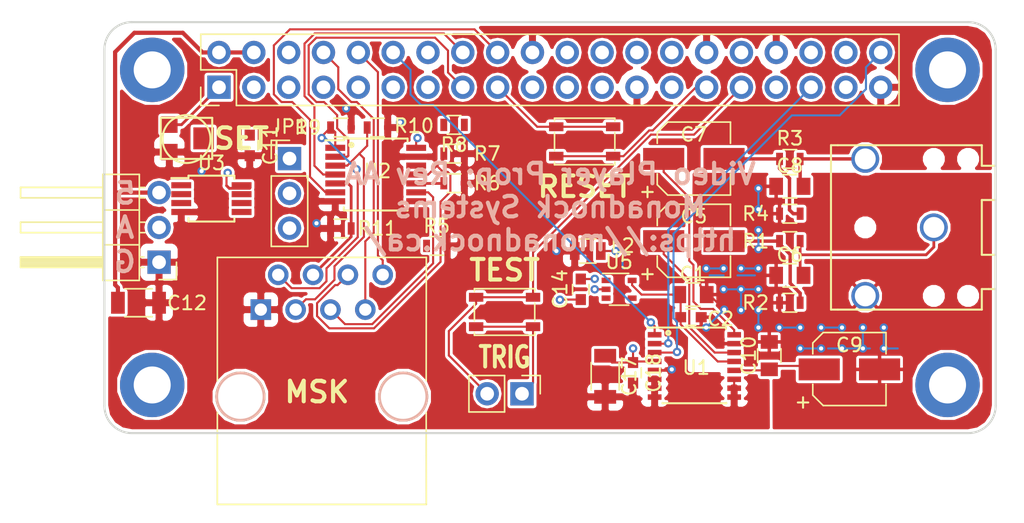
<source format=kicad_pcb>
(kicad_pcb (version 4) (host pcbnew 4.0.7)

  (general
    (links 113)
    (no_connects 29)
    (area 99.437578 92.440118 164.587582 122.590122)
    (thickness 1.6)
    (drawings 24)
    (tracks 331)
    (zones 0)
    (modules 42)
    (nets 55)
  )

  (page USLetter)
  (title_block
    (title "Video Prop Board")
    (date 2018-03-09)
    (rev AA)
    (company "Monadnock Systems")
  )

  (layers
    (0 F.Cu signal)
    (1 In1.Cu power)
    (2 In2.Cu power)
    (31 B.Cu signal hide)
    (33 F.Adhes user)
    (35 F.Paste user)
    (36 B.SilkS user hide)
    (37 F.SilkS user hide)
    (38 B.Mask user)
    (39 F.Mask user)
    (40 Dwgs.User user)
    (41 Cmts.User user)
    (44 Edge.Cuts user)
    (45 Margin user hide)
    (47 F.CrtYd user)
    (49 F.Fab user hide)
  )

  (setup
    (last_trace_width 0.1524)
    (trace_clearance 0.1524)
    (zone_clearance 0.2032)
    (zone_45_only no)
    (trace_min 0.1524)
    (segment_width 0.2)
    (edge_width 0.15)
    (via_size 0.6096)
    (via_drill 0.3048)
    (via_min_size 0.6096)
    (via_min_drill 0.3048)
    (uvia_size 0.3)
    (uvia_drill 0.1)
    (uvias_allowed no)
    (uvia_min_size 0)
    (uvia_min_drill 0)
    (pcb_text_width 0.3)
    (pcb_text_size 1.5 1.5)
    (mod_edge_width 0.15)
    (mod_text_size 1 1)
    (mod_text_width 0.15)
    (pad_size 1.524 1.524)
    (pad_drill 0.762)
    (pad_to_mask_clearance 0)
    (aux_axis_origin 0 0)
    (grid_origin 103.01258 96.01512)
    (visible_elements FFFFFF7F)
    (pcbplotparams
      (layerselection 0x010f8_80000007)
      (usegerberextensions true)
      (excludeedgelayer true)
      (linewidth 0.025400)
      (plotframeref false)
      (viasonmask false)
      (mode 1)
      (useauxorigin false)
      (hpglpennumber 1)
      (hpglpenspeed 20)
      (hpglpendiameter 15)
      (hpglpenoverlay 2)
      (psnegative false)
      (psa4output false)
      (plotreference true)
      (plotvalue true)
      (plotinvisibletext false)
      (padsonsilk false)
      (subtractmaskfromsilk false)
      (outputformat 1)
      (mirror false)
      (drillshape 0)
      (scaleselection 1)
      (outputdirectory gerber/))
  )

  (net 0 "")
  (net 1 VDDA)
  (net 2 GNDA)
  (net 3 +3V3)
  (net 4 GND)
  (net 5 "Net-(C5-Pad1)")
  (net 6 "Net-(C5-Pad2)")
  (net 7 "Net-(C6-Pad2)")
  (net 8 "Net-(C7-Pad1)")
  (net 9 "Net-(C7-Pad2)")
  (net 10 "Net-(C8-Pad2)")
  (net 11 "Net-(C10-Pad1)")
  (net 12 +5V)
  (net 13 /VID_SELECT_0)
  (net 14 /VID_SELECT_1)
  (net 15 /VID_SELECT_2)
  (net 16 /RESET)
  (net 17 /RPI_TXO)
  (net 18 /RPI_RXI)
  (net 19 "Net-(J5-Pad2)")
  (net 20 "Net-(J2-Pad28)")
  (net 21 "Net-(RV1-Pad2)")
  (net 22 "Net-(J2-Pad27)")
  (net 23 "Net-(J2-Pad3)")
  (net 24 "Net-(J2-Pad5)")
  (net 25 "Net-(J2-Pad7)")
  (net 26 "Net-(J2-Pad11)")
  (net 27 "Net-(J2-Pad19)")
  (net 28 "Net-(J2-Pad21)")
  (net 29 "Net-(J2-Pad23)")
  (net 30 "Net-(J2-Pad24)")
  (net 31 "Net-(J2-Pad26)")
  (net 32 "Net-(J2-Pad32)")
  (net 33 "Net-(J2-Pad33)")
  (net 34 "Net-(J2-Pad36)")
  (net 35 "Net-(J2-Pad38)")
  (net 36 "Net-(J6-Pad1)")
  (net 37 "Net-(J7-Pad1)")
  (net 38 "Net-(J8-Pad1)")
  (net 39 "Net-(J9-Pad1)")
  (net 40 "Net-(J3-Pad2)")
  (net 41 "Net-(J3-Pad3)")
  (net 42 "Net-(J3-Pad4)")
  (net 43 "Net-(J3-Pad5)")
  (net 44 "Net-(J3-Pad6)")
  (net 45 "Net-(U2-Pad12)")
  (net 46 "/Audio Section/BCK")
  (net 47 /VID_START_ANALOG)
  (net 48 /VID_START_MSK)
  (net 49 /VID_START_BUTTON)
  (net 50 "/Audio Section/WS")
  (net 51 /RESET_MSK)
  (net 52 "/Audio Section/DATAI")
  (net 53 /nVID_START_ANALOG)
  (net 54 "Net-(U5-Pad4)")

  (net_class Default "This is the default net class."
    (clearance 0.1524)
    (trace_width 0.1524)
    (via_dia 0.6096)
    (via_drill 0.3048)
    (uvia_dia 0.3)
    (uvia_drill 0.1)
    (add_net +3V3)
    (add_net "/Audio Section/BCK")
    (add_net "/Audio Section/DATAI")
    (add_net "/Audio Section/WS")
    (add_net /RESET)
    (add_net /RESET_MSK)
    (add_net /RPI_RXI)
    (add_net /RPI_TXO)
    (add_net /VID_SELECT_0)
    (add_net /VID_SELECT_1)
    (add_net /VID_SELECT_2)
    (add_net /VID_START_ANALOG)
    (add_net /VID_START_BUTTON)
    (add_net /VID_START_MSK)
    (add_net /nVID_START_ANALOG)
    (add_net GND)
    (add_net GNDA)
    (add_net "Net-(C10-Pad1)")
    (add_net "Net-(C5-Pad1)")
    (add_net "Net-(C5-Pad2)")
    (add_net "Net-(C6-Pad2)")
    (add_net "Net-(C7-Pad1)")
    (add_net "Net-(C7-Pad2)")
    (add_net "Net-(C8-Pad2)")
    (add_net "Net-(J2-Pad11)")
    (add_net "Net-(J2-Pad19)")
    (add_net "Net-(J2-Pad21)")
    (add_net "Net-(J2-Pad23)")
    (add_net "Net-(J2-Pad24)")
    (add_net "Net-(J2-Pad26)")
    (add_net "Net-(J2-Pad27)")
    (add_net "Net-(J2-Pad28)")
    (add_net "Net-(J2-Pad3)")
    (add_net "Net-(J2-Pad32)")
    (add_net "Net-(J2-Pad33)")
    (add_net "Net-(J2-Pad36)")
    (add_net "Net-(J2-Pad38)")
    (add_net "Net-(J2-Pad5)")
    (add_net "Net-(J2-Pad7)")
    (add_net "Net-(J3-Pad2)")
    (add_net "Net-(J3-Pad3)")
    (add_net "Net-(J3-Pad4)")
    (add_net "Net-(J3-Pad5)")
    (add_net "Net-(J3-Pad6)")
    (add_net "Net-(J5-Pad2)")
    (add_net "Net-(J6-Pad1)")
    (add_net "Net-(J7-Pad1)")
    (add_net "Net-(J8-Pad1)")
    (add_net "Net-(J9-Pad1)")
    (add_net "Net-(RV1-Pad2)")
    (add_net "Net-(U2-Pad12)")
    (add_net "Net-(U5-Pad4)")
    (add_net VDDA)
  )

  (net_class Power ""
    (clearance 0.2032)
    (trace_width 0.3048)
    (via_dia 0.6096)
    (via_drill 0.3048)
    (uvia_dia 0.3)
    (uvia_drill 0.1)
    (add_net +5V)
  )

  (module Capacitors_SMD:CP_Elec_5x5.3 (layer F.Cu) (tedit 58AA8A8F) (tstamp 5AA08C64)
    (at 153.84318 117.86432)
    (descr "SMT capacitor, aluminium electrolytic, 5x5.3")
    (path /5AA673D8/5AA67AA9)
    (attr smd)
    (fp_text reference C9 (at 0 -1.778) (layer F.SilkS)
      (effects (font (size 1 1) (thickness 0.15)))
    )
    (fp_text value 47uF (at 0 -3.92) (layer F.Fab)
      (effects (font (size 1 1) (thickness 0.15)))
    )
    (fp_circle (center 0 0) (end 0.3 2.4) (layer F.Fab) (width 0.1))
    (fp_text user + (at -1.37 -0.08) (layer F.Fab)
      (effects (font (size 1 1) (thickness 0.15)))
    )
    (fp_text user + (at -3.38 2.34) (layer F.SilkS)
      (effects (font (size 1 1) (thickness 0.15)))
    )
    (fp_text user %R (at 0 3.92) (layer F.Fab)
      (effects (font (size 1 1) (thickness 0.15)))
    )
    (fp_line (start 2.51 2.49) (end 2.51 -2.54) (layer F.Fab) (width 0.1))
    (fp_line (start -1.84 2.49) (end 2.51 2.49) (layer F.Fab) (width 0.1))
    (fp_line (start -2.51 1.82) (end -1.84 2.49) (layer F.Fab) (width 0.1))
    (fp_line (start -2.51 -1.87) (end -2.51 1.82) (layer F.Fab) (width 0.1))
    (fp_line (start -1.84 -2.54) (end -2.51 -1.87) (layer F.Fab) (width 0.1))
    (fp_line (start 2.51 -2.54) (end -1.84 -2.54) (layer F.Fab) (width 0.1))
    (fp_line (start 2.67 -2.69) (end 2.67 -1.14) (layer F.SilkS) (width 0.12))
    (fp_line (start 2.67 2.64) (end 2.67 1.09) (layer F.SilkS) (width 0.12))
    (fp_line (start -2.67 1.88) (end -2.67 1.09) (layer F.SilkS) (width 0.12))
    (fp_line (start -2.67 -1.93) (end -2.67 -1.14) (layer F.SilkS) (width 0.12))
    (fp_line (start 2.67 -2.69) (end -1.91 -2.69) (layer F.SilkS) (width 0.12))
    (fp_line (start -1.91 -2.69) (end -2.67 -1.93) (layer F.SilkS) (width 0.12))
    (fp_line (start -2.67 1.88) (end -1.91 2.64) (layer F.SilkS) (width 0.12))
    (fp_line (start -1.91 2.64) (end 2.67 2.64) (layer F.SilkS) (width 0.12))
    (fp_line (start -3.95 -2.79) (end 3.95 -2.79) (layer F.CrtYd) (width 0.05))
    (fp_line (start -3.95 -2.79) (end -3.95 2.74) (layer F.CrtYd) (width 0.05))
    (fp_line (start 3.95 2.74) (end 3.95 -2.79) (layer F.CrtYd) (width 0.05))
    (fp_line (start 3.95 2.74) (end -3.95 2.74) (layer F.CrtYd) (width 0.05))
    (pad 1 smd rect (at -2.2 0 180) (size 3 1.6) (layers F.Cu F.Paste F.Mask)
      (net 11 "Net-(C10-Pad1)"))
    (pad 2 smd rect (at 2.2 0 180) (size 3 1.6) (layers F.Cu F.Paste F.Mask)
      (net 2 GNDA))
    (model Capacitors_SMD.3dshapes/CP_Elec_5x5.3.wrl
      (at (xyz 0 0 0))
      (scale (xyz 1 1 1))
      (rotate (xyz 0 0 180))
    )
  )

  (module Capacitors_SMD:C_1206 (layer F.Cu) (tedit 58AA84B8) (tstamp 5AA5763D)
    (at 136.03258 118.36712 270)
    (descr "Capacitor SMD 1206, reflow soldering, AVX (see smccp.pdf)")
    (tags "capacitor 1206")
    (path /5AA673D8/5AA67A9D)
    (attr smd)
    (fp_text reference C17 (at 0 -1.75 270) (layer F.SilkS)
      (effects (font (size 1 1) (thickness 0.15)))
    )
    (fp_text value 10uF (at 0 2 270) (layer F.Fab)
      (effects (font (size 1 1) (thickness 0.15)))
    )
    (fp_text user %R (at 0 -1.75 270) (layer F.Fab)
      (effects (font (size 1 1) (thickness 0.15)))
    )
    (fp_line (start -1.6 0.8) (end -1.6 -0.8) (layer F.Fab) (width 0.1))
    (fp_line (start 1.6 0.8) (end -1.6 0.8) (layer F.Fab) (width 0.1))
    (fp_line (start 1.6 -0.8) (end 1.6 0.8) (layer F.Fab) (width 0.1))
    (fp_line (start -1.6 -0.8) (end 1.6 -0.8) (layer F.Fab) (width 0.1))
    (fp_line (start 1 -1.02) (end -1 -1.02) (layer F.SilkS) (width 0.12))
    (fp_line (start -1 1.02) (end 1 1.02) (layer F.SilkS) (width 0.12))
    (fp_line (start -2.25 -1.05) (end 2.25 -1.05) (layer F.CrtYd) (width 0.05))
    (fp_line (start -2.25 -1.05) (end -2.25 1.05) (layer F.CrtYd) (width 0.05))
    (fp_line (start 2.25 1.05) (end 2.25 -1.05) (layer F.CrtYd) (width 0.05))
    (fp_line (start 2.25 1.05) (end -2.25 1.05) (layer F.CrtYd) (width 0.05))
    (pad 1 smd rect (at -1.5 0 270) (size 1 1.6) (layers F.Cu F.Paste F.Mask)
      (net 3 +3V3))
    (pad 2 smd rect (at 1.5 0 270) (size 1 1.6) (layers F.Cu F.Paste F.Mask)
      (net 4 GND))
    (model Capacitors_SMD.3dshapes/C_1206.wrl
      (at (xyz 0 0 0))
      (scale (xyz 1 1 1))
      (rotate (xyz 0 0 0))
    )
  )

  (module escape:SJ1-3523N (layer F.Cu) (tedit 5AA0A0CE) (tstamp 5AA08C9A)
    (at 160 107.5 180)
    (path /5AA673D8/5AA67AA8)
    (fp_text reference J1 (at 2.5 2.5 180) (layer F.SilkS) hide
      (effects (font (size 1 1) (thickness 0.15)))
    )
    (fp_text value Audio-Jack-3 (at 1.5 7 180) (layer F.Fab)
      (effects (font (size 1 1) (thickness 0.15)))
    )
    (fp_text user "PCB Edge" (at -5.5 0 270) (layer F.Fab)
      (effects (font (size 1 1) (thickness 0.15)))
    )
    (fp_line (start -4.5 -6) (end -4.5 6) (layer F.Fab) (width 0.15))
    (fp_line (start -3.5 -4.5) (end -4 -4.5) (layer F.SilkS) (width 0.15))
    (fp_line (start -3.5 -6) (end -3.5 -4.5) (layer F.SilkS) (width 0.15))
    (fp_line (start 7.5 6) (end 7.5 2) (layer F.SilkS) (width 0.15))
    (fp_line (start 7 6) (end 7.5 6) (layer F.SilkS) (width 0.15))
    (fp_line (start 7.5 -6) (end 7 -6) (layer F.SilkS) (width 0.15))
    (fp_line (start 7.5 2) (end 7.5 -6) (layer F.SilkS) (width 0.15))
    (fp_line (start -3.5 4.5) (end -4.5 4.5) (layer F.SilkS) (width 0.15))
    (fp_line (start -3.5 6) (end -3.5 4.5) (layer F.SilkS) (width 0.15))
    (fp_line (start -4 -4.5) (end -4.5 -4.5) (layer F.SilkS) (width 0.15))
    (fp_line (start -4.5 2) (end -4.5 4.5) (layer F.SilkS) (width 0.15))
    (fp_line (start -4.5 -2) (end -4.5 -4.5) (layer F.SilkS) (width 0.15))
    (fp_line (start -3.5 -2) (end -4.5 -2) (layer F.SilkS) (width 0.15))
    (fp_line (start -3.5 2) (end -3.5 -2) (layer F.SilkS) (width 0.15))
    (fp_line (start -4.5 2) (end -3.5 2) (layer F.SilkS) (width 0.15))
    (fp_line (start 7 -6) (end -3.5 -6) (layer F.SilkS) (width 0.15))
    (fp_line (start -3.5 6) (end 7 6) (layer F.SilkS) (width 0.15))
    (pad 3 thru_hole circle (at 5 -5 180) (size 2.032 2.032) (drill 1.524) (layers *.Cu *.Mask)
      (net 2 GNDA))
    (pad 1 thru_hole circle (at 0 0 180) (size 2.032 2.032) (drill 1.524) (layers *.Cu *.Mask)
      (net 7 "Net-(C6-Pad2)"))
    (pad 2 thru_hole circle (at 5 5 180) (size 2.032 2.032) (drill 1.524) (layers *.Cu *.Mask)
      (net 10 "Net-(C8-Pad2)"))
    (pad "" np_thru_hole circle (at 0 -5 180) (size 1.1938 1.1938) (drill 1.1938) (layers *.Cu *.Mask))
    (pad "" np_thru_hole circle (at 0 5 180) (size 1.1938 1.1938) (drill 1.1938) (layers *.Cu *.Mask))
    (pad "" np_thru_hole circle (at 5 0 180) (size 1.1938 1.1938) (drill 1.1938) (layers *.Cu *.Mask))
    (pad "" np_thru_hole circle (at -2.5 -5 180) (size 1.1938 1.1938) (drill 1.1938) (layers *.Cu *.Mask))
    (pad "" np_thru_hole circle (at -2.5 5 180) (size 1.1938 1.1938) (drill 1.1938) (layers *.Cu *.Mask))
  )

  (module Capacitors_SMD:C_0603 (layer F.Cu) (tedit 59958EE7) (tstamp 5AA08C3A)
    (at 142.28618 114.05432)
    (descr "Capacitor SMD 0603, reflow soldering, AVX (see smccp.pdf)")
    (tags "capacitor 0603")
    (path /5AA673D8/5AA67A9E)
    (attr smd)
    (fp_text reference C2 (at 2.159 0.127) (layer F.SilkS)
      (effects (font (size 1 1) (thickness 0.15)))
    )
    (fp_text value 0.1uF (at 0 1.5) (layer F.Fab)
      (effects (font (size 1 1) (thickness 0.15)))
    )
    (fp_line (start 1.4 0.65) (end -1.4 0.65) (layer F.CrtYd) (width 0.05))
    (fp_line (start 1.4 0.65) (end 1.4 -0.65) (layer F.CrtYd) (width 0.05))
    (fp_line (start -1.4 -0.65) (end -1.4 0.65) (layer F.CrtYd) (width 0.05))
    (fp_line (start -1.4 -0.65) (end 1.4 -0.65) (layer F.CrtYd) (width 0.05))
    (fp_line (start 0.35 0.6) (end -0.35 0.6) (layer F.SilkS) (width 0.12))
    (fp_line (start -0.35 -0.6) (end 0.35 -0.6) (layer F.SilkS) (width 0.12))
    (fp_line (start -0.8 -0.4) (end 0.8 -0.4) (layer F.Fab) (width 0.1))
    (fp_line (start 0.8 -0.4) (end 0.8 0.4) (layer F.Fab) (width 0.1))
    (fp_line (start 0.8 0.4) (end -0.8 0.4) (layer F.Fab) (width 0.1))
    (fp_line (start -0.8 0.4) (end -0.8 -0.4) (layer F.Fab) (width 0.1))
    (fp_text user %R (at 0 0) (layer F.Fab)
      (effects (font (size 0.3 0.3) (thickness 0.075)))
    )
    (pad 2 smd rect (at 0.75 0) (size 0.8 0.75) (layers F.Cu F.Paste F.Mask)
      (net 2 GNDA))
    (pad 1 smd rect (at -0.75 0) (size 0.8 0.75) (layers F.Cu F.Paste F.Mask)
      (net 1 VDDA))
    (model Capacitors_SMD.3dshapes/C_0603.wrl
      (at (xyz 0 0 0))
      (scale (xyz 1 1 1))
      (rotate (xyz 0 0 0))
    )
  )

  (module Capacitors_SMD:CP_Elec_5x5.3 (layer F.Cu) (tedit 58AA8A8F) (tstamp 5AA08C4C)
    (at 142.5 108.5)
    (descr "SMT capacitor, aluminium electrolytic, 5x5.3")
    (path /5AA673D8/5AA67AA2)
    (attr smd)
    (fp_text reference C5 (at 0 -1.81168) (layer F.SilkS)
      (effects (font (size 1 1) (thickness 0.15)))
    )
    (fp_text value 47uF (at 0 -3.92) (layer F.Fab)
      (effects (font (size 1 1) (thickness 0.15)))
    )
    (fp_circle (center 0 0) (end 0.3 2.4) (layer F.Fab) (width 0.1))
    (fp_text user + (at -1.37 -0.08) (layer F.Fab)
      (effects (font (size 1 1) (thickness 0.15)))
    )
    (fp_text user + (at -3.38 2.34) (layer F.SilkS)
      (effects (font (size 1 1) (thickness 0.15)))
    )
    (fp_text user %R (at 0 3.92) (layer F.Fab)
      (effects (font (size 1 1) (thickness 0.15)))
    )
    (fp_line (start 2.51 2.49) (end 2.51 -2.54) (layer F.Fab) (width 0.1))
    (fp_line (start -1.84 2.49) (end 2.51 2.49) (layer F.Fab) (width 0.1))
    (fp_line (start -2.51 1.82) (end -1.84 2.49) (layer F.Fab) (width 0.1))
    (fp_line (start -2.51 -1.87) (end -2.51 1.82) (layer F.Fab) (width 0.1))
    (fp_line (start -1.84 -2.54) (end -2.51 -1.87) (layer F.Fab) (width 0.1))
    (fp_line (start 2.51 -2.54) (end -1.84 -2.54) (layer F.Fab) (width 0.1))
    (fp_line (start 2.67 -2.69) (end 2.67 -1.14) (layer F.SilkS) (width 0.12))
    (fp_line (start 2.67 2.64) (end 2.67 1.09) (layer F.SilkS) (width 0.12))
    (fp_line (start -2.67 1.88) (end -2.67 1.09) (layer F.SilkS) (width 0.12))
    (fp_line (start -2.67 -1.93) (end -2.67 -1.14) (layer F.SilkS) (width 0.12))
    (fp_line (start 2.67 -2.69) (end -1.91 -2.69) (layer F.SilkS) (width 0.12))
    (fp_line (start -1.91 -2.69) (end -2.67 -1.93) (layer F.SilkS) (width 0.12))
    (fp_line (start -2.67 1.88) (end -1.91 2.64) (layer F.SilkS) (width 0.12))
    (fp_line (start -1.91 2.64) (end 2.67 2.64) (layer F.SilkS) (width 0.12))
    (fp_line (start -3.95 -2.79) (end 3.95 -2.79) (layer F.CrtYd) (width 0.05))
    (fp_line (start -3.95 -2.79) (end -3.95 2.74) (layer F.CrtYd) (width 0.05))
    (fp_line (start 3.95 2.74) (end 3.95 -2.79) (layer F.CrtYd) (width 0.05))
    (fp_line (start 3.95 2.74) (end -3.95 2.74) (layer F.CrtYd) (width 0.05))
    (pad 1 smd rect (at -2.2 0 180) (size 3 1.6) (layers F.Cu F.Paste F.Mask)
      (net 5 "Net-(C5-Pad1)"))
    (pad 2 smd rect (at 2.2 0 180) (size 3 1.6) (layers F.Cu F.Paste F.Mask)
      (net 6 "Net-(C5-Pad2)"))
    (model Capacitors_SMD.3dshapes/CP_Elec_5x5.3.wrl
      (at (xyz 0 0 0))
      (scale (xyz 1 1 1))
      (rotate (xyz 0 0 180))
    )
  )

  (module Capacitors_SMD:CP_Elec_5x5.3 (layer F.Cu) (tedit 58AA8A8F) (tstamp 5AA08C58)
    (at 142.5 102.5)
    (descr "SMT capacitor, aluminium electrolytic, 5x5.3")
    (path /5AA673D8/5AA67AA6)
    (attr smd)
    (fp_text reference C7 (at 0 -1.78068) (layer F.SilkS)
      (effects (font (size 1 1) (thickness 0.15)))
    )
    (fp_text value 47uF (at 0 -3.92) (layer F.Fab)
      (effects (font (size 1 1) (thickness 0.15)))
    )
    (fp_circle (center 0 0) (end 0.3 2.4) (layer F.Fab) (width 0.1))
    (fp_text user + (at -1.37 -0.08) (layer F.Fab)
      (effects (font (size 1 1) (thickness 0.15)))
    )
    (fp_text user + (at -3.38 2.34) (layer F.SilkS)
      (effects (font (size 1 1) (thickness 0.15)))
    )
    (fp_text user %R (at 0 3.92) (layer F.Fab)
      (effects (font (size 1 1) (thickness 0.15)))
    )
    (fp_line (start 2.51 2.49) (end 2.51 -2.54) (layer F.Fab) (width 0.1))
    (fp_line (start -1.84 2.49) (end 2.51 2.49) (layer F.Fab) (width 0.1))
    (fp_line (start -2.51 1.82) (end -1.84 2.49) (layer F.Fab) (width 0.1))
    (fp_line (start -2.51 -1.87) (end -2.51 1.82) (layer F.Fab) (width 0.1))
    (fp_line (start -1.84 -2.54) (end -2.51 -1.87) (layer F.Fab) (width 0.1))
    (fp_line (start 2.51 -2.54) (end -1.84 -2.54) (layer F.Fab) (width 0.1))
    (fp_line (start 2.67 -2.69) (end 2.67 -1.14) (layer F.SilkS) (width 0.12))
    (fp_line (start 2.67 2.64) (end 2.67 1.09) (layer F.SilkS) (width 0.12))
    (fp_line (start -2.67 1.88) (end -2.67 1.09) (layer F.SilkS) (width 0.12))
    (fp_line (start -2.67 -1.93) (end -2.67 -1.14) (layer F.SilkS) (width 0.12))
    (fp_line (start 2.67 -2.69) (end -1.91 -2.69) (layer F.SilkS) (width 0.12))
    (fp_line (start -1.91 -2.69) (end -2.67 -1.93) (layer F.SilkS) (width 0.12))
    (fp_line (start -2.67 1.88) (end -1.91 2.64) (layer F.SilkS) (width 0.12))
    (fp_line (start -1.91 2.64) (end 2.67 2.64) (layer F.SilkS) (width 0.12))
    (fp_line (start -3.95 -2.79) (end 3.95 -2.79) (layer F.CrtYd) (width 0.05))
    (fp_line (start -3.95 -2.79) (end -3.95 2.74) (layer F.CrtYd) (width 0.05))
    (fp_line (start 3.95 2.74) (end 3.95 -2.79) (layer F.CrtYd) (width 0.05))
    (fp_line (start 3.95 2.74) (end -3.95 2.74) (layer F.CrtYd) (width 0.05))
    (pad 1 smd rect (at -2.2 0 180) (size 3 1.6) (layers F.Cu F.Paste F.Mask)
      (net 8 "Net-(C7-Pad1)"))
    (pad 2 smd rect (at 2.2 0 180) (size 3 1.6) (layers F.Cu F.Paste F.Mask)
      (net 9 "Net-(C7-Pad2)"))
    (model Capacitors_SMD.3dshapes/CP_Elec_5x5.3.wrl
      (at (xyz 0 0 0))
      (scale (xyz 1 1 1))
      (rotate (xyz 0 0 180))
    )
  )

  (module Capacitors_SMD:C_0603 (layer F.Cu) (tedit 59958EE7) (tstamp 5AA08C70)
    (at 110.112 101.51512 270)
    (descr "Capacitor SMD 0603, reflow soldering, AVX (see smccp.pdf)")
    (tags "capacitor 0603")
    (path /5AA04E26)
    (attr smd)
    (fp_text reference C11 (at 0 -1.5 270) (layer F.SilkS)
      (effects (font (size 1 1) (thickness 0.15)))
    )
    (fp_text value 0.1uF (at 0 1.5 270) (layer F.Fab)
      (effects (font (size 1 1) (thickness 0.15)))
    )
    (fp_line (start 1.4 0.65) (end -1.4 0.65) (layer F.CrtYd) (width 0.05))
    (fp_line (start 1.4 0.65) (end 1.4 -0.65) (layer F.CrtYd) (width 0.05))
    (fp_line (start -1.4 -0.65) (end -1.4 0.65) (layer F.CrtYd) (width 0.05))
    (fp_line (start -1.4 -0.65) (end 1.4 -0.65) (layer F.CrtYd) (width 0.05))
    (fp_line (start 0.35 0.6) (end -0.35 0.6) (layer F.SilkS) (width 0.12))
    (fp_line (start -0.35 -0.6) (end 0.35 -0.6) (layer F.SilkS) (width 0.12))
    (fp_line (start -0.8 -0.4) (end 0.8 -0.4) (layer F.Fab) (width 0.1))
    (fp_line (start 0.8 -0.4) (end 0.8 0.4) (layer F.Fab) (width 0.1))
    (fp_line (start 0.8 0.4) (end -0.8 0.4) (layer F.Fab) (width 0.1))
    (fp_line (start -0.8 0.4) (end -0.8 -0.4) (layer F.Fab) (width 0.1))
    (fp_text user %R (at 0 0 270) (layer F.Fab)
      (effects (font (size 0.3 0.3) (thickness 0.075)))
    )
    (pad 2 smd rect (at 0.75 0 270) (size 0.8 0.75) (layers F.Cu F.Paste F.Mask)
      (net 4 GND))
    (pad 1 smd rect (at -0.75 0 270) (size 0.8 0.75) (layers F.Cu F.Paste F.Mask)
      (net 3 +3V3))
    (model Capacitors_SMD.3dshapes/C_0603.wrl
      (at (xyz 0 0 0))
      (scale (xyz 1 1 1))
      (rotate (xyz 0 0 0))
    )
  )

  (module Capacitors_SMD:C_1206 (layer F.Cu) (tedit 58AA84B8) (tstamp 5AA08C76)
    (at 102 113)
    (descr "Capacitor SMD 1206, reflow soldering, AVX (see smccp.pdf)")
    (tags "capacitor 1206")
    (path /5AA04A09)
    (attr smd)
    (fp_text reference C12 (at 3.54 0.018) (layer F.SilkS)
      (effects (font (size 1 1) (thickness 0.15)))
    )
    (fp_text value 10uF (at 0 2) (layer F.Fab)
      (effects (font (size 1 1) (thickness 0.15)))
    )
    (fp_text user %R (at 0 -1.75) (layer F.Fab)
      (effects (font (size 1 1) (thickness 0.15)))
    )
    (fp_line (start -1.6 0.8) (end -1.6 -0.8) (layer F.Fab) (width 0.1))
    (fp_line (start 1.6 0.8) (end -1.6 0.8) (layer F.Fab) (width 0.1))
    (fp_line (start 1.6 -0.8) (end 1.6 0.8) (layer F.Fab) (width 0.1))
    (fp_line (start -1.6 -0.8) (end 1.6 -0.8) (layer F.Fab) (width 0.1))
    (fp_line (start 1 -1.02) (end -1 -1.02) (layer F.SilkS) (width 0.12))
    (fp_line (start -1 1.02) (end 1 1.02) (layer F.SilkS) (width 0.12))
    (fp_line (start -2.25 -1.05) (end 2.25 -1.05) (layer F.CrtYd) (width 0.05))
    (fp_line (start -2.25 -1.05) (end -2.25 1.05) (layer F.CrtYd) (width 0.05))
    (fp_line (start 2.25 1.05) (end 2.25 -1.05) (layer F.CrtYd) (width 0.05))
    (fp_line (start 2.25 1.05) (end -2.25 1.05) (layer F.CrtYd) (width 0.05))
    (pad 1 smd rect (at -1.5 0) (size 1 1.6) (layers F.Cu F.Paste F.Mask)
      (net 12 +5V))
    (pad 2 smd rect (at 1.5 0) (size 1 1.6) (layers F.Cu F.Paste F.Mask)
      (net 4 GND))
    (model Capacitors_SMD.3dshapes/C_1206.wrl
      (at (xyz 0 0 0))
      (scale (xyz 1 1 1))
      (rotate (xyz 0 0 0))
    )
  )

  (module Connectors:RJ45_8 (layer F.Cu) (tedit 5AA0A0BC) (tstamp 5AA08CA8)
    (at 110.92 113.5)
    (tags RJ45)
    (path /5AA03C76)
    (fp_text reference J3 (at 4.7 11.18) (layer F.SilkS) hide
      (effects (font (size 1 1) (thickness 0.15)))
    )
    (fp_text value RJ45 (at 4.59 6.25) (layer F.Fab)
      (effects (font (size 1 1) (thickness 0.15)))
    )
    (fp_line (start -3.17 14.22) (end 12.07 14.22) (layer F.SilkS) (width 0.12))
    (fp_line (start 12.07 -3.81) (end 12.06 5.18) (layer F.SilkS) (width 0.12))
    (fp_line (start 12.07 -3.81) (end -3.17 -3.81) (layer F.SilkS) (width 0.12))
    (fp_line (start -3.17 -3.81) (end -3.17 5.19) (layer F.SilkS) (width 0.12))
    (fp_line (start 12.06 7.52) (end 12.07 14.22) (layer F.SilkS) (width 0.12))
    (fp_line (start -3.17 7.51) (end -3.17 14.22) (layer F.SilkS) (width 0.12))
    (fp_line (start -3.56 -4.06) (end 12.46 -4.06) (layer F.CrtYd) (width 0.05))
    (fp_line (start -3.56 -4.06) (end -3.56 14.47) (layer F.CrtYd) (width 0.05))
    (fp_line (start 12.46 14.47) (end 12.46 -4.06) (layer F.CrtYd) (width 0.05))
    (fp_line (start 12.46 14.47) (end -3.56 14.47) (layer F.CrtYd) (width 0.05))
    (pad Hole np_thru_hole circle (at 10.38 6.35) (size 3.65 3.65) (drill 3.25) (layers *.Cu *.SilkS *.Mask))
    (pad Hole np_thru_hole circle (at -1.49 6.35) (size 3.65 3.65) (drill 3.25) (layers *.Cu *.SilkS *.Mask))
    (pad 1 thru_hole rect (at 0 0) (size 1.5 1.5) (drill 0.9) (layers *.Cu *.Mask)
      (net 4 GND))
    (pad 2 thru_hole circle (at 1.27 -2.54) (size 1.5 1.5) (drill 0.9) (layers *.Cu *.Mask)
      (net 40 "Net-(J3-Pad2)"))
    (pad 3 thru_hole circle (at 2.54 0) (size 1.5 1.5) (drill 0.9) (layers *.Cu *.Mask)
      (net 41 "Net-(J3-Pad3)"))
    (pad 4 thru_hole circle (at 3.81 -2.54) (size 1.5 1.5) (drill 0.9) (layers *.Cu *.Mask)
      (net 42 "Net-(J3-Pad4)"))
    (pad 5 thru_hole circle (at 5.08 0) (size 1.5 1.5) (drill 0.9) (layers *.Cu *.Mask)
      (net 43 "Net-(J3-Pad5)"))
    (pad 6 thru_hole circle (at 6.35 -2.54) (size 1.5 1.5) (drill 0.9) (layers *.Cu *.Mask)
      (net 44 "Net-(J3-Pad6)"))
    (pad 7 thru_hole circle (at 7.62 0) (size 1.5 1.5) (drill 0.9) (layers *.Cu *.Mask)
      (net 17 /RPI_TXO))
    (pad 8 thru_hole circle (at 8.89 -2.54) (size 1.5 1.5) (drill 0.9) (layers *.Cu *.Mask)
      (net 18 /RPI_RXI))
    (model ${KISYS3DMOD}/Connectors.3dshapes/RJ45_8.wrl
      (at (xyz 0.18 -0.25 0))
      (scale (xyz 0.4 0.4 0.4))
      (rotate (xyz 0 0 0))
    )
  )

  (module Pin_Headers:Pin_Header_Angled_1x03_Pitch2.54mm (layer F.Cu) (tedit 5AA0A0B4) (tstamp 5AA08CB7)
    (at 103.5 110.04 180)
    (descr "Through hole angled pin header, 1x03, 2.54mm pitch, 6mm pin length, single row")
    (tags "Through hole angled pin header THT 1x03 2.54mm single row")
    (path /5AA03E34)
    (fp_text reference J5 (at 4.385 -2.27 180) (layer F.SilkS) hide
      (effects (font (size 1 1) (thickness 0.15)))
    )
    (fp_text value "Analog Trig" (at 4.385 7.35 180) (layer F.Fab)
      (effects (font (size 1 1) (thickness 0.15)))
    )
    (fp_line (start 2.135 -1.27) (end 4.04 -1.27) (layer F.Fab) (width 0.1))
    (fp_line (start 4.04 -1.27) (end 4.04 6.35) (layer F.Fab) (width 0.1))
    (fp_line (start 4.04 6.35) (end 1.5 6.35) (layer F.Fab) (width 0.1))
    (fp_line (start 1.5 6.35) (end 1.5 -0.635) (layer F.Fab) (width 0.1))
    (fp_line (start 1.5 -0.635) (end 2.135 -1.27) (layer F.Fab) (width 0.1))
    (fp_line (start -0.32 -0.32) (end 1.5 -0.32) (layer F.Fab) (width 0.1))
    (fp_line (start -0.32 -0.32) (end -0.32 0.32) (layer F.Fab) (width 0.1))
    (fp_line (start -0.32 0.32) (end 1.5 0.32) (layer F.Fab) (width 0.1))
    (fp_line (start 4.04 -0.32) (end 10.04 -0.32) (layer F.Fab) (width 0.1))
    (fp_line (start 10.04 -0.32) (end 10.04 0.32) (layer F.Fab) (width 0.1))
    (fp_line (start 4.04 0.32) (end 10.04 0.32) (layer F.Fab) (width 0.1))
    (fp_line (start -0.32 2.22) (end 1.5 2.22) (layer F.Fab) (width 0.1))
    (fp_line (start -0.32 2.22) (end -0.32 2.86) (layer F.Fab) (width 0.1))
    (fp_line (start -0.32 2.86) (end 1.5 2.86) (layer F.Fab) (width 0.1))
    (fp_line (start 4.04 2.22) (end 10.04 2.22) (layer F.Fab) (width 0.1))
    (fp_line (start 10.04 2.22) (end 10.04 2.86) (layer F.Fab) (width 0.1))
    (fp_line (start 4.04 2.86) (end 10.04 2.86) (layer F.Fab) (width 0.1))
    (fp_line (start -0.32 4.76) (end 1.5 4.76) (layer F.Fab) (width 0.1))
    (fp_line (start -0.32 4.76) (end -0.32 5.4) (layer F.Fab) (width 0.1))
    (fp_line (start -0.32 5.4) (end 1.5 5.4) (layer F.Fab) (width 0.1))
    (fp_line (start 4.04 4.76) (end 10.04 4.76) (layer F.Fab) (width 0.1))
    (fp_line (start 10.04 4.76) (end 10.04 5.4) (layer F.Fab) (width 0.1))
    (fp_line (start 4.04 5.4) (end 10.04 5.4) (layer F.Fab) (width 0.1))
    (fp_line (start 1.44 -1.33) (end 1.44 6.41) (layer F.SilkS) (width 0.12))
    (fp_line (start 1.44 6.41) (end 4.1 6.41) (layer F.SilkS) (width 0.12))
    (fp_line (start 4.1 6.41) (end 4.1 -1.33) (layer F.SilkS) (width 0.12))
    (fp_line (start 4.1 -1.33) (end 1.44 -1.33) (layer F.SilkS) (width 0.12))
    (fp_line (start 4.1 -0.38) (end 10.1 -0.38) (layer F.SilkS) (width 0.12))
    (fp_line (start 10.1 -0.38) (end 10.1 0.38) (layer F.SilkS) (width 0.12))
    (fp_line (start 10.1 0.38) (end 4.1 0.38) (layer F.SilkS) (width 0.12))
    (fp_line (start 4.1 -0.32) (end 10.1 -0.32) (layer F.SilkS) (width 0.12))
    (fp_line (start 4.1 -0.2) (end 10.1 -0.2) (layer F.SilkS) (width 0.12))
    (fp_line (start 4.1 -0.08) (end 10.1 -0.08) (layer F.SilkS) (width 0.12))
    (fp_line (start 4.1 0.04) (end 10.1 0.04) (layer F.SilkS) (width 0.12))
    (fp_line (start 4.1 0.16) (end 10.1 0.16) (layer F.SilkS) (width 0.12))
    (fp_line (start 4.1 0.28) (end 10.1 0.28) (layer F.SilkS) (width 0.12))
    (fp_line (start 1.11 -0.38) (end 1.44 -0.38) (layer F.SilkS) (width 0.12))
    (fp_line (start 1.11 0.38) (end 1.44 0.38) (layer F.SilkS) (width 0.12))
    (fp_line (start 1.44 1.27) (end 4.1 1.27) (layer F.SilkS) (width 0.12))
    (fp_line (start 4.1 2.16) (end 10.1 2.16) (layer F.SilkS) (width 0.12))
    (fp_line (start 10.1 2.16) (end 10.1 2.92) (layer F.SilkS) (width 0.12))
    (fp_line (start 10.1 2.92) (end 4.1 2.92) (layer F.SilkS) (width 0.12))
    (fp_line (start 1.042929 2.16) (end 1.44 2.16) (layer F.SilkS) (width 0.12))
    (fp_line (start 1.042929 2.92) (end 1.44 2.92) (layer F.SilkS) (width 0.12))
    (fp_line (start 1.44 3.81) (end 4.1 3.81) (layer F.SilkS) (width 0.12))
    (fp_line (start 4.1 4.7) (end 10.1 4.7) (layer F.SilkS) (width 0.12))
    (fp_line (start 10.1 4.7) (end 10.1 5.46) (layer F.SilkS) (width 0.12))
    (fp_line (start 10.1 5.46) (end 4.1 5.46) (layer F.SilkS) (width 0.12))
    (fp_line (start 1.042929 4.7) (end 1.44 4.7) (layer F.SilkS) (width 0.12))
    (fp_line (start 1.042929 5.46) (end 1.44 5.46) (layer F.SilkS) (width 0.12))
    (fp_line (start -1.27 0) (end -1.27 -1.27) (layer F.SilkS) (width 0.12))
    (fp_line (start -1.27 -1.27) (end 0 -1.27) (layer F.SilkS) (width 0.12))
    (fp_line (start -1.8 -1.8) (end -1.8 6.85) (layer F.CrtYd) (width 0.05))
    (fp_line (start -1.8 6.85) (end 10.55 6.85) (layer F.CrtYd) (width 0.05))
    (fp_line (start 10.55 6.85) (end 10.55 -1.8) (layer F.CrtYd) (width 0.05))
    (fp_line (start 10.55 -1.8) (end -1.8 -1.8) (layer F.CrtYd) (width 0.05))
    (fp_text user %R (at 2.77 2.54 270) (layer F.Fab)
      (effects (font (size 1 1) (thickness 0.15)))
    )
    (pad 1 thru_hole rect (at 0 0 180) (size 1.7 1.7) (drill 1) (layers *.Cu *.Mask)
      (net 4 GND))
    (pad 2 thru_hole oval (at 0 2.54 180) (size 1.7 1.7) (drill 1) (layers *.Cu *.Mask)
      (net 19 "Net-(J5-Pad2)"))
    (pad 3 thru_hole oval (at 0 5.08 180) (size 1.7 1.7) (drill 1) (layers *.Cu *.Mask)
      (net 12 +5V))
    (model ${KISYS3DMOD}/Pin_Headers.3dshapes/Pin_Header_Angled_1x03_Pitch2.54mm.wrl
      (at (xyz 0 0 0))
      (scale (xyz 1 1 1))
      (rotate (xyz 0 0 0))
    )
  )

  (module Inductors_SMD:L_0805 (layer F.Cu) (tedit 58307B54) (tstamp 5AA08CD7)
    (at 134.76258 109.22312)
    (descr "Resistor SMD 0805, reflow soldering, Vishay (see dcrcw.pdf)")
    (tags "resistor 0805")
    (path /5AA673D8/5AA67AB4)
    (attr smd)
    (fp_text reference L2 (at 2.54 -0.381) (layer F.SilkS)
      (effects (font (size 1 1) (thickness 0.15)))
    )
    (fp_text value Ferrite_Bead (at 0 2.1) (layer F.Fab)
      (effects (font (size 1 1) (thickness 0.15)))
    )
    (fp_text user %R (at 0 0) (layer F.Fab)
      (effects (font (size 0.5 0.5) (thickness 0.075)))
    )
    (fp_line (start -1 0.62) (end -1 -0.62) (layer F.Fab) (width 0.1))
    (fp_line (start 1 0.62) (end -1 0.62) (layer F.Fab) (width 0.1))
    (fp_line (start 1 -0.62) (end 1 0.62) (layer F.Fab) (width 0.1))
    (fp_line (start -1 -0.62) (end 1 -0.62) (layer F.Fab) (width 0.1))
    (fp_line (start -1.6 -1) (end 1.6 -1) (layer F.CrtYd) (width 0.05))
    (fp_line (start -1.6 1) (end 1.6 1) (layer F.CrtYd) (width 0.05))
    (fp_line (start -1.6 -1) (end -1.6 1) (layer F.CrtYd) (width 0.05))
    (fp_line (start 1.6 -1) (end 1.6 1) (layer F.CrtYd) (width 0.05))
    (fp_line (start 0.6 0.88) (end -0.6 0.88) (layer F.SilkS) (width 0.12))
    (fp_line (start -0.6 -0.88) (end 0.6 -0.88) (layer F.SilkS) (width 0.12))
    (pad 1 smd rect (at -0.95 0) (size 0.7 1.3) (layers F.Cu F.Paste F.Mask)
      (net 4 GND))
    (pad 2 smd rect (at 0.95 0) (size 0.7 1.3) (layers F.Cu F.Paste F.Mask)
      (net 2 GNDA))
    (model ${KISYS3DMOD}/Inductors_SMD.3dshapes/L_0805.wrl
      (at (xyz 0 0 0))
      (scale (xyz 1 1 1))
      (rotate (xyz 0 0 0))
    )
  )

  (module Resistors_SMD:R_0603 (layer F.Cu) (tedit 58E0A804) (tstamp 5AA08CDD)
    (at 149.5 108.5 180)
    (descr "Resistor SMD 0603, reflow soldering, Vishay (see dcrcw.pdf)")
    (tags "resistor 0603")
    (path /5AA673D8/5AA67AA1)
    (attr smd)
    (fp_text reference R1 (at 2.48742 -0.01512 180) (layer F.SilkS)
      (effects (font (size 1 1) (thickness 0.15)))
    )
    (fp_text value 100 (at 0 1.5 180) (layer F.Fab)
      (effects (font (size 1 1) (thickness 0.15)))
    )
    (fp_text user %R (at 0 0 180) (layer F.Fab)
      (effects (font (size 0.4 0.4) (thickness 0.075)))
    )
    (fp_line (start -0.8 0.4) (end -0.8 -0.4) (layer F.Fab) (width 0.1))
    (fp_line (start 0.8 0.4) (end -0.8 0.4) (layer F.Fab) (width 0.1))
    (fp_line (start 0.8 -0.4) (end 0.8 0.4) (layer F.Fab) (width 0.1))
    (fp_line (start -0.8 -0.4) (end 0.8 -0.4) (layer F.Fab) (width 0.1))
    (fp_line (start 0.5 0.68) (end -0.5 0.68) (layer F.SilkS) (width 0.12))
    (fp_line (start -0.5 -0.68) (end 0.5 -0.68) (layer F.SilkS) (width 0.12))
    (fp_line (start -1.25 -0.7) (end 1.25 -0.7) (layer F.CrtYd) (width 0.05))
    (fp_line (start -1.25 -0.7) (end -1.25 0.7) (layer F.CrtYd) (width 0.05))
    (fp_line (start 1.25 0.7) (end 1.25 -0.7) (layer F.CrtYd) (width 0.05))
    (fp_line (start 1.25 0.7) (end -1.25 0.7) (layer F.CrtYd) (width 0.05))
    (pad 1 smd rect (at -0.75 0 180) (size 0.5 0.9) (layers F.Cu F.Paste F.Mask)
      (net 7 "Net-(C6-Pad2)"))
    (pad 2 smd rect (at 0.75 0 180) (size 0.5 0.9) (layers F.Cu F.Paste F.Mask)
      (net 6 "Net-(C5-Pad2)"))
    (model ${KISYS3DMOD}/Resistors_SMD.3dshapes/R_0603.wrl
      (at (xyz 0 0 0))
      (scale (xyz 1 1 1))
      (rotate (xyz 0 0 0))
    )
  )

  (module Resistors_SMD:R_0603 (layer F.Cu) (tedit 58E0A804) (tstamp 5AA08CE3)
    (at 149.5 113 180)
    (descr "Resistor SMD 0603, reflow soldering, Vishay (see dcrcw.pdf)")
    (tags "resistor 0603")
    (path /5AA673D8/5AA67AA0)
    (attr smd)
    (fp_text reference R2 (at 2.5 0 180) (layer F.SilkS)
      (effects (font (size 1 1) (thickness 0.15)))
    )
    (fp_text value 220 (at 0 1.5 180) (layer F.Fab)
      (effects (font (size 1 1) (thickness 0.15)))
    )
    (fp_text user %R (at 0 0 180) (layer F.Fab)
      (effects (font (size 0.4 0.4) (thickness 0.075)))
    )
    (fp_line (start -0.8 0.4) (end -0.8 -0.4) (layer F.Fab) (width 0.1))
    (fp_line (start 0.8 0.4) (end -0.8 0.4) (layer F.Fab) (width 0.1))
    (fp_line (start 0.8 -0.4) (end 0.8 0.4) (layer F.Fab) (width 0.1))
    (fp_line (start -0.8 -0.4) (end 0.8 -0.4) (layer F.Fab) (width 0.1))
    (fp_line (start 0.5 0.68) (end -0.5 0.68) (layer F.SilkS) (width 0.12))
    (fp_line (start -0.5 -0.68) (end 0.5 -0.68) (layer F.SilkS) (width 0.12))
    (fp_line (start -1.25 -0.7) (end 1.25 -0.7) (layer F.CrtYd) (width 0.05))
    (fp_line (start -1.25 -0.7) (end -1.25 0.7) (layer F.CrtYd) (width 0.05))
    (fp_line (start 1.25 0.7) (end 1.25 -0.7) (layer F.CrtYd) (width 0.05))
    (fp_line (start 1.25 0.7) (end -1.25 0.7) (layer F.CrtYd) (width 0.05))
    (pad 1 smd rect (at -0.75 0 180) (size 0.5 0.9) (layers F.Cu F.Paste F.Mask)
      (net 6 "Net-(C5-Pad2)"))
    (pad 2 smd rect (at 0.75 0 180) (size 0.5 0.9) (layers F.Cu F.Paste F.Mask)
      (net 2 GNDA))
    (model ${KISYS3DMOD}/Resistors_SMD.3dshapes/R_0603.wrl
      (at (xyz 0 0 0))
      (scale (xyz 1 1 1))
      (rotate (xyz 0 0 0))
    )
  )

  (module Resistors_SMD:R_0603 (layer F.Cu) (tedit 58E0A804) (tstamp 5AA08CE9)
    (at 149.5 102.5 180)
    (descr "Resistor SMD 0603, reflow soldering, Vishay (see dcrcw.pdf)")
    (tags "resistor 0603")
    (path /5AA673D8/5AA67AA5)
    (attr smd)
    (fp_text reference R3 (at 0 1.5 180) (layer F.SilkS)
      (effects (font (size 1 1) (thickness 0.15)))
    )
    (fp_text value 100 (at 0 1.5 180) (layer F.Fab)
      (effects (font (size 1 1) (thickness 0.15)))
    )
    (fp_text user %R (at 0 0 180) (layer F.Fab)
      (effects (font (size 0.4 0.4) (thickness 0.075)))
    )
    (fp_line (start -0.8 0.4) (end -0.8 -0.4) (layer F.Fab) (width 0.1))
    (fp_line (start 0.8 0.4) (end -0.8 0.4) (layer F.Fab) (width 0.1))
    (fp_line (start 0.8 -0.4) (end 0.8 0.4) (layer F.Fab) (width 0.1))
    (fp_line (start -0.8 -0.4) (end 0.8 -0.4) (layer F.Fab) (width 0.1))
    (fp_line (start 0.5 0.68) (end -0.5 0.68) (layer F.SilkS) (width 0.12))
    (fp_line (start -0.5 -0.68) (end 0.5 -0.68) (layer F.SilkS) (width 0.12))
    (fp_line (start -1.25 -0.7) (end 1.25 -0.7) (layer F.CrtYd) (width 0.05))
    (fp_line (start -1.25 -0.7) (end -1.25 0.7) (layer F.CrtYd) (width 0.05))
    (fp_line (start 1.25 0.7) (end 1.25 -0.7) (layer F.CrtYd) (width 0.05))
    (fp_line (start 1.25 0.7) (end -1.25 0.7) (layer F.CrtYd) (width 0.05))
    (pad 1 smd rect (at -0.75 0 180) (size 0.5 0.9) (layers F.Cu F.Paste F.Mask)
      (net 10 "Net-(C8-Pad2)"))
    (pad 2 smd rect (at 0.75 0 180) (size 0.5 0.9) (layers F.Cu F.Paste F.Mask)
      (net 9 "Net-(C7-Pad2)"))
    (model ${KISYS3DMOD}/Resistors_SMD.3dshapes/R_0603.wrl
      (at (xyz 0 0 0))
      (scale (xyz 1 1 1))
      (rotate (xyz 0 0 0))
    )
  )

  (module Resistors_SMD:R_0603 (layer F.Cu) (tedit 58E0A804) (tstamp 5AA08CEF)
    (at 149.5 106.5 180)
    (descr "Resistor SMD 0603, reflow soldering, Vishay (see dcrcw.pdf)")
    (tags "resistor 0603")
    (path /5AA673D8/5AA67AA4)
    (attr smd)
    (fp_text reference R4 (at 2.5 0 180) (layer F.SilkS)
      (effects (font (size 1 1) (thickness 0.15)))
    )
    (fp_text value 220 (at 0 1.5 180) (layer F.Fab)
      (effects (font (size 1 1) (thickness 0.15)))
    )
    (fp_text user %R (at 0 0 180) (layer F.Fab)
      (effects (font (size 0.4 0.4) (thickness 0.075)))
    )
    (fp_line (start -0.8 0.4) (end -0.8 -0.4) (layer F.Fab) (width 0.1))
    (fp_line (start 0.8 0.4) (end -0.8 0.4) (layer F.Fab) (width 0.1))
    (fp_line (start 0.8 -0.4) (end 0.8 0.4) (layer F.Fab) (width 0.1))
    (fp_line (start -0.8 -0.4) (end 0.8 -0.4) (layer F.Fab) (width 0.1))
    (fp_line (start 0.5 0.68) (end -0.5 0.68) (layer F.SilkS) (width 0.12))
    (fp_line (start -0.5 -0.68) (end 0.5 -0.68) (layer F.SilkS) (width 0.12))
    (fp_line (start -1.25 -0.7) (end 1.25 -0.7) (layer F.CrtYd) (width 0.05))
    (fp_line (start -1.25 -0.7) (end -1.25 0.7) (layer F.CrtYd) (width 0.05))
    (fp_line (start 1.25 0.7) (end 1.25 -0.7) (layer F.CrtYd) (width 0.05))
    (fp_line (start 1.25 0.7) (end -1.25 0.7) (layer F.CrtYd) (width 0.05))
    (pad 1 smd rect (at -0.75 0 180) (size 0.5 0.9) (layers F.Cu F.Paste F.Mask)
      (net 9 "Net-(C7-Pad2)"))
    (pad 2 smd rect (at 0.75 0 180) (size 0.5 0.9) (layers F.Cu F.Paste F.Mask)
      (net 2 GNDA))
    (model ${KISYS3DMOD}/Resistors_SMD.3dshapes/R_0603.wrl
      (at (xyz 0 0 0))
      (scale (xyz 1 1 1))
      (rotate (xyz 0 0 0))
    )
  )

  (module Resistors_SMD:R_0603 (layer F.Cu) (tedit 58E0A804) (tstamp 5AA08D01)
    (at 125.01418 102.11632 180)
    (descr "Resistor SMD 0603, reflow soldering, Vishay (see dcrcw.pdf)")
    (tags "resistor 0603")
    (path /5AA0DF60)
    (attr smd)
    (fp_text reference R7 (at -2.413 0 180) (layer F.SilkS)
      (effects (font (size 1 1) (thickness 0.15)))
    )
    (fp_text value 10k (at 0 1.5 180) (layer F.Fab)
      (effects (font (size 1 1) (thickness 0.15)))
    )
    (fp_text user %R (at 0 0 180) (layer F.Fab)
      (effects (font (size 0.4 0.4) (thickness 0.075)))
    )
    (fp_line (start -0.8 0.4) (end -0.8 -0.4) (layer F.Fab) (width 0.1))
    (fp_line (start 0.8 0.4) (end -0.8 0.4) (layer F.Fab) (width 0.1))
    (fp_line (start 0.8 -0.4) (end 0.8 0.4) (layer F.Fab) (width 0.1))
    (fp_line (start -0.8 -0.4) (end 0.8 -0.4) (layer F.Fab) (width 0.1))
    (fp_line (start 0.5 0.68) (end -0.5 0.68) (layer F.SilkS) (width 0.12))
    (fp_line (start -0.5 -0.68) (end 0.5 -0.68) (layer F.SilkS) (width 0.12))
    (fp_line (start -1.25 -0.7) (end 1.25 -0.7) (layer F.CrtYd) (width 0.05))
    (fp_line (start -1.25 -0.7) (end -1.25 0.7) (layer F.CrtYd) (width 0.05))
    (fp_line (start 1.25 0.7) (end 1.25 -0.7) (layer F.CrtYd) (width 0.05))
    (fp_line (start 1.25 0.7) (end -1.25 0.7) (layer F.CrtYd) (width 0.05))
    (pad 1 smd rect (at -0.75 0 180) (size 0.5 0.9) (layers F.Cu F.Paste F.Mask)
      (net 4 GND))
    (pad 2 smd rect (at 0.75 0 180) (size 0.5 0.9) (layers F.Cu F.Paste F.Mask)
      (net 44 "Net-(J3-Pad6)"))
    (model ${KISYS3DMOD}/Resistors_SMD.3dshapes/R_0603.wrl
      (at (xyz 0 0 0))
      (scale (xyz 1 1 1))
      (rotate (xyz 0 0 0))
    )
  )

  (module Resistors_SMD:R_0603 (layer F.Cu) (tedit 58E0A804) (tstamp 5AA08D0D)
    (at 116.75918 100.21132 180)
    (descr "Resistor SMD 0603, reflow soldering, Vishay (see dcrcw.pdf)")
    (tags "resistor 0603")
    (path /5AA0D12E)
    (attr smd)
    (fp_text reference R9 (at 2.413 0 180) (layer F.SilkS)
      (effects (font (size 1 1) (thickness 0.15)))
    )
    (fp_text value 10k (at 0 1.5 180) (layer F.Fab)
      (effects (font (size 1 1) (thickness 0.15)))
    )
    (fp_text user %R (at 0 0 180) (layer F.Fab)
      (effects (font (size 0.4 0.4) (thickness 0.075)))
    )
    (fp_line (start -0.8 0.4) (end -0.8 -0.4) (layer F.Fab) (width 0.1))
    (fp_line (start 0.8 0.4) (end -0.8 0.4) (layer F.Fab) (width 0.1))
    (fp_line (start 0.8 -0.4) (end 0.8 0.4) (layer F.Fab) (width 0.1))
    (fp_line (start -0.8 -0.4) (end 0.8 -0.4) (layer F.Fab) (width 0.1))
    (fp_line (start 0.5 0.68) (end -0.5 0.68) (layer F.SilkS) (width 0.12))
    (fp_line (start -0.5 -0.68) (end 0.5 -0.68) (layer F.SilkS) (width 0.12))
    (fp_line (start -1.25 -0.7) (end 1.25 -0.7) (layer F.CrtYd) (width 0.05))
    (fp_line (start -1.25 -0.7) (end -1.25 0.7) (layer F.CrtYd) (width 0.05))
    (fp_line (start 1.25 0.7) (end 1.25 -0.7) (layer F.CrtYd) (width 0.05))
    (fp_line (start 1.25 0.7) (end -1.25 0.7) (layer F.CrtYd) (width 0.05))
    (pad 1 smd rect (at -0.75 0 180) (size 0.5 0.9) (layers F.Cu F.Paste F.Mask)
      (net 4 GND))
    (pad 2 smd rect (at 0.75 0 180) (size 0.5 0.9) (layers F.Cu F.Paste F.Mask)
      (net 40 "Net-(J3-Pad2)"))
    (model ${KISYS3DMOD}/Resistors_SMD.3dshapes/R_0603.wrl
      (at (xyz 0 0 0))
      (scale (xyz 1 1 1))
      (rotate (xyz 0 0 0))
    )
  )

  (module Resistors_SMD:R_0603 (layer F.Cu) (tedit 58E0A804) (tstamp 5AA08D13)
    (at 119.42618 100.21132 180)
    (descr "Resistor SMD 0603, reflow soldering, Vishay (see dcrcw.pdf)")
    (tags "resistor 0603")
    (path /5AA0D098)
    (attr smd)
    (fp_text reference R10 (at -2.667 0.127 180) (layer F.SilkS)
      (effects (font (size 1 1) (thickness 0.15)))
    )
    (fp_text value 10k (at 0 1.5 180) (layer F.Fab)
      (effects (font (size 1 1) (thickness 0.15)))
    )
    (fp_text user %R (at 0 0 180) (layer F.Fab)
      (effects (font (size 0.4 0.4) (thickness 0.075)))
    )
    (fp_line (start -0.8 0.4) (end -0.8 -0.4) (layer F.Fab) (width 0.1))
    (fp_line (start 0.8 0.4) (end -0.8 0.4) (layer F.Fab) (width 0.1))
    (fp_line (start 0.8 -0.4) (end 0.8 0.4) (layer F.Fab) (width 0.1))
    (fp_line (start -0.8 -0.4) (end 0.8 -0.4) (layer F.Fab) (width 0.1))
    (fp_line (start 0.5 0.68) (end -0.5 0.68) (layer F.SilkS) (width 0.12))
    (fp_line (start -0.5 -0.68) (end 0.5 -0.68) (layer F.SilkS) (width 0.12))
    (fp_line (start -1.25 -0.7) (end 1.25 -0.7) (layer F.CrtYd) (width 0.05))
    (fp_line (start -1.25 -0.7) (end -1.25 0.7) (layer F.CrtYd) (width 0.05))
    (fp_line (start 1.25 0.7) (end 1.25 -0.7) (layer F.CrtYd) (width 0.05))
    (fp_line (start 1.25 0.7) (end -1.25 0.7) (layer F.CrtYd) (width 0.05))
    (pad 1 smd rect (at -0.75 0 180) (size 0.5 0.9) (layers F.Cu F.Paste F.Mask)
      (net 4 GND))
    (pad 2 smd rect (at 0.75 0 180) (size 0.5 0.9) (layers F.Cu F.Paste F.Mask)
      (net 41 "Net-(J3-Pad3)"))
    (model ${KISYS3DMOD}/Resistors_SMD.3dshapes/R_0603.wrl
      (at (xyz 0 0 0))
      (scale (xyz 1 1 1))
      (rotate (xyz 0 0 0))
    )
  )

  (module Resistors_SMD:R_0603 (layer F.Cu) (tedit 58E0A804) (tstamp 5AA08D19)
    (at 116.75918 107.57732)
    (descr "Resistor SMD 0603, reflow soldering, Vishay (see dcrcw.pdf)")
    (tags "resistor 0603")
    (path /5AA0CFEF)
    (attr smd)
    (fp_text reference R11 (at 2.667 0) (layer F.SilkS)
      (effects (font (size 1 1) (thickness 0.15)))
    )
    (fp_text value 10k (at 0 1.5) (layer F.Fab)
      (effects (font (size 1 1) (thickness 0.15)))
    )
    (fp_text user %R (at 0 0) (layer F.Fab)
      (effects (font (size 0.4 0.4) (thickness 0.075)))
    )
    (fp_line (start -0.8 0.4) (end -0.8 -0.4) (layer F.Fab) (width 0.1))
    (fp_line (start 0.8 0.4) (end -0.8 0.4) (layer F.Fab) (width 0.1))
    (fp_line (start 0.8 -0.4) (end 0.8 0.4) (layer F.Fab) (width 0.1))
    (fp_line (start -0.8 -0.4) (end 0.8 -0.4) (layer F.Fab) (width 0.1))
    (fp_line (start 0.5 0.68) (end -0.5 0.68) (layer F.SilkS) (width 0.12))
    (fp_line (start -0.5 -0.68) (end 0.5 -0.68) (layer F.SilkS) (width 0.12))
    (fp_line (start -1.25 -0.7) (end 1.25 -0.7) (layer F.CrtYd) (width 0.05))
    (fp_line (start -1.25 -0.7) (end -1.25 0.7) (layer F.CrtYd) (width 0.05))
    (fp_line (start 1.25 0.7) (end 1.25 -0.7) (layer F.CrtYd) (width 0.05))
    (fp_line (start 1.25 0.7) (end -1.25 0.7) (layer F.CrtYd) (width 0.05))
    (pad 1 smd rect (at -0.75 0) (size 0.5 0.9) (layers F.Cu F.Paste F.Mask)
      (net 4 GND))
    (pad 2 smd rect (at 0.75 0) (size 0.5 0.9) (layers F.Cu F.Paste F.Mask)
      (net 42 "Net-(J3-Pad4)"))
    (model ${KISYS3DMOD}/Resistors_SMD.3dshapes/R_0603.wrl
      (at (xyz 0 0 0))
      (scale (xyz 1 1 1))
      (rotate (xyz 0 0 0))
    )
  )

  (module lts:Bournes_TC33x-2 (layer F.Cu) (tedit 5AA2E3D9) (tstamp 5AA08D2C)
    (at 105.5 101 270)
    (path /5AA03AD1)
    (fp_text reference RV1 (at 0.08 2.754 270) (layer F.SilkS) hide
      (effects (font (size 1 1) (thickness 0.15)))
    )
    (fp_text value POT (at 0.3 2.9 270) (layer F.Fab)
      (effects (font (size 1 1) (thickness 0.15)))
    )
    (fp_line (start -1.5 1.875) (end -1.5 -1.875) (layer F.SilkS) (width 0.15))
    (fp_line (start 1.5 1.875) (end -1.5 1.875) (layer F.SilkS) (width 0.15))
    (fp_line (start 1.5 -1.875) (end 1.5 1.875) (layer F.SilkS) (width 0.15))
    (fp_line (start -1.5 -1.875) (end 1.5 -1.875) (layer F.SilkS) (width 0.15))
    (fp_circle (center 0.05 0) (end 1.8 0) (layer F.SilkS) (width 0.15))
    (pad 2 smd rect (at 0 -1.25 270) (size 1.6 1.5) (layers F.Cu F.Paste F.Mask)
      (net 21 "Net-(RV1-Pad2)"))
    (pad 1 smd rect (at -1 1.25 270) (size 1.2 1.2) (layers F.Cu F.Paste F.Mask)
      (net 3 +3V3))
    (pad 3 smd rect (at 1 1.25 270) (size 1.2 1.2) (layers F.Cu F.Paste F.Mask)
      (net 4 GND))
  )

  (module Housings_SSOP:SSOP-16_4.4x5.2mm_Pitch0.65mm (layer F.Cu) (tedit 57AFAF45) (tstamp 5AA08D40)
    (at 142.54018 117.61032)
    (descr "SSOP16: plastic shrink small outline package; 16 leads; body width 4.4 mm; (see NXP SSOP-TSSOP-VSO-REFLOW.pdf and sot369-1_po.pdf)")
    (tags "SSOP 0.65")
    (path /5AA673D8/5AA67A89)
    (attr smd)
    (fp_text reference U1 (at 0.127 0.127) (layer F.SilkS)
      (effects (font (size 1 1) (thickness 0.15)))
    )
    (fp_text value UDA1334A (at 0 3.65) (layer F.Fab)
      (effects (font (size 1 1) (thickness 0.15)))
    )
    (fp_line (start -1.2 -2.6) (end 2.2 -2.6) (layer F.Fab) (width 0.15))
    (fp_line (start 2.2 -2.6) (end 2.2 2.6) (layer F.Fab) (width 0.15))
    (fp_line (start 2.2 2.6) (end -2.2 2.6) (layer F.Fab) (width 0.15))
    (fp_line (start -2.2 2.6) (end -2.2 -1.6) (layer F.Fab) (width 0.15))
    (fp_line (start -2.2 -1.6) (end -1.2 -2.6) (layer F.Fab) (width 0.15))
    (fp_line (start -3.65 -2.9) (end -3.65 2.9) (layer F.CrtYd) (width 0.05))
    (fp_line (start 3.65 -2.9) (end 3.65 2.9) (layer F.CrtYd) (width 0.05))
    (fp_line (start -3.65 -2.9) (end 3.65 -2.9) (layer F.CrtYd) (width 0.05))
    (fp_line (start -3.65 2.9) (end 3.65 2.9) (layer F.CrtYd) (width 0.05))
    (fp_line (start 2.3 -2.8) (end 2.3 -2.7) (layer F.SilkS) (width 0.15))
    (fp_line (start 2.325 2.725) (end 2.325 2.7) (layer F.SilkS) (width 0.15))
    (fp_line (start -2.325 2.725) (end -2.325 2.7) (layer F.SilkS) (width 0.15))
    (fp_line (start -3.4 -2.8) (end 2.3 -2.8) (layer F.SilkS) (width 0.15))
    (fp_line (start -2.325 2.725) (end 2.325 2.725) (layer F.SilkS) (width 0.15))
    (fp_text user %R (at 0 0) (layer F.Fab)
      (effects (font (size 0.8 0.8) (thickness 0.15)))
    )
    (pad 1 smd rect (at -2.9 -2.275) (size 1 0.4) (layers F.Cu F.Paste F.Mask)
      (net 46 "/Audio Section/BCK"))
    (pad 2 smd rect (at -2.9 -1.625) (size 1 0.4) (layers F.Cu F.Paste F.Mask)
      (net 50 "/Audio Section/WS"))
    (pad 3 smd rect (at -2.9 -0.975) (size 1 0.4) (layers F.Cu F.Paste F.Mask)
      (net 52 "/Audio Section/DATAI"))
    (pad 4 smd rect (at -2.9 -0.325) (size 1 0.4) (layers F.Cu F.Paste F.Mask)
      (net 3 +3V3))
    (pad 5 smd rect (at -2.9 0.325) (size 1 0.4) (layers F.Cu F.Paste F.Mask)
      (net 4 GND))
    (pad 6 smd rect (at -2.9 0.975) (size 1 0.4) (layers F.Cu F.Paste F.Mask)
      (net 4 GND))
    (pad 7 smd rect (at -2.9 1.625) (size 1 0.4) (layers F.Cu F.Paste F.Mask)
      (net 4 GND))
    (pad 8 smd rect (at -2.9 2.275) (size 1 0.4) (layers F.Cu F.Paste F.Mask)
      (net 4 GND))
    (pad 9 smd rect (at 2.9 2.275) (size 1 0.4) (layers F.Cu F.Paste F.Mask)
      (net 4 GND))
    (pad 10 smd rect (at 2.9 1.625) (size 1 0.4) (layers F.Cu F.Paste F.Mask)
      (net 4 GND))
    (pad 11 smd rect (at 2.9 0.975) (size 1 0.4) (layers F.Cu F.Paste F.Mask)
      (net 4 GND))
    (pad 12 smd rect (at 2.9 0.325) (size 1 0.4) (layers F.Cu F.Paste F.Mask)
      (net 11 "Net-(C10-Pad1)"))
    (pad 13 smd rect (at 2.9 -0.325) (size 1 0.4) (layers F.Cu F.Paste F.Mask)
      (net 1 VDDA))
    (pad 14 smd rect (at 2.9 -0.975) (size 1 0.4) (layers F.Cu F.Paste F.Mask)
      (net 5 "Net-(C5-Pad1)"))
    (pad 15 smd rect (at 2.9 -1.625) (size 1 0.4) (layers F.Cu F.Paste F.Mask)
      (net 2 GNDA))
    (pad 16 smd rect (at 2.9 -2.275) (size 1 0.4) (layers F.Cu F.Paste F.Mask)
      (net 8 "Net-(C7-Pad1)"))
    (model ${KISYS3DMOD}/Housings_SSOP.3dshapes/SSOP-16_4.4x5.2mm_Pitch0.65mm.wrl
      (at (xyz 0 0 0))
      (scale (xyz 1 1 1))
      (rotate (xyz 0 0 0))
    )
  )

  (module Pin_Headers:Pin_Header_Straight_2x20_Pitch2.54mm locked (layer F.Cu) (tedit 5AA2E3D6) (tstamp 5AA09189)
    (at 107.87 97.27 90)
    (descr "Through hole straight pin header, 2x20, 2.54mm pitch, double rows")
    (tags "Through hole pin header THT 2x20 2.54mm double row")
    (path /5AA18F38)
    (fp_text reference J2 (at 1.27 -2.33 90) (layer F.SilkS) hide
      (effects (font (size 1 1) (thickness 0.15)))
    )
    (fp_text value Raspberry_Pi_2_3 (at 1.27 50.59 90) (layer F.Fab)
      (effects (font (size 1 1) (thickness 0.15)))
    )
    (fp_line (start 0 -1.27) (end 3.81 -1.27) (layer F.Fab) (width 0.1))
    (fp_line (start 3.81 -1.27) (end 3.81 49.53) (layer F.Fab) (width 0.1))
    (fp_line (start 3.81 49.53) (end -1.27 49.53) (layer F.Fab) (width 0.1))
    (fp_line (start -1.27 49.53) (end -1.27 0) (layer F.Fab) (width 0.1))
    (fp_line (start -1.27 0) (end 0 -1.27) (layer F.Fab) (width 0.1))
    (fp_line (start -1.33 49.59) (end 3.87 49.59) (layer F.SilkS) (width 0.12))
    (fp_line (start -1.33 1.27) (end -1.33 49.59) (layer F.SilkS) (width 0.12))
    (fp_line (start 3.87 -1.33) (end 3.87 49.59) (layer F.SilkS) (width 0.12))
    (fp_line (start -1.33 1.27) (end 1.27 1.27) (layer F.SilkS) (width 0.12))
    (fp_line (start 1.27 1.27) (end 1.27 -1.33) (layer F.SilkS) (width 0.12))
    (fp_line (start 1.27 -1.33) (end 3.87 -1.33) (layer F.SilkS) (width 0.12))
    (fp_line (start -1.33 0) (end -1.33 -1.33) (layer F.SilkS) (width 0.12))
    (fp_line (start -1.33 -1.33) (end 0 -1.33) (layer F.SilkS) (width 0.12))
    (fp_line (start -1.8 -1.8) (end -1.8 50.05) (layer F.CrtYd) (width 0.05))
    (fp_line (start -1.8 50.05) (end 4.35 50.05) (layer F.CrtYd) (width 0.05))
    (fp_line (start 4.35 50.05) (end 4.35 -1.8) (layer F.CrtYd) (width 0.05))
    (fp_line (start 4.35 -1.8) (end -1.8 -1.8) (layer F.CrtYd) (width 0.05))
    (fp_text user %R (at 1.27 24.13 180) (layer F.Fab)
      (effects (font (size 1 1) (thickness 0.15)))
    )
    (pad 1 thru_hole rect (at 0 0 90) (size 1.7 1.7) (drill 1) (layers *.Cu *.Mask)
      (net 3 +3V3))
    (pad 2 thru_hole oval (at 2.54 0 90) (size 1.7 1.7) (drill 1) (layers *.Cu *.Mask)
      (net 12 +5V))
    (pad 3 thru_hole oval (at 0 2.54 90) (size 1.7 1.7) (drill 1) (layers *.Cu *.Mask)
      (net 23 "Net-(J2-Pad3)"))
    (pad 4 thru_hole oval (at 2.54 2.54 90) (size 1.7 1.7) (drill 1) (layers *.Cu *.Mask)
      (net 12 +5V))
    (pad 5 thru_hole oval (at 0 5.08 90) (size 1.7 1.7) (drill 1) (layers *.Cu *.Mask)
      (net 24 "Net-(J2-Pad5)"))
    (pad 6 thru_hole oval (at 2.54 5.08 90) (size 1.7 1.7) (drill 1) (layers *.Cu *.Mask)
      (net 4 GND))
    (pad 7 thru_hole oval (at 0 7.62 90) (size 1.7 1.7) (drill 1) (layers *.Cu *.Mask)
      (net 25 "Net-(J2-Pad7)"))
    (pad 8 thru_hole oval (at 2.54 7.62 90) (size 1.7 1.7) (drill 1) (layers *.Cu *.Mask)
      (net 17 /RPI_TXO))
    (pad 9 thru_hole oval (at 0 10.16 90) (size 1.7 1.7) (drill 1) (layers *.Cu *.Mask)
      (net 4 GND))
    (pad 10 thru_hole oval (at 2.54 10.16 90) (size 1.7 1.7) (drill 1) (layers *.Cu *.Mask)
      (net 18 /RPI_RXI))
    (pad 11 thru_hole oval (at 0 12.7 90) (size 1.7 1.7) (drill 1) (layers *.Cu *.Mask)
      (net 26 "Net-(J2-Pad11)"))
    (pad 12 thru_hole oval (at 2.54 12.7 90) (size 1.7 1.7) (drill 1) (layers *.Cu *.Mask)
      (net 46 "/Audio Section/BCK"))
    (pad 13 thru_hole oval (at 0 15.24 90) (size 1.7 1.7) (drill 1) (layers *.Cu *.Mask)
      (net 47 /VID_START_ANALOG))
    (pad 14 thru_hole oval (at 2.54 15.24 90) (size 1.7 1.7) (drill 1) (layers *.Cu *.Mask)
      (net 4 GND))
    (pad 15 thru_hole oval (at 0 17.78 90) (size 1.7 1.7) (drill 1) (layers *.Cu *.Mask)
      (net 13 /VID_SELECT_0))
    (pad 16 thru_hole oval (at 2.54 17.78 90) (size 1.7 1.7) (drill 1) (layers *.Cu *.Mask)
      (net 14 /VID_SELECT_1))
    (pad 17 thru_hole oval (at 0 20.32 90) (size 1.7 1.7) (drill 1) (layers *.Cu *.Mask)
      (net 3 +3V3))
    (pad 18 thru_hole oval (at 2.54 20.32 90) (size 1.7 1.7) (drill 1) (layers *.Cu *.Mask)
      (net 15 /VID_SELECT_2))
    (pad 19 thru_hole oval (at 0 22.86 90) (size 1.7 1.7) (drill 1) (layers *.Cu *.Mask)
      (net 27 "Net-(J2-Pad19)"))
    (pad 20 thru_hole oval (at 2.54 22.86 90) (size 1.7 1.7) (drill 1) (layers *.Cu *.Mask)
      (net 4 GND))
    (pad 21 thru_hole oval (at 0 25.4 90) (size 1.7 1.7) (drill 1) (layers *.Cu *.Mask)
      (net 28 "Net-(J2-Pad21)"))
    (pad 22 thru_hole oval (at 2.54 25.4 90) (size 1.7 1.7) (drill 1) (layers *.Cu *.Mask)
      (net 48 /VID_START_MSK))
    (pad 23 thru_hole oval (at 0 27.94 90) (size 1.7 1.7) (drill 1) (layers *.Cu *.Mask)
      (net 29 "Net-(J2-Pad23)"))
    (pad 24 thru_hole oval (at 2.54 27.94 90) (size 1.7 1.7) (drill 1) (layers *.Cu *.Mask)
      (net 30 "Net-(J2-Pad24)"))
    (pad 25 thru_hole oval (at 0 30.48 90) (size 1.7 1.7) (drill 1) (layers *.Cu *.Mask)
      (net 4 GND))
    (pad 26 thru_hole oval (at 2.54 30.48 90) (size 1.7 1.7) (drill 1) (layers *.Cu *.Mask)
      (net 31 "Net-(J2-Pad26)"))
    (pad 27 thru_hole oval (at 0 33.02 90) (size 1.7 1.7) (drill 1) (layers *.Cu *.Mask)
      (net 22 "Net-(J2-Pad27)"))
    (pad 28 thru_hole oval (at 2.54 33.02 90) (size 1.7 1.7) (drill 1) (layers *.Cu *.Mask)
      (net 20 "Net-(J2-Pad28)"))
    (pad 29 thru_hole oval (at 0 35.56 90) (size 1.7 1.7) (drill 1) (layers *.Cu *.Mask)
      (net 16 /RESET))
    (pad 30 thru_hole oval (at 2.54 35.56 90) (size 1.7 1.7) (drill 1) (layers *.Cu *.Mask)
      (net 4 GND))
    (pad 31 thru_hole oval (at 0 38.1 90) (size 1.7 1.7) (drill 1) (layers *.Cu *.Mask)
      (net 49 /VID_START_BUTTON))
    (pad 32 thru_hole oval (at 2.54 38.1 90) (size 1.7 1.7) (drill 1) (layers *.Cu *.Mask)
      (net 32 "Net-(J2-Pad32)"))
    (pad 33 thru_hole oval (at 0 40.64 90) (size 1.7 1.7) (drill 1) (layers *.Cu *.Mask)
      (net 33 "Net-(J2-Pad33)"))
    (pad 34 thru_hole oval (at 2.54 40.64 90) (size 1.7 1.7) (drill 1) (layers *.Cu *.Mask)
      (net 4 GND))
    (pad 35 thru_hole oval (at 0 43.18 90) (size 1.7 1.7) (drill 1) (layers *.Cu *.Mask)
      (net 50 "/Audio Section/WS"))
    (pad 36 thru_hole oval (at 2.54 43.18 90) (size 1.7 1.7) (drill 1) (layers *.Cu *.Mask)
      (net 34 "Net-(J2-Pad36)"))
    (pad 37 thru_hole oval (at 0 45.72 90) (size 1.7 1.7) (drill 1) (layers *.Cu *.Mask)
      (net 51 /RESET_MSK))
    (pad 38 thru_hole oval (at 2.54 45.72 90) (size 1.7 1.7) (drill 1) (layers *.Cu *.Mask)
      (net 35 "Net-(J2-Pad38)"))
    (pad 39 thru_hole oval (at 0 48.26 90) (size 1.7 1.7) (drill 1) (layers *.Cu *.Mask)
      (net 4 GND))
    (pad 40 thru_hole oval (at 2.54 48.26 90) (size 1.7 1.7) (drill 1) (layers *.Cu *.Mask)
      (net 52 "/Audio Section/DATAI"))
    (model ${KISYS3DMOD}/Pin_Headers.3dshapes/Pin_Header_Straight_2x20_Pitch2.54mm.wrl
      (at (xyz 0 0 0))
      (scale (xyz 1 1 1))
      (rotate (xyz 0 0 0))
    )
  )

  (module Mounting_Holes:MountingHole_2.7mm_M2.5_DIN965_Pad locked (layer F.Cu) (tedit 5AA0A0D7) (tstamp 5AA09878)
    (at 103 96)
    (descr "Mounting Hole 2.7mm, M2.5, DIN965")
    (tags "mounting hole 2.7mm m2.5 din965")
    (path /5AA0B5B8)
    (attr virtual)
    (fp_text reference J6 (at 0 -3.35) (layer F.SilkS) hide
      (effects (font (size 1 1) (thickness 0.15)))
    )
    (fp_text value Conn_01x01 (at 0 3.35) (layer F.Fab)
      (effects (font (size 1 1) (thickness 0.15)))
    )
    (fp_text user %R (at 0.3 0) (layer F.Fab)
      (effects (font (size 1 1) (thickness 0.15)))
    )
    (fp_circle (center 0 0) (end 2.35 0) (layer Cmts.User) (width 0.15))
    (fp_circle (center 0 0) (end 2.6 0) (layer F.CrtYd) (width 0.05))
    (pad 1 thru_hole circle (at 0 0) (size 4.7 4.7) (drill 2.7) (layers *.Cu *.Mask)
      (net 36 "Net-(J6-Pad1)"))
  )

  (module Mounting_Holes:MountingHole_2.7mm_M2.5_DIN965_Pad locked (layer F.Cu) (tedit 5AA0A0B8) (tstamp 5AA0987C)
    (at 103 119)
    (descr "Mounting Hole 2.7mm, M2.5, DIN965")
    (tags "mounting hole 2.7mm m2.5 din965")
    (path /5AA0B7AE)
    (attr virtual)
    (fp_text reference J7 (at 0 -3.35) (layer F.SilkS) hide
      (effects (font (size 1 1) (thickness 0.15)))
    )
    (fp_text value Conn_01x01 (at 0 3.35) (layer F.Fab)
      (effects (font (size 1 1) (thickness 0.15)))
    )
    (fp_text user %R (at 0.3 0) (layer F.Fab)
      (effects (font (size 1 1) (thickness 0.15)))
    )
    (fp_circle (center 0 0) (end 2.35 0) (layer Cmts.User) (width 0.15))
    (fp_circle (center 0 0) (end 2.6 0) (layer F.CrtYd) (width 0.05))
    (pad 1 thru_hole circle (at 0 0) (size 4.7 4.7) (drill 2.7) (layers *.Cu *.Mask)
      (net 37 "Net-(J7-Pad1)"))
  )

  (module Mounting_Holes:MountingHole_2.7mm_M2.5_DIN965_Pad locked (layer F.Cu) (tedit 5AA0A0D2) (tstamp 5AA09880)
    (at 161 96)
    (descr "Mounting Hole 2.7mm, M2.5, DIN965")
    (tags "mounting hole 2.7mm m2.5 din965")
    (path /5AA0B83B)
    (attr virtual)
    (fp_text reference J8 (at 0 -3.35) (layer F.SilkS) hide
      (effects (font (size 1 1) (thickness 0.15)))
    )
    (fp_text value Conn_01x01 (at 0 3.35) (layer F.Fab)
      (effects (font (size 1 1) (thickness 0.15)))
    )
    (fp_text user %R (at 0.3 0) (layer F.Fab)
      (effects (font (size 1 1) (thickness 0.15)))
    )
    (fp_circle (center 0 0) (end 2.35 0) (layer Cmts.User) (width 0.15))
    (fp_circle (center 0 0) (end 2.6 0) (layer F.CrtYd) (width 0.05))
    (pad 1 thru_hole circle (at 0 0) (size 4.7 4.7) (drill 2.7) (layers *.Cu *.Mask)
      (net 38 "Net-(J8-Pad1)"))
  )

  (module Mounting_Holes:MountingHole_2.7mm_M2.5_DIN965_Pad locked (layer F.Cu) (tedit 5AA0A0CC) (tstamp 5AA09884)
    (at 161 119)
    (descr "Mounting Hole 2.7mm, M2.5, DIN965")
    (tags "mounting hole 2.7mm m2.5 din965")
    (path /5AA0B91F)
    (attr virtual)
    (fp_text reference J9 (at 0 -3.35) (layer F.SilkS) hide
      (effects (font (size 1 1) (thickness 0.15)))
    )
    (fp_text value Conn_01x01 (at 0 3.35) (layer F.Fab)
      (effects (font (size 1 1) (thickness 0.15)))
    )
    (fp_text user %R (at 0.3 0) (layer F.Fab)
      (effects (font (size 1 1) (thickness 0.15)))
    )
    (fp_circle (center 0 0) (end 2.35 0) (layer Cmts.User) (width 0.15))
    (fp_circle (center 0 0) (end 2.6 0) (layer F.CrtYd) (width 0.05))
    (pad 1 thru_hole circle (at 0 0) (size 4.7 4.7) (drill 2.7) (layers *.Cu *.Mask)
      (net 39 "Net-(J9-Pad1)"))
  )

  (module Pin_Headers:Pin_Header_Straight_1x02_Pitch2.54mm (layer F.Cu) (tedit 5AA2E4CC) (tstamp 5AA181E3)
    (at 129.96718 119.64232 270)
    (descr "Through hole straight pin header, 1x02, 2.54mm pitch, single row")
    (tags "Through hole pin header THT 1x02 2.54mm single row")
    (path /5AA18E7F)
    (fp_text reference SW1 (at 0 -2.33 270) (layer F.SilkS) hide
      (effects (font (size 1 1) (thickness 0.15)))
    )
    (fp_text value VID_START (at 0 4.87 270) (layer F.Fab)
      (effects (font (size 1 1) (thickness 0.15)))
    )
    (fp_line (start -0.635 -1.27) (end 1.27 -1.27) (layer F.Fab) (width 0.1))
    (fp_line (start 1.27 -1.27) (end 1.27 3.81) (layer F.Fab) (width 0.1))
    (fp_line (start 1.27 3.81) (end -1.27 3.81) (layer F.Fab) (width 0.1))
    (fp_line (start -1.27 3.81) (end -1.27 -0.635) (layer F.Fab) (width 0.1))
    (fp_line (start -1.27 -0.635) (end -0.635 -1.27) (layer F.Fab) (width 0.1))
    (fp_line (start -1.33 3.87) (end 1.33 3.87) (layer F.SilkS) (width 0.12))
    (fp_line (start -1.33 1.27) (end -1.33 3.87) (layer F.SilkS) (width 0.12))
    (fp_line (start 1.33 1.27) (end 1.33 3.87) (layer F.SilkS) (width 0.12))
    (fp_line (start -1.33 1.27) (end 1.33 1.27) (layer F.SilkS) (width 0.12))
    (fp_line (start -1.33 0) (end -1.33 -1.33) (layer F.SilkS) (width 0.12))
    (fp_line (start -1.33 -1.33) (end 0 -1.33) (layer F.SilkS) (width 0.12))
    (fp_line (start -1.8 -1.8) (end -1.8 4.35) (layer F.CrtYd) (width 0.05))
    (fp_line (start -1.8 4.35) (end 1.8 4.35) (layer F.CrtYd) (width 0.05))
    (fp_line (start 1.8 4.35) (end 1.8 -1.8) (layer F.CrtYd) (width 0.05))
    (fp_line (start 1.8 -1.8) (end -1.8 -1.8) (layer F.CrtYd) (width 0.05))
    (fp_text user %R (at 0 1.27 360) (layer F.Fab)
      (effects (font (size 1 1) (thickness 0.15)))
    )
    (pad 1 thru_hole rect (at 0 0 270) (size 1.7 1.7) (drill 1) (layers *.Cu *.Mask)
      (net 3 +3V3))
    (pad 2 thru_hole oval (at 0 2.54 270) (size 1.7 1.7) (drill 1) (layers *.Cu *.Mask)
      (net 49 /VID_START_BUTTON))
    (model ${KISYS3DMOD}/Pin_Headers.3dshapes/Pin_Header_Straight_1x02_Pitch2.54mm.wrl
      (at (xyz 0 0 0))
      (scale (xyz 1 1 1))
      (rotate (xyz 0 0 0))
    )
  )

  (module Resistors_SMD:R_0603 (layer F.Cu) (tedit 58E0A804) (tstamp 5AA2D648)
    (at 123.75618 108.84732)
    (descr "Resistor SMD 0603, reflow soldering, Vishay (see dcrcw.pdf)")
    (tags "resistor 0603")
    (path /5AA57397)
    (attr smd)
    (fp_text reference R5 (at -0.012 -1.45) (layer F.SilkS)
      (effects (font (size 1 1) (thickness 0.15)))
    )
    (fp_text value 10k (at 0 1.5) (layer F.Fab)
      (effects (font (size 1 1) (thickness 0.15)))
    )
    (fp_text user %R (at 0 0) (layer F.Fab)
      (effects (font (size 0.4 0.4) (thickness 0.075)))
    )
    (fp_line (start -0.8 0.4) (end -0.8 -0.4) (layer F.Fab) (width 0.1))
    (fp_line (start 0.8 0.4) (end -0.8 0.4) (layer F.Fab) (width 0.1))
    (fp_line (start 0.8 -0.4) (end 0.8 0.4) (layer F.Fab) (width 0.1))
    (fp_line (start -0.8 -0.4) (end 0.8 -0.4) (layer F.Fab) (width 0.1))
    (fp_line (start 0.5 0.68) (end -0.5 0.68) (layer F.SilkS) (width 0.12))
    (fp_line (start -0.5 -0.68) (end 0.5 -0.68) (layer F.SilkS) (width 0.12))
    (fp_line (start -1.25 -0.7) (end 1.25 -0.7) (layer F.CrtYd) (width 0.05))
    (fp_line (start -1.25 -0.7) (end -1.25 0.7) (layer F.CrtYd) (width 0.05))
    (fp_line (start 1.25 0.7) (end 1.25 -0.7) (layer F.CrtYd) (width 0.05))
    (fp_line (start 1.25 0.7) (end -1.25 0.7) (layer F.CrtYd) (width 0.05))
    (pad 1 smd rect (at -0.75 0) (size 0.5 0.9) (layers F.Cu F.Paste F.Mask)
      (net 16 /RESET))
    (pad 2 smd rect (at 0.75 0) (size 0.5 0.9) (layers F.Cu F.Paste F.Mask)
      (net 4 GND))
    (model ${KISYS3DMOD}/Resistors_SMD.3dshapes/R_0603.wrl
      (at (xyz 0 0 0))
      (scale (xyz 1 1 1))
      (rotate (xyz 0 0 0))
    )
  )

  (module Resistors_SMD:R_0603 (layer F.Cu) (tedit 58E0A804) (tstamp 5AA2D64E)
    (at 125.01418 104.27532)
    (descr "Resistor SMD 0603, reflow soldering, Vishay (see dcrcw.pdf)")
    (tags "resistor 0603")
    (path /5AA571CD)
    (attr smd)
    (fp_text reference R6 (at 2.413 0) (layer F.SilkS)
      (effects (font (size 1 1) (thickness 0.15)))
    )
    (fp_text value 10k (at 0 1.5) (layer F.Fab)
      (effects (font (size 1 1) (thickness 0.15)))
    )
    (fp_text user %R (at 0 0) (layer F.Fab)
      (effects (font (size 0.4 0.4) (thickness 0.075)))
    )
    (fp_line (start -0.8 0.4) (end -0.8 -0.4) (layer F.Fab) (width 0.1))
    (fp_line (start 0.8 0.4) (end -0.8 0.4) (layer F.Fab) (width 0.1))
    (fp_line (start 0.8 -0.4) (end 0.8 0.4) (layer F.Fab) (width 0.1))
    (fp_line (start -0.8 -0.4) (end 0.8 -0.4) (layer F.Fab) (width 0.1))
    (fp_line (start 0.5 0.68) (end -0.5 0.68) (layer F.SilkS) (width 0.12))
    (fp_line (start -0.5 -0.68) (end 0.5 -0.68) (layer F.SilkS) (width 0.12))
    (fp_line (start -1.25 -0.7) (end 1.25 -0.7) (layer F.CrtYd) (width 0.05))
    (fp_line (start -1.25 -0.7) (end -1.25 0.7) (layer F.CrtYd) (width 0.05))
    (fp_line (start 1.25 0.7) (end 1.25 -0.7) (layer F.CrtYd) (width 0.05))
    (fp_line (start 1.25 0.7) (end -1.25 0.7) (layer F.CrtYd) (width 0.05))
    (pad 1 smd rect (at -0.75 0) (size 0.5 0.9) (layers F.Cu F.Paste F.Mask)
      (net 49 /VID_START_BUTTON))
    (pad 2 smd rect (at 0.75 0) (size 0.5 0.9) (layers F.Cu F.Paste F.Mask)
      (net 4 GND))
    (model ${KISYS3DMOD}/Resistors_SMD.3dshapes/R_0603.wrl
      (at (xyz 0 0 0))
      (scale (xyz 1 1 1))
      (rotate (xyz 0 0 0))
    )
  )

  (module Housings_SSOP:TSSOP-14_4.4x5mm_Pitch0.65mm (layer F.Cu) (tedit 54130A77) (tstamp 5AA2D671)
    (at 119.29918 103.64032)
    (descr "14-Lead Plastic Thin Shrink Small Outline (ST)-4.4 mm Body [TSSOP] (see Microchip Packaging Specification 00000049BS.pdf)")
    (tags "SSOP 0.65")
    (path /5AA2D410)
    (attr smd)
    (fp_text reference U2 (at 0.127 -0.254) (layer F.SilkS)
      (effects (font (size 1 1) (thickness 0.15)))
    )
    (fp_text value 74HC50A (at 0 3.55) (layer F.Fab)
      (effects (font (size 1 1) (thickness 0.15)))
    )
    (fp_line (start -1.2 -2.5) (end 2.2 -2.5) (layer F.Fab) (width 0.15))
    (fp_line (start 2.2 -2.5) (end 2.2 2.5) (layer F.Fab) (width 0.15))
    (fp_line (start 2.2 2.5) (end -2.2 2.5) (layer F.Fab) (width 0.15))
    (fp_line (start -2.2 2.5) (end -2.2 -1.5) (layer F.Fab) (width 0.15))
    (fp_line (start -2.2 -1.5) (end -1.2 -2.5) (layer F.Fab) (width 0.15))
    (fp_line (start -3.95 -2.8) (end -3.95 2.8) (layer F.CrtYd) (width 0.05))
    (fp_line (start 3.95 -2.8) (end 3.95 2.8) (layer F.CrtYd) (width 0.05))
    (fp_line (start -3.95 -2.8) (end 3.95 -2.8) (layer F.CrtYd) (width 0.05))
    (fp_line (start -3.95 2.8) (end 3.95 2.8) (layer F.CrtYd) (width 0.05))
    (fp_line (start -2.325 -2.625) (end -2.325 -2.5) (layer F.SilkS) (width 0.15))
    (fp_line (start 2.325 -2.625) (end 2.325 -2.4) (layer F.SilkS) (width 0.15))
    (fp_line (start 2.325 2.625) (end 2.325 2.4) (layer F.SilkS) (width 0.15))
    (fp_line (start -2.325 2.625) (end -2.325 2.4) (layer F.SilkS) (width 0.15))
    (fp_line (start -2.325 -2.625) (end 2.325 -2.625) (layer F.SilkS) (width 0.15))
    (fp_line (start -2.325 2.625) (end 2.325 2.625) (layer F.SilkS) (width 0.15))
    (fp_line (start -2.325 -2.5) (end -3.675 -2.5) (layer F.SilkS) (width 0.15))
    (fp_text user %R (at 0 0) (layer F.Fab)
      (effects (font (size 0.8 0.8) (thickness 0.15)))
    )
    (pad 1 smd rect (at -2.95 -1.95) (size 1.45 0.45) (layers F.Cu F.Paste F.Mask)
      (net 40 "Net-(J3-Pad2)"))
    (pad 2 smd rect (at -2.95 -1.3) (size 1.45 0.45) (layers F.Cu F.Paste F.Mask)
      (net 13 /VID_SELECT_0))
    (pad 3 smd rect (at -2.95 -0.65) (size 1.45 0.45) (layers F.Cu F.Paste F.Mask)
      (net 41 "Net-(J3-Pad3)"))
    (pad 4 smd rect (at -2.95 0) (size 1.45 0.45) (layers F.Cu F.Paste F.Mask)
      (net 14 /VID_SELECT_1))
    (pad 5 smd rect (at -2.95 0.65) (size 1.45 0.45) (layers F.Cu F.Paste F.Mask)
      (net 42 "Net-(J3-Pad4)"))
    (pad 6 smd rect (at -2.95 1.3) (size 1.45 0.45) (layers F.Cu F.Paste F.Mask)
      (net 15 /VID_SELECT_2))
    (pad 7 smd rect (at -2.95 1.95) (size 1.45 0.45) (layers F.Cu F.Paste F.Mask)
      (net 4 GND))
    (pad 8 smd rect (at 2.95 1.95) (size 1.45 0.45) (layers F.Cu F.Paste F.Mask)
      (net 48 /VID_START_MSK))
    (pad 9 smd rect (at 2.95 1.3) (size 1.45 0.45) (layers F.Cu F.Paste F.Mask)
      (net 43 "Net-(J3-Pad5)"))
    (pad 10 smd rect (at 2.95 0.65) (size 1.45 0.45) (layers F.Cu F.Paste F.Mask)
      (net 51 /RESET_MSK))
    (pad 11 smd rect (at 2.95 0) (size 1.45 0.45) (layers F.Cu F.Paste F.Mask)
      (net 44 "Net-(J3-Pad6)"))
    (pad 12 smd rect (at 2.95 -0.65) (size 1.45 0.45) (layers F.Cu F.Paste F.Mask)
      (net 45 "Net-(U2-Pad12)"))
    (pad 13 smd rect (at 2.95 -1.3) (size 1.45 0.45) (layers F.Cu F.Paste F.Mask)
      (net 4 GND))
    (pad 14 smd rect (at 2.95 -1.95) (size 1.45 0.45) (layers F.Cu F.Paste F.Mask)
      (net 3 +3V3))
    (model ${KISYS3DMOD}/Housings_SSOP.3dshapes/TSSOP-14_4.4x5mm_Pitch0.65mm.wrl
      (at (xyz 0 0 0))
      (scale (xyz 1 1 1))
      (rotate (xyz 0 0 0))
    )
  )

  (module Buttons_Switches_SMD:SW_SPST_PTS810 (layer F.Cu) (tedit 5AA2E4AF) (tstamp 5AA2D6DC)
    (at 128.69718 113.67332 180)
    (descr "C&K Components, PTS 810 Series, Microminiature SMT Top Actuated, http://www.ckswitches.com/media/1476/pts810.pdf")
    (tags "SPST Button Switch")
    (path /5AA1865E)
    (attr smd)
    (fp_text reference SW2 (at 0 -2.6 180) (layer F.SilkS) hide
      (effects (font (size 1 1) (thickness 0.15)))
    )
    (fp_text value TEST (at 0 2.6 180) (layer F.Fab)
      (effects (font (size 1 1) (thickness 0.15)))
    )
    (fp_line (start -2.85 -1.85) (end 2.85 -1.85) (layer F.CrtYd) (width 0.05))
    (fp_line (start -2.85 1.85) (end -2.85 -1.85) (layer F.CrtYd) (width 0.05))
    (fp_line (start 2.85 1.85) (end -2.85 1.85) (layer F.CrtYd) (width 0.05))
    (fp_line (start 2.85 -1.85) (end 2.85 1.85) (layer F.CrtYd) (width 0.05))
    (fp_text user %R (at 0 0 180) (layer F.Fab)
      (effects (font (size 0.6 0.6) (thickness 0.06)))
    )
    (fp_line (start 2.2 -1.5) (end 2.2 -1.7) (layer F.SilkS) (width 0.12))
    (fp_line (start 2.2 0.65) (end 2.2 -0.65) (layer F.SilkS) (width 0.12))
    (fp_line (start 2.2 1.7) (end 2.2 1.5) (layer F.SilkS) (width 0.12))
    (fp_line (start -2.2 1.7) (end 2.2 1.7) (layer F.SilkS) (width 0.12))
    (fp_line (start -2.2 1.5) (end -2.2 1.7) (layer F.SilkS) (width 0.12))
    (fp_line (start -2.2 -0.65) (end -2.2 0.65) (layer F.SilkS) (width 0.12))
    (fp_line (start -2.2 -1.7) (end -2.2 -1.5) (layer F.SilkS) (width 0.12))
    (fp_line (start 2.2 -1.7) (end -2.2 -1.7) (layer F.SilkS) (width 0.12))
    (fp_line (start 0.4 1.1) (end -0.4 1.1) (layer F.Fab) (width 0.1))
    (fp_line (start -0.4 -1.1) (end 0.4 -1.1) (layer F.Fab) (width 0.1))
    (fp_arc (start -0.4 0) (end -0.4 1.1) (angle 180) (layer F.Fab) (width 0.1))
    (fp_line (start -2.1 1.6) (end 2.1 1.6) (layer F.Fab) (width 0.1))
    (fp_line (start -2.1 -1.6) (end -2.1 1.6) (layer F.Fab) (width 0.1))
    (fp_line (start 2.1 -1.6) (end -2.1 -1.6) (layer F.Fab) (width 0.1))
    (fp_line (start 2.1 1.6) (end 2.1 -1.6) (layer F.Fab) (width 0.1))
    (fp_arc (start 0.4 0) (end 0.4 -1.1) (angle 180) (layer F.Fab) (width 0.1))
    (pad 1 smd rect (at -2.075 -1.075 180) (size 1.05 0.65) (layers F.Cu F.Paste F.Mask)
      (net 3 +3V3))
    (pad 1 smd rect (at 2.075 -1.075 180) (size 1.05 0.65) (layers F.Cu F.Paste F.Mask)
      (net 3 +3V3))
    (pad 2 smd rect (at -2.075 1.075 180) (size 1.05 0.65) (layers F.Cu F.Paste F.Mask)
      (net 49 /VID_START_BUTTON))
    (pad 2 smd rect (at 2.075 1.075 180) (size 1.05 0.65) (layers F.Cu F.Paste F.Mask)
      (net 49 /VID_START_BUTTON))
    (model ${KISYS3DMOD}/Buttons_Switches_SMD.3dshapes/SW_SPST_PTS810.wrl
      (at (xyz 0 0 0))
      (scale (xyz 1 1 1))
      (rotate (xyz 0 0 0))
    )
  )

  (module Buttons_Switches_SMD:SW_SPST_PTS810 (layer F.Cu) (tedit 5AA2E496) (tstamp 5AA2D6E3)
    (at 134.53918 101.22732)
    (descr "C&K Components, PTS 810 Series, Microminiature SMT Top Actuated, http://www.ckswitches.com/media/1476/pts810.pdf")
    (tags "SPST Button Switch")
    (path /5AA18762)
    (attr smd)
    (fp_text reference SW3 (at 0 -2.6) (layer F.SilkS) hide
      (effects (font (size 1 1) (thickness 0.15)))
    )
    (fp_text value RESET (at 0 2.6) (layer F.Fab)
      (effects (font (size 1 1) (thickness 0.15)))
    )
    (fp_line (start -2.85 -1.85) (end 2.85 -1.85) (layer F.CrtYd) (width 0.05))
    (fp_line (start -2.85 1.85) (end -2.85 -1.85) (layer F.CrtYd) (width 0.05))
    (fp_line (start 2.85 1.85) (end -2.85 1.85) (layer F.CrtYd) (width 0.05))
    (fp_line (start 2.85 -1.85) (end 2.85 1.85) (layer F.CrtYd) (width 0.05))
    (fp_text user %R (at 0 0) (layer F.Fab)
      (effects (font (size 0.6 0.6) (thickness 0.06)))
    )
    (fp_line (start 2.2 -1.5) (end 2.2 -1.7) (layer F.SilkS) (width 0.12))
    (fp_line (start 2.2 0.65) (end 2.2 -0.65) (layer F.SilkS) (width 0.12))
    (fp_line (start 2.2 1.7) (end 2.2 1.5) (layer F.SilkS) (width 0.12))
    (fp_line (start -2.2 1.7) (end 2.2 1.7) (layer F.SilkS) (width 0.12))
    (fp_line (start -2.2 1.5) (end -2.2 1.7) (layer F.SilkS) (width 0.12))
    (fp_line (start -2.2 -0.65) (end -2.2 0.65) (layer F.SilkS) (width 0.12))
    (fp_line (start -2.2 -1.7) (end -2.2 -1.5) (layer F.SilkS) (width 0.12))
    (fp_line (start 2.2 -1.7) (end -2.2 -1.7) (layer F.SilkS) (width 0.12))
    (fp_line (start 0.4 1.1) (end -0.4 1.1) (layer F.Fab) (width 0.1))
    (fp_line (start -0.4 -1.1) (end 0.4 -1.1) (layer F.Fab) (width 0.1))
    (fp_arc (start -0.4 0) (end -0.4 1.1) (angle 180) (layer F.Fab) (width 0.1))
    (fp_line (start -2.1 1.6) (end 2.1 1.6) (layer F.Fab) (width 0.1))
    (fp_line (start -2.1 -1.6) (end -2.1 1.6) (layer F.Fab) (width 0.1))
    (fp_line (start 2.1 -1.6) (end -2.1 -1.6) (layer F.Fab) (width 0.1))
    (fp_line (start 2.1 1.6) (end 2.1 -1.6) (layer F.Fab) (width 0.1))
    (fp_arc (start 0.4 0) (end 0.4 -1.1) (angle 180) (layer F.Fab) (width 0.1))
    (pad 1 smd rect (at -2.075 -1.075) (size 1.05 0.65) (layers F.Cu F.Paste F.Mask)
      (net 3 +3V3))
    (pad 1 smd rect (at 2.075 -1.075) (size 1.05 0.65) (layers F.Cu F.Paste F.Mask)
      (net 3 +3V3))
    (pad 2 smd rect (at -2.075 1.075) (size 1.05 0.65) (layers F.Cu F.Paste F.Mask)
      (net 16 /RESET))
    (pad 2 smd rect (at 2.075 1.075) (size 1.05 0.65) (layers F.Cu F.Paste F.Mask)
      (net 16 /RESET))
    (model ${KISYS3DMOD}/Buttons_Switches_SMD.3dshapes/SW_SPST_PTS810.wrl
      (at (xyz 0 0 0))
      (scale (xyz 1 1 1))
      (rotate (xyz 0 0 0))
    )
  )

  (module Capacitors_SMD:C_0805 (layer F.Cu) (tedit 58AA8463) (tstamp 5AA5761E)
    (at 142.43718 112.40332)
    (descr "Capacitor SMD 0805, reflow soldering, AVX (see smccp.pdf)")
    (tags "capacitor 0805")
    (path /5AA673D8/5AA68F9F)
    (attr smd)
    (fp_text reference C1 (at 0 -1.5) (layer F.SilkS)
      (effects (font (size 1 1) (thickness 0.15)))
    )
    (fp_text value 10uF (at 0 1.75) (layer F.Fab)
      (effects (font (size 1 1) (thickness 0.15)))
    )
    (fp_text user %R (at 0 -1.5) (layer F.Fab)
      (effects (font (size 1 1) (thickness 0.15)))
    )
    (fp_line (start -1 0.62) (end -1 -0.62) (layer F.Fab) (width 0.1))
    (fp_line (start 1 0.62) (end -1 0.62) (layer F.Fab) (width 0.1))
    (fp_line (start 1 -0.62) (end 1 0.62) (layer F.Fab) (width 0.1))
    (fp_line (start -1 -0.62) (end 1 -0.62) (layer F.Fab) (width 0.1))
    (fp_line (start 0.5 -0.85) (end -0.5 -0.85) (layer F.SilkS) (width 0.12))
    (fp_line (start -0.5 0.85) (end 0.5 0.85) (layer F.SilkS) (width 0.12))
    (fp_line (start -1.75 -0.88) (end 1.75 -0.88) (layer F.CrtYd) (width 0.05))
    (fp_line (start -1.75 -0.88) (end -1.75 0.87) (layer F.CrtYd) (width 0.05))
    (fp_line (start 1.75 0.87) (end 1.75 -0.88) (layer F.CrtYd) (width 0.05))
    (fp_line (start 1.75 0.87) (end -1.75 0.87) (layer F.CrtYd) (width 0.05))
    (pad 1 smd rect (at -1 0) (size 1 1.25) (layers F.Cu F.Paste F.Mask)
      (net 1 VDDA))
    (pad 2 smd rect (at 1 0) (size 1 1.25) (layers F.Cu F.Paste F.Mask)
      (net 2 GNDA))
    (model Capacitors_SMD.3dshapes/C_0805.wrl
      (at (xyz 0 0 0))
      (scale (xyz 1 1 1))
      (rotate (xyz 0 0 0))
    )
  )

  (module Capacitors_SMD:C_0805 (layer F.Cu) (tedit 58AA8463) (tstamp 5AA57623)
    (at 149.5 111)
    (descr "Capacitor SMD 0805, reflow soldering, AVX (see smccp.pdf)")
    (tags "capacitor 0805")
    (path /5AA673D8/5AA67AA3)
    (attr smd)
    (fp_text reference C6 (at 0 -1.5) (layer F.SilkS)
      (effects (font (size 1 1) (thickness 0.15)))
    )
    (fp_text value 0.01uF (at 0 1.75) (layer F.Fab)
      (effects (font (size 1 1) (thickness 0.15)))
    )
    (fp_text user %R (at 0 -1.5) (layer F.Fab)
      (effects (font (size 1 1) (thickness 0.15)))
    )
    (fp_line (start -1 0.62) (end -1 -0.62) (layer F.Fab) (width 0.1))
    (fp_line (start 1 0.62) (end -1 0.62) (layer F.Fab) (width 0.1))
    (fp_line (start 1 -0.62) (end 1 0.62) (layer F.Fab) (width 0.1))
    (fp_line (start -1 -0.62) (end 1 -0.62) (layer F.Fab) (width 0.1))
    (fp_line (start 0.5 -0.85) (end -0.5 -0.85) (layer F.SilkS) (width 0.12))
    (fp_line (start -0.5 0.85) (end 0.5 0.85) (layer F.SilkS) (width 0.12))
    (fp_line (start -1.75 -0.88) (end 1.75 -0.88) (layer F.CrtYd) (width 0.05))
    (fp_line (start -1.75 -0.88) (end -1.75 0.87) (layer F.CrtYd) (width 0.05))
    (fp_line (start 1.75 0.87) (end 1.75 -0.88) (layer F.CrtYd) (width 0.05))
    (fp_line (start 1.75 0.87) (end -1.75 0.87) (layer F.CrtYd) (width 0.05))
    (pad 1 smd rect (at -1 0) (size 1 1.25) (layers F.Cu F.Paste F.Mask)
      (net 2 GNDA))
    (pad 2 smd rect (at 1 0) (size 1 1.25) (layers F.Cu F.Paste F.Mask)
      (net 7 "Net-(C6-Pad2)"))
    (model Capacitors_SMD.3dshapes/C_0805.wrl
      (at (xyz 0 0 0))
      (scale (xyz 1 1 1))
      (rotate (xyz 0 0 0))
    )
  )

  (module Capacitors_SMD:C_0805 (layer F.Cu) (tedit 58AA8463) (tstamp 5AA57628)
    (at 149.5 104.5)
    (descr "Capacitor SMD 0805, reflow soldering, AVX (see smccp.pdf)")
    (tags "capacitor 0805")
    (path /5AA673D8/5AA67AA7)
    (attr smd)
    (fp_text reference C8 (at 0 -1.5) (layer F.SilkS)
      (effects (font (size 1 1) (thickness 0.15)))
    )
    (fp_text value 0.01uF (at 0 1.75) (layer F.Fab)
      (effects (font (size 1 1) (thickness 0.15)))
    )
    (fp_text user %R (at 0 -1.5) (layer F.Fab)
      (effects (font (size 1 1) (thickness 0.15)))
    )
    (fp_line (start -1 0.62) (end -1 -0.62) (layer F.Fab) (width 0.1))
    (fp_line (start 1 0.62) (end -1 0.62) (layer F.Fab) (width 0.1))
    (fp_line (start 1 -0.62) (end 1 0.62) (layer F.Fab) (width 0.1))
    (fp_line (start -1 -0.62) (end 1 -0.62) (layer F.Fab) (width 0.1))
    (fp_line (start 0.5 -0.85) (end -0.5 -0.85) (layer F.SilkS) (width 0.12))
    (fp_line (start -0.5 0.85) (end 0.5 0.85) (layer F.SilkS) (width 0.12))
    (fp_line (start -1.75 -0.88) (end 1.75 -0.88) (layer F.CrtYd) (width 0.05))
    (fp_line (start -1.75 -0.88) (end -1.75 0.87) (layer F.CrtYd) (width 0.05))
    (fp_line (start 1.75 0.87) (end 1.75 -0.88) (layer F.CrtYd) (width 0.05))
    (fp_line (start 1.75 0.87) (end -1.75 0.87) (layer F.CrtYd) (width 0.05))
    (pad 1 smd rect (at -1 0) (size 1 1.25) (layers F.Cu F.Paste F.Mask)
      (net 2 GNDA))
    (pad 2 smd rect (at 1 0) (size 1 1.25) (layers F.Cu F.Paste F.Mask)
      (net 10 "Net-(C8-Pad2)"))
    (model Capacitors_SMD.3dshapes/C_0805.wrl
      (at (xyz 0 0 0))
      (scale (xyz 1 1 1))
      (rotate (xyz 0 0 0))
    )
  )

  (module Capacitors_SMD:C_0805 (layer F.Cu) (tedit 58AA8463) (tstamp 5AA5762D)
    (at 148.00118 116.86032 90)
    (descr "Capacitor SMD 0805, reflow soldering, AVX (see smccp.pdf)")
    (tags "capacitor 0805")
    (path /5AA673D8/5AA67AAA)
    (attr smd)
    (fp_text reference C10 (at 0 -1.5 90) (layer F.SilkS)
      (effects (font (size 1 1) (thickness 0.15)))
    )
    (fp_text value 0.1uF (at 0 1.75 90) (layer F.Fab)
      (effects (font (size 1 1) (thickness 0.15)))
    )
    (fp_text user %R (at 0 -1.5 90) (layer F.Fab)
      (effects (font (size 1 1) (thickness 0.15)))
    )
    (fp_line (start -1 0.62) (end -1 -0.62) (layer F.Fab) (width 0.1))
    (fp_line (start 1 0.62) (end -1 0.62) (layer F.Fab) (width 0.1))
    (fp_line (start 1 -0.62) (end 1 0.62) (layer F.Fab) (width 0.1))
    (fp_line (start -1 -0.62) (end 1 -0.62) (layer F.Fab) (width 0.1))
    (fp_line (start 0.5 -0.85) (end -0.5 -0.85) (layer F.SilkS) (width 0.12))
    (fp_line (start -0.5 0.85) (end 0.5 0.85) (layer F.SilkS) (width 0.12))
    (fp_line (start -1.75 -0.88) (end 1.75 -0.88) (layer F.CrtYd) (width 0.05))
    (fp_line (start -1.75 -0.88) (end -1.75 0.87) (layer F.CrtYd) (width 0.05))
    (fp_line (start 1.75 0.87) (end 1.75 -0.88) (layer F.CrtYd) (width 0.05))
    (fp_line (start 1.75 0.87) (end -1.75 0.87) (layer F.CrtYd) (width 0.05))
    (pad 1 smd rect (at -1 0 90) (size 1 1.25) (layers F.Cu F.Paste F.Mask)
      (net 11 "Net-(C10-Pad1)"))
    (pad 2 smd rect (at 1 0 90) (size 1 1.25) (layers F.Cu F.Paste F.Mask)
      (net 2 GNDA))
    (model Capacitors_SMD.3dshapes/C_0805.wrl
      (at (xyz 0 0 0))
      (scale (xyz 1 1 1))
      (rotate (xyz 0 0 0))
    )
  )

  (module Capacitors_SMD:C_0603 (layer F.Cu) (tedit 59958EE7) (tstamp 5AA57637)
    (at 134.25458 112.01712 90)
    (descr "Capacitor SMD 0603, reflow soldering, AVX (see smccp.pdf)")
    (tags "capacitor 0603")
    (path /5AA673D8/5AA67AD5)
    (attr smd)
    (fp_text reference C14 (at 0 -1.5 90) (layer F.SilkS)
      (effects (font (size 1 1) (thickness 0.15)))
    )
    (fp_text value 1uF (at 0 1.5 90) (layer F.Fab)
      (effects (font (size 1 1) (thickness 0.15)))
    )
    (fp_line (start 1.4 0.65) (end -1.4 0.65) (layer F.CrtYd) (width 0.05))
    (fp_line (start 1.4 0.65) (end 1.4 -0.65) (layer F.CrtYd) (width 0.05))
    (fp_line (start -1.4 -0.65) (end -1.4 0.65) (layer F.CrtYd) (width 0.05))
    (fp_line (start -1.4 -0.65) (end 1.4 -0.65) (layer F.CrtYd) (width 0.05))
    (fp_line (start 0.35 0.6) (end -0.35 0.6) (layer F.SilkS) (width 0.12))
    (fp_line (start -0.35 -0.6) (end 0.35 -0.6) (layer F.SilkS) (width 0.12))
    (fp_line (start -0.8 -0.4) (end 0.8 -0.4) (layer F.Fab) (width 0.1))
    (fp_line (start 0.8 -0.4) (end 0.8 0.4) (layer F.Fab) (width 0.1))
    (fp_line (start 0.8 0.4) (end -0.8 0.4) (layer F.Fab) (width 0.1))
    (fp_line (start -0.8 0.4) (end -0.8 -0.4) (layer F.Fab) (width 0.1))
    (fp_text user %R (at 0 0 90) (layer F.Fab)
      (effects (font (size 0.3 0.3) (thickness 0.075)))
    )
    (pad 2 smd rect (at 0.75 0 90) (size 0.8 0.75) (layers F.Cu F.Paste F.Mask)
      (net 2 GNDA))
    (pad 1 smd rect (at -0.75 0 90) (size 0.8 0.75) (layers F.Cu F.Paste F.Mask)
      (net 3 +3V3))
    (model Capacitors_SMD.3dshapes/C_0603.wrl
      (at (xyz 0 0 0))
      (scale (xyz 1 1 1))
      (rotate (xyz 0 0 0))
    )
  )

  (module Capacitors_SMD:C_0603 (layer F.Cu) (tedit 59958EE7) (tstamp 5AA57643)
    (at 138.06458 118.11312 270)
    (descr "Capacitor SMD 0603, reflow soldering, AVX (see smccp.pdf)")
    (tags "capacitor 0603")
    (path /5AA673D8/5AA67A9C)
    (attr smd)
    (fp_text reference C18 (at 0 -1.5 270) (layer F.SilkS)
      (effects (font (size 1 1) (thickness 0.15)))
    )
    (fp_text value 0.1uF (at 0 1.5 270) (layer F.Fab)
      (effects (font (size 1 1) (thickness 0.15)))
    )
    (fp_line (start 1.4 0.65) (end -1.4 0.65) (layer F.CrtYd) (width 0.05))
    (fp_line (start 1.4 0.65) (end 1.4 -0.65) (layer F.CrtYd) (width 0.05))
    (fp_line (start -1.4 -0.65) (end -1.4 0.65) (layer F.CrtYd) (width 0.05))
    (fp_line (start -1.4 -0.65) (end 1.4 -0.65) (layer F.CrtYd) (width 0.05))
    (fp_line (start 0.35 0.6) (end -0.35 0.6) (layer F.SilkS) (width 0.12))
    (fp_line (start -0.35 -0.6) (end 0.35 -0.6) (layer F.SilkS) (width 0.12))
    (fp_line (start -0.8 -0.4) (end 0.8 -0.4) (layer F.Fab) (width 0.1))
    (fp_line (start 0.8 -0.4) (end 0.8 0.4) (layer F.Fab) (width 0.1))
    (fp_line (start 0.8 0.4) (end -0.8 0.4) (layer F.Fab) (width 0.1))
    (fp_line (start -0.8 0.4) (end -0.8 -0.4) (layer F.Fab) (width 0.1))
    (fp_text user %R (at 0 0 270) (layer F.Fab)
      (effects (font (size 0.3 0.3) (thickness 0.075)))
    )
    (pad 2 smd rect (at 0.75 0 270) (size 0.8 0.75) (layers F.Cu F.Paste F.Mask)
      (net 4 GND))
    (pad 1 smd rect (at -0.75 0 270) (size 0.8 0.75) (layers F.Cu F.Paste F.Mask)
      (net 3 +3V3))
    (model Capacitors_SMD.3dshapes/C_0603.wrl
      (at (xyz 0 0 0))
      (scale (xyz 1 1 1))
      (rotate (xyz 0 0 0))
    )
  )

  (module Pin_Headers:Pin_Header_Straight_1x03_Pitch2.54mm (layer F.Cu) (tedit 59650532) (tstamp 5AA5764A)
    (at 113.01258 102.47512)
    (descr "Through hole straight pin header, 1x03, 2.54mm pitch, single row")
    (tags "Through hole pin header THT 1x03 2.54mm single row")
    (path /5AA5F4A8)
    (fp_text reference JP1 (at 0 -2.33) (layer F.SilkS)
      (effects (font (size 1 1) (thickness 0.15)))
    )
    (fp_text value Jumper_NC_Dual (at 0 7.41) (layer F.Fab)
      (effects (font (size 1 1) (thickness 0.15)))
    )
    (fp_line (start -0.635 -1.27) (end 1.27 -1.27) (layer F.Fab) (width 0.1))
    (fp_line (start 1.27 -1.27) (end 1.27 6.35) (layer F.Fab) (width 0.1))
    (fp_line (start 1.27 6.35) (end -1.27 6.35) (layer F.Fab) (width 0.1))
    (fp_line (start -1.27 6.35) (end -1.27 -0.635) (layer F.Fab) (width 0.1))
    (fp_line (start -1.27 -0.635) (end -0.635 -1.27) (layer F.Fab) (width 0.1))
    (fp_line (start -1.33 6.41) (end 1.33 6.41) (layer F.SilkS) (width 0.12))
    (fp_line (start -1.33 1.27) (end -1.33 6.41) (layer F.SilkS) (width 0.12))
    (fp_line (start 1.33 1.27) (end 1.33 6.41) (layer F.SilkS) (width 0.12))
    (fp_line (start -1.33 1.27) (end 1.33 1.27) (layer F.SilkS) (width 0.12))
    (fp_line (start -1.33 0) (end -1.33 -1.33) (layer F.SilkS) (width 0.12))
    (fp_line (start -1.33 -1.33) (end 0 -1.33) (layer F.SilkS) (width 0.12))
    (fp_line (start -1.8 -1.8) (end -1.8 6.85) (layer F.CrtYd) (width 0.05))
    (fp_line (start -1.8 6.85) (end 1.8 6.85) (layer F.CrtYd) (width 0.05))
    (fp_line (start 1.8 6.85) (end 1.8 -1.8) (layer F.CrtYd) (width 0.05))
    (fp_line (start 1.8 -1.8) (end -1.8 -1.8) (layer F.CrtYd) (width 0.05))
    (fp_text user %R (at 0 2.54 90) (layer F.Fab)
      (effects (font (size 1 1) (thickness 0.15)))
    )
    (pad 1 thru_hole rect (at 0 0) (size 1.7 1.7) (drill 1) (layers *.Cu *.Mask)
      (net 53 /nVID_START_ANALOG))
    (pad 2 thru_hole oval (at 0 2.54) (size 1.7 1.7) (drill 1) (layers *.Cu *.Mask)
      (net 47 /VID_START_ANALOG))
    (pad 3 thru_hole oval (at 0 5.08) (size 1.7 1.7) (drill 1) (layers *.Cu *.Mask)
      (net 47 /VID_START_ANALOG))
    (model ${KISYS3DMOD}/Pin_Headers.3dshapes/Pin_Header_Straight_1x03_Pitch2.54mm.wrl
      (at (xyz 0 0 0))
      (scale (xyz 1 1 1))
      (rotate (xyz 0 0 0))
    )
  )

  (module Resistors_SMD:R_0603 (layer F.Cu) (tedit 58E0A804) (tstamp 5AA57650)
    (at 125.01258 100.01512 180)
    (descr "Resistor SMD 0603, reflow soldering, Vishay (see dcrcw.pdf)")
    (tags "resistor 0603")
    (path /5AA608F4)
    (attr smd)
    (fp_text reference R8 (at 0 -1.45 180) (layer F.SilkS)
      (effects (font (size 1 1) (thickness 0.15)))
    )
    (fp_text value 3.1k (at 0 1.5 180) (layer F.Fab)
      (effects (font (size 1 1) (thickness 0.15)))
    )
    (fp_text user %R (at 0 0 180) (layer F.Fab)
      (effects (font (size 0.4 0.4) (thickness 0.075)))
    )
    (fp_line (start -0.8 0.4) (end -0.8 -0.4) (layer F.Fab) (width 0.1))
    (fp_line (start 0.8 0.4) (end -0.8 0.4) (layer F.Fab) (width 0.1))
    (fp_line (start 0.8 -0.4) (end 0.8 0.4) (layer F.Fab) (width 0.1))
    (fp_line (start -0.8 -0.4) (end 0.8 -0.4) (layer F.Fab) (width 0.1))
    (fp_line (start 0.5 0.68) (end -0.5 0.68) (layer F.SilkS) (width 0.12))
    (fp_line (start -0.5 -0.68) (end 0.5 -0.68) (layer F.SilkS) (width 0.12))
    (fp_line (start -1.25 -0.7) (end 1.25 -0.7) (layer F.CrtYd) (width 0.05))
    (fp_line (start -1.25 -0.7) (end -1.25 0.7) (layer F.CrtYd) (width 0.05))
    (fp_line (start 1.25 0.7) (end 1.25 -0.7) (layer F.CrtYd) (width 0.05))
    (fp_line (start 1.25 0.7) (end -1.25 0.7) (layer F.CrtYd) (width 0.05))
    (pad 1 smd rect (at -0.75 0 180) (size 0.5 0.9) (layers F.Cu F.Paste F.Mask)
      (net 3 +3V3))
    (pad 2 smd rect (at 0.75 0 180) (size 0.5 0.9) (layers F.Cu F.Paste F.Mask)
      (net 47 /VID_START_ANALOG))
    (model ${KISYS3DMOD}/Resistors_SMD.3dshapes/R_0603.wrl
      (at (xyz 0 0 0))
      (scale (xyz 1 1 1))
      (rotate (xyz 0 0 0))
    )
  )

  (module Housings_SSOP:MSOP-8_3x3mm_Pitch0.65mm (layer F.Cu) (tedit 54130A77) (tstamp 5AA57651)
    (at 107.318 105.398)
    (descr "8-Lead Plastic Micro Small Outline Package (MS) [MSOP] (see Microchip Packaging Specification 00000049BS.pdf)")
    (tags "SSOP 0.65")
    (path /5AA5ED4C)
    (attr smd)
    (fp_text reference U3 (at 0 -2.6) (layer F.SilkS)
      (effects (font (size 1 1) (thickness 0.15)))
    )
    (fp_text value LM2903 (at 0 2.6) (layer F.Fab)
      (effects (font (size 1 1) (thickness 0.15)))
    )
    (fp_line (start -0.5 -1.5) (end 1.5 -1.5) (layer F.Fab) (width 0.15))
    (fp_line (start 1.5 -1.5) (end 1.5 1.5) (layer F.Fab) (width 0.15))
    (fp_line (start 1.5 1.5) (end -1.5 1.5) (layer F.Fab) (width 0.15))
    (fp_line (start -1.5 1.5) (end -1.5 -0.5) (layer F.Fab) (width 0.15))
    (fp_line (start -1.5 -0.5) (end -0.5 -1.5) (layer F.Fab) (width 0.15))
    (fp_line (start -3.2 -1.85) (end -3.2 1.85) (layer F.CrtYd) (width 0.05))
    (fp_line (start 3.2 -1.85) (end 3.2 1.85) (layer F.CrtYd) (width 0.05))
    (fp_line (start -3.2 -1.85) (end 3.2 -1.85) (layer F.CrtYd) (width 0.05))
    (fp_line (start -3.2 1.85) (end 3.2 1.85) (layer F.CrtYd) (width 0.05))
    (fp_line (start -1.675 -1.675) (end -1.675 -1.5) (layer F.SilkS) (width 0.15))
    (fp_line (start 1.675 -1.675) (end 1.675 -1.425) (layer F.SilkS) (width 0.15))
    (fp_line (start 1.675 1.675) (end 1.675 1.425) (layer F.SilkS) (width 0.15))
    (fp_line (start -1.675 1.675) (end -1.675 1.425) (layer F.SilkS) (width 0.15))
    (fp_line (start -1.675 -1.675) (end 1.675 -1.675) (layer F.SilkS) (width 0.15))
    (fp_line (start -1.675 1.675) (end 1.675 1.675) (layer F.SilkS) (width 0.15))
    (fp_line (start -1.675 -1.5) (end -2.925 -1.5) (layer F.SilkS) (width 0.15))
    (fp_text user %R (at 0 0) (layer F.Fab)
      (effects (font (size 0.6 0.6) (thickness 0.15)))
    )
    (pad 1 smd rect (at -2.2 -0.975) (size 1.45 0.45) (layers F.Cu F.Paste F.Mask)
      (net 47 /VID_START_ANALOG))
    (pad 2 smd rect (at -2.2 -0.325) (size 1.45 0.45) (layers F.Cu F.Paste F.Mask)
      (net 21 "Net-(RV1-Pad2)"))
    (pad 3 smd rect (at -2.2 0.325) (size 1.45 0.45) (layers F.Cu F.Paste F.Mask)
      (net 19 "Net-(J5-Pad2)"))
    (pad 4 smd rect (at -2.2 0.975) (size 1.45 0.45) (layers F.Cu F.Paste F.Mask)
      (net 4 GND))
    (pad 5 smd rect (at 2.2 0.975) (size 1.45 0.45) (layers F.Cu F.Paste F.Mask)
      (net 21 "Net-(RV1-Pad2)"))
    (pad 6 smd rect (at 2.2 0.325) (size 1.45 0.45) (layers F.Cu F.Paste F.Mask)
      (net 19 "Net-(J5-Pad2)"))
    (pad 7 smd rect (at 2.2 -0.325) (size 1.45 0.45) (layers F.Cu F.Paste F.Mask)
      (net 53 /nVID_START_ANALOG))
    (pad 8 smd rect (at 2.2 -0.975) (size 1.45 0.45) (layers F.Cu F.Paste F.Mask)
      (net 3 +3V3))
    (model ${KISYS3DMOD}/Housings_SSOP.3dshapes/MSOP-8_3x3mm_Pitch0.65mm.wrl
      (at (xyz 0 0 0))
      (scale (xyz 1 1 1))
      (rotate (xyz 0 0 0))
    )
  )

  (module TO_SOT_Packages_SMD:SOT-353_SC-70-5 (layer F.Cu) (tedit 58CE4E7F) (tstamp 5AA57664)
    (at 137.04858 112.01712)
    (descr "SOT-353, SC-70-5")
    (tags "SOT-353 SC-70-5")
    (path /5AA673D8/5AA67AD8)
    (attr smd)
    (fp_text reference U5 (at 0 -2) (layer F.SilkS)
      (effects (font (size 1 1) (thickness 0.15)))
    )
    (fp_text value MIC5365 (at 0 2 180) (layer F.Fab)
      (effects (font (size 1 1) (thickness 0.15)))
    )
    (fp_text user %R (at 0 0 90) (layer F.Fab)
      (effects (font (size 0.5 0.5) (thickness 0.075)))
    )
    (fp_line (start 0.7 -1.16) (end -1.2 -1.16) (layer F.SilkS) (width 0.12))
    (fp_line (start -0.7 1.16) (end 0.7 1.16) (layer F.SilkS) (width 0.12))
    (fp_line (start 1.6 1.4) (end 1.6 -1.4) (layer F.CrtYd) (width 0.05))
    (fp_line (start -1.6 -1.4) (end -1.6 1.4) (layer F.CrtYd) (width 0.05))
    (fp_line (start -1.6 -1.4) (end 1.6 -1.4) (layer F.CrtYd) (width 0.05))
    (fp_line (start 0.675 -1.1) (end -0.175 -1.1) (layer F.Fab) (width 0.1))
    (fp_line (start -0.675 -0.6) (end -0.675 1.1) (layer F.Fab) (width 0.1))
    (fp_line (start -1.6 1.4) (end 1.6 1.4) (layer F.CrtYd) (width 0.05))
    (fp_line (start 0.675 -1.1) (end 0.675 1.1) (layer F.Fab) (width 0.1))
    (fp_line (start 0.675 1.1) (end -0.675 1.1) (layer F.Fab) (width 0.1))
    (fp_line (start -0.175 -1.1) (end -0.675 -0.6) (layer F.Fab) (width 0.1))
    (pad 1 smd rect (at -0.95 -0.65) (size 0.65 0.4) (layers F.Cu F.Paste F.Mask)
      (net 3 +3V3))
    (pad 3 smd rect (at -0.95 0.65) (size 0.65 0.4) (layers F.Cu F.Paste F.Mask)
      (net 3 +3V3))
    (pad 2 smd rect (at -0.95 0) (size 0.65 0.4) (layers F.Cu F.Paste F.Mask)
      (net 2 GNDA))
    (pad 4 smd rect (at 0.95 0.65) (size 0.65 0.4) (layers F.Cu F.Paste F.Mask)
      (net 54 "Net-(U5-Pad4)"))
    (pad 5 smd rect (at 0.95 -0.65) (size 0.65 0.4) (layers F.Cu F.Paste F.Mask)
      (net 1 VDDA))
    (model ${KISYS3DMOD}/TO_SOT_Packages_SMD.3dshapes/SOT-353_SC-70-5.wrl
      (at (xyz 0 0 0))
      (scale (xyz 1 1 1))
      (rotate (xyz 0 0 0))
    )
  )

  (gr_text MSK (at 115.01258 119.51512) (layer F.SilkS)
    (effects (font (size 1.5 1.5) (thickness 0.3)))
  )
  (gr_text G (at 101.01258 110.01512) (layer B.SilkS)
    (effects (font (size 1.5 1.5) (thickness 0.3)) (justify mirror))
  )
  (gr_text A (at 101.01258 107.51512) (layer B.SilkS)
    (effects (font (size 1.5 1.5) (thickness 0.3)) (justify mirror))
  )
  (gr_text 5 (at 101.01258 105.01512) (layer B.SilkS)
    (effects (font (size 1.5 1.5) (thickness 0.3)) (justify mirror))
  )
  (gr_text SET (at 109.51258 101.01512) (layer F.SilkS)
    (effects (font (size 1.5 1.5) (thickness 0.3)))
  )
  (gr_text "Video Player Prop; Rev AA\nMonadnock Systems\nhttps://monadnock.ca/" (at 132.01258 106.01512) (layer B.SilkS)
    (effects (font (size 1.5 1.5) (thickness 0.3)) (justify mirror))
  )
  (gr_arc (start 101.512581 120.51512) (end 101.512581 122.515121) (angle 90) (layer Edge.Cuts) (width 0.15) (tstamp 5AA2E693))
  (gr_arc (start 162.51258 120.515119) (end 164.512581 120.515119) (angle 90) (layer Edge.Cuts) (width 0.15) (tstamp 5AA2E683))
  (gr_arc (start 162.512579 94.51512) (end 162.512579 92.515119) (angle 90) (layer Edge.Cuts) (width 0.15) (tstamp 5AA2E66A))
  (gr_arc (start 101.51258 94.515121) (end 99.512579 94.515121) (angle 90) (layer Edge.Cuts) (width 0.15))
  (gr_circle (center 140.63518 115.19732) (end 140.63518 115.32432) (layer F.SilkS) (width 0.2))
  (gr_circle (center 117.52118 101.48132) (end 117.52118 101.60832) (layer F.SilkS) (width 0.2))
  (gr_text TRIG (at 128.69718 116.97532) (layer F.SilkS)
    (effects (font (size 1.5 1.143) (thickness 0.28575)))
  )
  (gr_text TEST (at 128.69718 110.62532) (layer F.SilkS)
    (effects (font (size 1.5 1.5) (thickness 0.3)))
  )
  (gr_text RESET (at 134.53918 104.52932) (layer F.SilkS)
    (effects (font (size 1.5 1.5) (thickness 0.3)))
  )
  (gr_line (start 92 107.5) (end 166.5 107.5) (layer Cmts.User) (width 0.2))
  (gr_line (start 103 107.5) (end 92 107.5) (layer Cmts.User) (width 0.2))
  (gr_line (start 132 96) (end 132 129) (layer Cmts.User) (width 0.2))
  (gr_line (start 132 96) (end 132 91) (layer Cmts.User) (width 0.2))
  (gr_line (start 103 96) (end 161 96) (layer Cmts.User) (width 0.2))
  (gr_line (start 99.51258 120.51512) (end 99.51258 94.51512) (layer Edge.Cuts) (width 0.15))
  (gr_line (start 162.51258 122.51512) (end 101.51258 122.51512) (layer Edge.Cuts) (width 0.15))
  (gr_line (start 164.51258 94.51512) (end 164.51258 120.51512) (layer Edge.Cuts) (width 0.15))
  (gr_line (start 101.51258 92.51512) (end 162.51258 92.51512) (layer Edge.Cuts) (width 0.15))

  (segment (start 137.30258 110.23912) (end 137.30258 109.98512) (width 0.1524) (layer B.Cu) (net 0))
  (segment (start 137.30258 110.49312) (end 137.30258 110.23912) (width 0.1524) (layer B.Cu) (net 0))
  (segment (start 141.43718 112.40332) (end 138.68238 112.40332) (width 0.1524) (layer F.Cu) (net 1))
  (segment (start 138.68238 112.40332) (end 137.99858 111.71952) (width 0.1524) (layer F.Cu) (net 1))
  (segment (start 137.99858 111.71952) (end 137.99858 111.36712) (width 0.1524) (layer F.Cu) (net 1))
  (segment (start 141.53618 114.05432) (end 141.53618 113.00232) (width 0.1524) (layer F.Cu) (net 1) (status 30))
  (segment (start 141.53618 113.00232) (end 140.93718 112.40332) (width 0.1524) (layer F.Cu) (net 1) (status 30))
  (segment (start 145.44018 117.28532) (end 144.23978 117.28532) (width 0.1524) (layer F.Cu) (net 1) (status 10))
  (segment (start 144.23978 117.28532) (end 141.53618 114.58172) (width 0.1524) (layer F.Cu) (net 1))
  (segment (start 141.53618 114.58172) (end 141.53618 114.05432) (width 0.1524) (layer F.Cu) (net 1) (status 20))
  (segment (start 144.710651 113.499049) (end 143.39858 114.81112) (width 0.1524) (layer B.Cu) (net 2))
  (via (at 143.39858 114.81112) (size 0.6096) (drill 0.3048) (layers F.Cu B.Cu) (net 2))
  (segment (start 147.20858 104.65112) (end 145.837398 104.65112) (width 0.1524) (layer F.Cu) (net 2))
  (segment (start 145.837398 104.65112) (end 142.971399 107.517119) (width 0.1524) (layer F.Cu) (net 2))
  (segment (start 142.971399 107.517119) (end 142.971399 111.759797) (width 0.1524) (layer F.Cu) (net 2))
  (segment (start 142.971399 111.759797) (end 144.710651 113.499049) (width 0.1524) (layer F.Cu) (net 2))
  (via (at 144.710651 113.499049) (size 0.6096) (drill 0.3048) (layers F.Cu B.Cu) (net 2))
  (segment (start 147.20858 106.17512) (end 147.20858 104.65112) (width 0.1524) (layer B.Cu) (net 2))
  (via (at 147.20858 104.65112) (size 0.6096) (drill 0.3048) (layers F.Cu B.Cu) (net 2))
  (segment (start 147.20858 107.69912) (end 147.20858 106.17512) (width 0.1524) (layer F.Cu) (net 2))
  (via (at 147.20858 106.17512) (size 0.6096) (drill 0.3048) (layers F.Cu B.Cu) (net 2))
  (segment (start 147.20858 109.0822) (end 147.20858 107.69912) (width 0.1524) (layer B.Cu) (net 2))
  (via (at 147.20858 107.69912) (size 0.6096) (drill 0.3048) (layers F.Cu B.Cu) (net 2))
  (segment (start 147.20858 110.49312) (end 147.20858 109.0822) (width 0.1524) (layer F.Cu) (net 2))
  (via (at 147.20858 109.0822) (size 0.6096) (drill 0.3048) (layers F.Cu B.Cu) (net 2))
  (segment (start 144.66858 110.49312) (end 143.39858 110.49312) (width 0.1524) (layer B.Cu) (net 2))
  (via (at 143.39858 110.49312) (size 0.6096) (drill 0.3048) (layers F.Cu B.Cu) (net 2))
  (segment (start 145.93858 110.49312) (end 144.66858 110.49312) (width 0.1524) (layer F.Cu) (net 2))
  (via (at 144.66858 110.49312) (size 0.6096) (drill 0.3048) (layers F.Cu B.Cu) (net 2))
  (segment (start 147.20858 110.49312) (end 145.93858 110.49312) (width 0.1524) (layer B.Cu) (net 2))
  (via (at 145.93858 110.49312) (size 0.6096) (drill 0.3048) (layers F.Cu B.Cu) (net 2))
  (segment (start 147.20858 112.01712) (end 147.20858 110.49312) (width 0.1524) (layer F.Cu) (net 2))
  (via (at 147.20858 110.49312) (size 0.6096) (drill 0.3048) (layers F.Cu B.Cu) (net 2))
  (segment (start 147.20858 112.01712) (end 144.66858 112.01712) (width 0.1524) (layer B.Cu) (net 2))
  (via (at 144.66858 112.01712) (size 0.6096) (drill 0.3048) (layers F.Cu B.Cu) (net 2))
  (segment (start 145.93858 112.01712) (end 147.20858 112.01712) (width 0.1524) (layer F.Cu) (net 2))
  (via (at 147.20858 112.01712) (size 0.6096) (drill 0.3048) (layers F.Cu B.Cu) (net 2))
  (segment (start 145.93858 113.54112) (end 145.93858 112.01712) (width 0.1524) (layer B.Cu) (net 2))
  (via (at 145.93858 112.01712) (size 0.6096) (drill 0.3048) (layers F.Cu B.Cu) (net 2))
  (segment (start 147.20858 113.54112) (end 145.93858 113.54112) (width 0.1524) (layer F.Cu) (net 2))
  (via (at 145.93858 113.54112) (size 0.6096) (drill 0.3048) (layers F.Cu B.Cu) (net 2))
  (segment (start 147.20858 114.81112) (end 147.20858 113.54112) (width 0.1524) (layer B.Cu) (net 2))
  (via (at 147.20858 113.54112) (size 0.6096) (drill 0.3048) (layers F.Cu B.Cu) (net 2))
  (segment (start 148.73258 114.81112) (end 147.20858 114.81112) (width 0.1524) (layer F.Cu) (net 2))
  (via (at 147.20858 114.81112) (size 0.6096) (drill 0.3048) (layers F.Cu B.Cu) (net 2))
  (segment (start 150.25658 114.81112) (end 148.73258 114.81112) (width 0.1524) (layer B.Cu) (net 2))
  (via (at 148.73258 114.81112) (size 0.6096) (drill 0.3048) (layers F.Cu B.Cu) (net 2))
  (segment (start 150.25658 116.33512) (end 150.25658 114.81112) (width 0.1524) (layer F.Cu) (net 2))
  (via (at 150.25658 114.81112) (size 0.6096) (drill 0.3048) (layers F.Cu B.Cu) (net 2))
  (segment (start 151.78058 116.33512) (end 150.25658 116.33512) (width 0.1524) (layer B.Cu) (net 2))
  (via (at 150.25658 116.33512) (size 0.6096) (drill 0.3048) (layers F.Cu B.Cu) (net 2))
  (segment (start 151.78058 114.81112) (end 151.78058 116.33512) (width 0.1524) (layer F.Cu) (net 2))
  (via (at 151.78058 116.33512) (size 0.6096) (drill 0.3048) (layers F.Cu B.Cu) (net 2))
  (segment (start 153.30458 114.81112) (end 151.78058 114.81112) (width 0.1524) (layer B.Cu) (net 2))
  (via (at 151.78058 114.81112) (size 0.6096) (drill 0.3048) (layers F.Cu B.Cu) (net 2))
  (segment (start 153.30458 116.33512) (end 153.30458 114.81112) (width 0.1524) (layer F.Cu) (net 2))
  (via (at 153.30458 114.81112) (size 0.6096) (drill 0.3048) (layers F.Cu B.Cu) (net 2))
  (segment (start 154.82858 116.33512) (end 153.30458 116.33512) (width 0.1524) (layer B.Cu) (net 2))
  (via (at 153.30458 116.33512) (size 0.6096) (drill 0.3048) (layers F.Cu B.Cu) (net 2))
  (segment (start 155.33658 116.33512) (end 154.82858 116.33512) (width 0.1524) (layer B.Cu) (net 2))
  (segment (start 154.82858 116.33512) (end 154.32058 116.33512) (width 0.1524) (layer B.Cu) (net 2))
  (segment (start 154.82858 114.81112) (end 154.82858 116.33512) (width 0.1524) (layer B.Cu) (net 2))
  (via (at 154.82858 116.33512) (size 0.6096) (drill 0.3048) (layers F.Cu B.Cu) (net 2))
  (segment (start 156.35258 114.81112) (end 154.82858 114.81112) (width 0.1524) (layer F.Cu) (net 2))
  (via (at 154.82858 114.81112) (size 0.6096) (drill 0.3048) (layers F.Cu B.Cu) (net 2))
  (segment (start 156.35258 116.33512) (end 156.35258 114.81112) (width 0.1524) (layer B.Cu) (net 2))
  (via (at 156.35258 114.81112) (size 0.6096) (drill 0.3048) (layers F.Cu B.Cu) (net 2))
  (segment (start 156.04318 117.86432) (end 156.04318 116.64452) (width 0.1524) (layer F.Cu) (net 2))
  (segment (start 156.04318 116.64452) (end 156.35258 116.33512) (width 0.1524) (layer F.Cu) (net 2))
  (via (at 156.35258 116.33512) (size 0.6096) (drill 0.3048) (layers F.Cu B.Cu) (net 2))
  (segment (start 153.30458 116.33512) (end 152.28858 116.33512) (width 0.1524) (layer B.Cu) (net 2))
  (segment (start 157.36858 116.33512) (end 156.35258 116.33512) (width 0.1524) (layer B.Cu) (net 2))
  (segment (start 146.95458 111.00112) (end 146.70058 111.00112) (width 0.1524) (layer B.Cu) (net 2))
  (segment (start 146.70058 111.00112) (end 145.68458 111.00112) (width 0.1524) (layer B.Cu) (net 2))
  (segment (start 145.68458 111.00112) (end 146.70058 111.00112) (width 0.1524) (layer F.Cu) (net 2))
  (segment (start 144.66858 111.00112) (end 143.65258 111.00112) (width 0.1524) (layer B.Cu) (net 2))
  (segment (start 145.68458 111.00112) (end 144.66858 111.00112) (width 0.1524) (layer F.Cu) (net 2))
  (segment (start 134.25458 111.26712) (end 135.25858 111.26712) (width 0.1524) (layer F.Cu) (net 2))
  (segment (start 135.25858 111.26712) (end 135.27058 111.25512) (width 0.1524) (layer F.Cu) (net 2))
  (via (at 135.27058 111.25512) (size 0.6096) (drill 0.3048) (layers F.Cu B.Cu) (net 2))
  (segment (start 135.71258 109.22312) (end 136.79458 109.22312) (width 0.1524) (layer F.Cu) (net 2))
  (via (at 136.79458 109.22312) (size 0.6096) (drill 0.3048) (layers F.Cu B.Cu) (net 2))
  (segment (start 135.71258 109.52312) (end 135.71258 109.22312) (width 0.1524) (layer F.Cu) (net 2))
  (segment (start 134.25458 111.26712) (end 134.25458 111.24212) (width 0.1524) (layer F.Cu) (net 2))
  (segment (start 143.43718 112.40332) (end 143.43718 111.03972) (width 0.1524) (layer F.Cu) (net 2))
  (segment (start 143.43718 111.03972) (end 143.39858 111.00112) (width 0.1524) (layer F.Cu) (net 2))
  (segment (start 136.09858 112.01712) (end 135.27058 112.01712) (width 0.1524) (layer F.Cu) (net 2))
  (via (at 135.27058 112.01712) (size 0.6096) (drill 0.3048) (layers F.Cu B.Cu) (net 2))
  (segment (start 135.53198 112.01712) (end 135.62118 112.01712) (width 0.1524) (layer F.Cu) (net 2))
  (segment (start 135.62118 112.01712) (end 136.09858 112.01712) (width 0.1524) (layer F.Cu) (net 2))
  (segment (start 143.03618 114.05432) (end 143.06118 114.05432) (width 0.1524) (layer F.Cu) (net 2) (status 30))
  (segment (start 144.99218 115.98532) (end 145.44018 115.98532) (width 0.1524) (layer F.Cu) (net 2) (status 30))
  (segment (start 134.25458 112.76712) (end 132.74258 112.76712) (width 0.1524) (layer F.Cu) (net 3))
  (segment (start 132.74258 112.76712) (end 132.73058 112.77912) (width 0.1524) (layer F.Cu) (net 3))
  (via (at 132.73058 112.77912) (size 0.6096) (drill 0.3048) (layers F.Cu B.Cu) (net 3))
  (segment (start 138.06458 117.36312) (end 138.06458 116.33512) (width 0.1524) (layer F.Cu) (net 3))
  (via (at 138.06458 116.33512) (size 0.6096) (drill 0.3048) (layers F.Cu B.Cu) (net 3))
  (segment (start 138.06458 117.36312) (end 136.52858 117.36312) (width 0.1524) (layer F.Cu) (net 3))
  (segment (start 136.52858 117.36312) (end 136.03258 116.86712) (width 0.1524) (layer F.Cu) (net 3))
  (segment (start 139.64018 117.28532) (end 138.14238 117.28532) (width 0.1524) (layer F.Cu) (net 3))
  (segment (start 138.14238 117.28532) (end 138.06458 117.36312) (width 0.1524) (layer F.Cu) (net 3))
  (segment (start 130.77218 114.74832) (end 130.77218 118.83732) (width 0.1524) (layer F.Cu) (net 3) (status 30))
  (segment (start 130.77218 118.83732) (end 129.96718 119.64232) (width 0.1524) (layer F.Cu) (net 3) (status 30))
  (segment (start 126.62218 114.74832) (end 130.77218 114.74832) (width 0.1524) (layer F.Cu) (net 3) (status 30))
  (segment (start 108.418 104.448) (end 108.418 103.5995) (width 0.1524) (layer F.Cu) (net 3))
  (segment (start 108.418 103.5995) (end 108.50418 103.51332) (width 0.1524) (layer F.Cu) (net 3))
  (via (at 108.50418 103.51332) (size 0.6096) (drill 0.3048) (layers F.Cu B.Cu) (net 3))
  (segment (start 122.24918 101.69032) (end 122.24918 101.07132) (width 0.1524) (layer F.Cu) (net 3) (status 10))
  (segment (start 122.24918 101.07132) (end 122.34718 100.97332) (width 0.1524) (layer F.Cu) (net 3))
  (via (at 122.34718 100.97332) (size 0.6096) (drill 0.3048) (layers F.Cu B.Cu) (net 3))
  (segment (start 132.46418 100.15232) (end 131.07232 100.15232) (width 0.1524) (layer F.Cu) (net 3) (status 10))
  (segment (start 131.07232 100.15232) (end 128.19 97.27) (width 0.1524) (layer F.Cu) (net 3) (status 20))
  (segment (start 136.61418 100.15232) (end 132.46418 100.15232) (width 0.1524) (layer F.Cu) (net 3) (status 30))
  (segment (start 110.112 104.648) (end 108.618 104.648) (width 0.2032) (layer F.Cu) (net 3) (status 10))
  (segment (start 108.618 104.648) (end 108.418 104.448) (width 0.2032) (layer F.Cu) (net 3))
  (segment (start 108.418 97.818) (end 107.87 97.27) (width 0.2032) (layer F.Cu) (net 3) (status 30))
  (segment (start 108.6 98) (end 107.87 97.27) (width 0.2032) (layer F.Cu) (net 3) (status 30))
  (segment (start 104.25 100) (end 105.14 100) (width 0.2032) (layer F.Cu) (net 3) (status 10))
  (segment (start 105.14 100) (end 107.87 97.27) (width 0.2032) (layer F.Cu) (net 3) (status 20))
  (via (at 132.47658 109.22312) (size 0.6096) (drill 0.3048) (layers F.Cu B.Cu) (net 4))
  (segment (start 133.81258 109.22312) (end 132.47658 109.22312) (width 0.1524) (layer F.Cu) (net 4))
  (segment (start 145.44018 119.23532) (end 145.44018 118.58532) (width 0.1524) (layer F.Cu) (net 4) (status 30))
  (segment (start 120.17618 100.21132) (end 120.69618 100.21132) (width 0.1524) (layer F.Cu) (net 4) (status 10))
  (segment (start 120.69618 100.21132) (end 121.07718 99.83032) (width 0.1524) (layer F.Cu) (net 4))
  (via (at 121.07718 99.83032) (size 0.6096) (drill 0.3048) (layers F.Cu B.Cu) (net 4))
  (segment (start 117.50918 100.21132) (end 117.50918 99.18332) (width 0.1524) (layer F.Cu) (net 4) (status 10))
  (via (at 117.14018 98.81432) (size 0.6096) (drill 0.3048) (layers F.Cu B.Cu) (net 4))
  (segment (start 117.50918 99.18332) (end 117.14018 98.81432) (width 0.1524) (layer F.Cu) (net 4))
  (segment (start 104.25 102) (end 105.21286 102) (width 0.1524) (layer F.Cu) (net 4) (status 10))
  (segment (start 105.21286 102) (end 106.59918 103.38632) (width 0.1524) (layer F.Cu) (net 4))
  (segment (start 106.218 105.398) (end 106.9004 105.398) (width 0.1524) (layer F.Cu) (net 4))
  (segment (start 106.9004 105.398) (end 106.976601 105.321799) (width 0.1524) (layer F.Cu) (net 4))
  (segment (start 106.976601 105.321799) (end 106.976601 103.763741) (width 0.1524) (layer F.Cu) (net 4))
  (segment (start 106.976601 103.763741) (end 106.59918 103.38632) (width 0.1524) (layer F.Cu) (net 4))
  (via (at 106.59918 103.38632) (size 0.6096) (drill 0.3048) (layers F.Cu B.Cu) (net 4))
  (segment (start 103.5 113) (end 103.5 110.04) (width 0.1524) (layer F.Cu) (net 4) (status 30))
  (segment (start 116.00918 107.57732) (end 115.36218 107.57732) (width 0.1524) (layer F.Cu) (net 4) (status 10))
  (segment (start 115.36218 107.57732) (end 114.98118 107.19632) (width 0.1524) (layer F.Cu) (net 4))
  (via (at 114.98118 107.19632) (size 0.6096) (drill 0.3048) (layers F.Cu B.Cu) (net 4))
  (segment (start 139.64018 117.93532) (end 140.81818 117.93532) (width 0.2032) (layer F.Cu) (net 4) (status 10))
  (segment (start 140.81818 117.93532) (end 140.88918 117.86432) (width 0.2032) (layer F.Cu) (net 4))
  (via (at 140.88918 117.86432) (size 0.6096) (drill 0.3048) (layers F.Cu B.Cu) (net 4))
  (segment (start 144.020846 116.63532) (end 142.164781 114.779255) (width 0.1524) (layer F.Cu) (net 5))
  (segment (start 145.44018 116.63532) (end 144.020846 116.63532) (width 0.1524) (layer F.Cu) (net 5) (status 10))
  (segment (start 142.164781 111.317181) (end 140.3 109.4524) (width 0.1524) (layer F.Cu) (net 5))
  (segment (start 140.3 109.4524) (end 140.3 108.5) (width 0.1524) (layer F.Cu) (net 5) (status 20))
  (segment (start 142.164781 114.779255) (end 142.164781 111.317181) (width 0.1524) (layer F.Cu) (net 5))
  (segment (start 148.75 108.5) (end 148.75 108.7) (width 0.25) (layer F.Cu) (net 6) (status 30))
  (segment (start 148.75 108.7) (end 149.524999 109.474999) (width 0.25) (layer F.Cu) (net 6) (status 10))
  (segment (start 149.524999 109.474999) (end 149.524999 111.574999) (width 0.25) (layer F.Cu) (net 6))
  (segment (start 149.524999 111.574999) (end 150.25 112.3) (width 0.25) (layer F.Cu) (net 6))
  (segment (start 150.25 112.3) (end 150.25 113) (width 0.25) (layer F.Cu) (net 6) (status 20))
  (segment (start 144.7 108.5) (end 148.75 108.5) (width 0.25) (layer F.Cu) (net 6) (status 30))
  (segment (start 150.25 111) (end 150.25 109.5) (width 0.2032) (layer F.Cu) (net 7) (status 10))
  (segment (start 150.25 109.5) (end 150.25 108.5) (width 0.2032) (layer F.Cu) (net 7) (status 20))
  (segment (start 160 107.5) (end 160 108.93684) (width 0.2032) (layer F.Cu) (net 7) (status 10))
  (segment (start 160 108.93684) (end 159.43684 109.5) (width 0.2032) (layer F.Cu) (net 7))
  (segment (start 159.43684 109.5) (end 150.25 109.5) (width 0.2032) (layer F.Cu) (net 7))
  (segment (start 142.469592 110.238525) (end 142.164781 109.933715) (width 0.1524) (layer F.Cu) (net 8))
  (segment (start 142.469592 112.917664) (end 142.469592 110.238525) (width 0.1524) (layer F.Cu) (net 8))
  (segment (start 143.002647 113.450719) (end 142.469592 112.917664) (width 0.1524) (layer F.Cu) (net 8))
  (segment (start 143.907979 113.450719) (end 143.002647 113.450719) (width 0.1524) (layer F.Cu) (net 8))
  (segment (start 140.3 103.4524) (end 140.3 102.5) (width 0.1524) (layer F.Cu) (net 8) (status 20))
  (segment (start 145.44018 115.33532) (end 145.44018 114.98292) (width 0.1524) (layer F.Cu) (net 8) (status 10))
  (segment (start 142.164781 109.933715) (end 142.164781 105.317181) (width 0.1524) (layer F.Cu) (net 8))
  (segment (start 142.164781 105.317181) (end 140.3 103.4524) (width 0.1524) (layer F.Cu) (net 8))
  (segment (start 145.44018 114.98292) (end 143.907979 113.450719) (width 0.1524) (layer F.Cu) (net 8))
  (segment (start 144.7 102.5) (end 148.75 102.5) (width 0.25) (layer F.Cu) (net 9) (status 30))
  (segment (start 150.25 106.5) (end 149.75 106.5) (width 0.25) (layer F.Cu) (net 9) (status 10))
  (segment (start 149.75 106.5) (end 149.475001 106.225001) (width 0.25) (layer F.Cu) (net 9))
  (segment (start 149.475001 106.225001) (end 149.475001 103.925001) (width 0.25) (layer F.Cu) (net 9))
  (segment (start 149.475001 103.925001) (end 148.75 103.2) (width 0.25) (layer F.Cu) (net 9))
  (segment (start 148.75 103.2) (end 148.75 102.5) (width 0.25) (layer F.Cu) (net 9) (status 20))
  (segment (start 150.25 104.5) (end 150.25 102.5) (width 0.25) (layer F.Cu) (net 10) (status 30))
  (segment (start 155 102.5) (end 150.25 102.5) (width 0.25) (layer F.Cu) (net 10) (status 30))
  (segment (start 148.00118 117.61032) (end 151.38918 117.61032) (width 0.1524) (layer F.Cu) (net 11) (status 30))
  (segment (start 151.38918 117.61032) (end 151.64318 117.86432) (width 0.1524) (layer F.Cu) (net 11) (status 30))
  (segment (start 145.44018 117.93532) (end 147.67618 117.93532) (width 0.1524) (layer F.Cu) (net 11) (status 30))
  (segment (start 147.67618 117.93532) (end 148.00118 117.61032) (width 0.1524) (layer F.Cu) (net 11) (status 30))
  (segment (start 107.87 94.73) (end 110.41 94.73) (width 0.3048) (layer F.Cu) (net 12) (status 30))
  (segment (start 100.294399 94.701311) (end 100.294399 105) (width 0.3048) (layer F.Cu) (net 12))
  (segment (start 100.294399 105) (end 100.294399 111.689599) (width 0.3048) (layer F.Cu) (net 12))
  (segment (start 103.5 104.96) (end 100.334399 104.96) (width 0.3048) (layer F.Cu) (net 12) (status 10))
  (segment (start 100.334399 104.96) (end 100.294399 105) (width 0.3048) (layer F.Cu) (net 12))
  (segment (start 107.87 94.73) (end 106.667919 94.73) (width 0.3048) (layer F.Cu) (net 12) (status 10))
  (segment (start 106.667919 94.73) (end 105.232318 93.294399) (width 0.3048) (layer F.Cu) (net 12))
  (segment (start 105.232318 93.294399) (end 101.701311 93.294399) (width 0.3048) (layer F.Cu) (net 12))
  (segment (start 101.701311 93.294399) (end 100.294399 94.701311) (width 0.3048) (layer F.Cu) (net 12))
  (segment (start 100.294399 111.689599) (end 100.5 111.8952) (width 0.3048) (layer F.Cu) (net 12))
  (segment (start 100.5 111.8952) (end 100.5 113) (width 0.3048) (layer F.Cu) (net 12) (status 20))
  (segment (start 116.34918 102.34032) (end 117.22658 102.34032) (width 0.1524) (layer F.Cu) (net 13) (status 10))
  (segment (start 117.22658 102.34032) (end 117.302781 102.264119) (width 0.1524) (layer F.Cu) (net 13))
  (segment (start 114.972271 98.348601) (end 114.411399 97.787729) (width 0.1524) (layer F.Cu) (net 13))
  (segment (start 114.411399 94.212271) (end 114.972271 93.651399) (width 0.1524) (layer F.Cu) (net 13))
  (segment (start 117.302781 102.264119) (end 117.302781 101.073855) (width 0.1524) (layer F.Cu) (net 13))
  (segment (start 117.302781 101.073855) (end 116.487781 100.258855) (width 0.1524) (layer F.Cu) (net 13))
  (segment (start 114.411399 97.787729) (end 114.411399 94.212271) (width 0.1524) (layer F.Cu) (net 13))
  (segment (start 116.487781 100.258855) (end 116.487781 99.304921) (width 0.1524) (layer F.Cu) (net 13))
  (segment (start 116.487781 99.304921) (end 115.531461 98.348601) (width 0.1524) (layer F.Cu) (net 13))
  (segment (start 115.531461 98.348601) (end 114.972271 98.348601) (width 0.1524) (layer F.Cu) (net 13))
  (segment (start 114.972271 93.651399) (end 123.627729 93.651399) (width 0.1524) (layer F.Cu) (net 13))
  (segment (start 124.571399 94.595069) (end 124.571399 96.191399) (width 0.1524) (layer F.Cu) (net 13))
  (segment (start 123.627729 93.651399) (end 124.571399 94.595069) (width 0.1524) (layer F.Cu) (net 13))
  (segment (start 124.571399 96.191399) (end 125.65 97.27) (width 0.1524) (layer F.Cu) (net 13) (status 20))
  (segment (start 116.34918 103.64032) (end 115.47178 103.64032) (width 0.1524) (layer F.Cu) (net 14) (status 10))
  (segment (start 115.47178 103.64032) (end 114.828779 102.997319) (width 0.1524) (layer F.Cu) (net 14))
  (segment (start 114.828779 102.997319) (end 114.828779 98.636175) (width 0.1524) (layer F.Cu) (net 14))
  (segment (start 114.828779 98.636175) (end 114.106589 97.913985) (width 0.1524) (layer F.Cu) (net 14))
  (segment (start 124.266589 93.346589) (end 125.65 94.73) (width 0.1524) (layer F.Cu) (net 14) (status 20))
  (segment (start 114.106589 97.913985) (end 114.10659 94.086014) (width 0.1524) (layer F.Cu) (net 14))
  (segment (start 114.10659 94.086014) (end 114.846015 93.346589) (width 0.1524) (layer F.Cu) (net 14))
  (segment (start 114.846015 93.346589) (end 124.266589 93.346589) (width 0.1524) (layer F.Cu) (net 14))
  (segment (start 116.34918 104.94032) (end 115.637698 104.94032) (width 0.1524) (layer F.Cu) (net 15) (status 30))
  (segment (start 115.637698 104.94032) (end 114.507781 103.810403) (width 0.1524) (layer F.Cu) (net 15) (status 10))
  (segment (start 114.507781 99.644439) (end 113.211943 98.348601) (width 0.1524) (layer F.Cu) (net 15))
  (segment (start 114.507781 103.810403) (end 114.507781 99.644439) (width 0.1524) (layer F.Cu) (net 15))
  (segment (start 113.211943 98.348601) (end 112.432271 98.348601) (width 0.1524) (layer F.Cu) (net 15))
  (segment (start 112.432271 98.348601) (end 111.871399 97.787729) (width 0.1524) (layer F.Cu) (net 15))
  (segment (start 111.871399 94.212271) (end 113.041891 93.041779) (width 0.1524) (layer F.Cu) (net 15))
  (segment (start 111.871399 97.787729) (end 111.871399 94.212271) (width 0.1524) (layer F.Cu) (net 15))
  (segment (start 113.041891 93.041779) (end 126.501779 93.041779) (width 0.1524) (layer F.Cu) (net 15))
  (segment (start 126.501779 93.041779) (end 128.19 94.73) (width 0.1524) (layer F.Cu) (net 15) (status 20))
  (segment (start 136.61418 102.30232) (end 137.36538 102.30232) (width 0.1524) (layer F.Cu) (net 16))
  (segment (start 139.49995 100.42175) (end 142.6517 97.27) (width 0.1524) (layer F.Cu) (net 16))
  (segment (start 137.36538 102.30232) (end 139.24595 100.42175) (width 0.1524) (layer F.Cu) (net 16))
  (segment (start 139.24595 100.42175) (end 139.49995 100.42175) (width 0.1524) (layer F.Cu) (net 16))
  (segment (start 142.6517 97.27) (end 143.43 97.27) (width 0.1524) (layer F.Cu) (net 16))
  (segment (start 132.46418 102.30232) (end 136.61418 102.30232) (width 0.1524) (layer F.Cu) (net 16) (status 30))
  (segment (start 118.54 113.5) (end 118.54 108.520114) (width 0.1524) (layer F.Cu) (net 17) (status 10))
  (segment (start 118.54 108.520114) (end 119.154781 107.905333) (width 0.1524) (layer F.Cu) (net 17))
  (segment (start 116.568601 97.404931) (end 116.568601 95.808601) (width 0.1524) (layer F.Cu) (net 17))
  (segment (start 119.154781 107.905333) (end 119.154781 99.578439) (width 0.1524) (layer F.Cu) (net 17))
  (segment (start 119.154781 99.578439) (end 117.924943 98.348601) (width 0.1524) (layer F.Cu) (net 17))
  (segment (start 117.924943 98.348601) (end 117.512271 98.348601) (width 0.1524) (layer F.Cu) (net 17))
  (segment (start 117.512271 98.348601) (end 116.568601 97.404931) (width 0.1524) (layer F.Cu) (net 17))
  (segment (start 116.568601 95.808601) (end 115.49 94.73) (width 0.1524) (layer F.Cu) (net 17) (status 20))
  (segment (start 119.81 110.96) (end 119.81 109.89934) (width 0.1524) (layer F.Cu) (net 18) (status 10))
  (segment (start 119.81 109.89934) (end 119.459591 109.548931) (width 0.1524) (layer F.Cu) (net 18))
  (segment (start 119.459591 109.548931) (end 119.459591 96.159591) (width 0.1524) (layer F.Cu) (net 18))
  (segment (start 119.459591 96.159591) (end 118.03 94.73) (width 0.1524) (layer F.Cu) (net 18) (status 20))
  (segment (start 115.36218 100.97332) (end 115.36218 100.85832) (width 0.1524) (layer F.Cu) (net 40))
  (segment (start 115.36218 100.85832) (end 116.00918 100.21132) (width 0.1524) (layer F.Cu) (net 40) (status 20))
  (segment (start 117.90218 103.25932) (end 115.61618 100.97332) (width 0.1524) (layer B.Cu) (net 40))
  (segment (start 115.61618 100.97332) (end 115.36218 100.97332) (width 0.1524) (layer B.Cu) (net 40))
  (via (at 115.36218 100.97332) (size 0.6096) (drill 0.3048) (layers F.Cu B.Cu) (net 40))
  (segment (start 112.19 110.96) (end 113.168601 111.938601) (width 0.1524) (layer F.Cu) (net 40) (status 10))
  (segment (start 113.168601 111.938601) (end 115.199729 111.938601) (width 0.1524) (layer F.Cu) (net 40))
  (segment (start 115.199729 111.938601) (end 115.708601 111.429729) (width 0.1524) (layer F.Cu) (net 40))
  (segment (start 115.708601 111.429729) (end 115.708601 110.489381) (width 0.1524) (layer F.Cu) (net 40))
  (segment (start 115.708601 110.489381) (end 117.987781 108.210201) (width 0.1524) (layer F.Cu) (net 40))
  (segment (start 117.987781 108.210201) (end 117.987781 103.344921) (width 0.1524) (layer F.Cu) (net 40))
  (segment (start 117.987781 103.344921) (end 117.90218 103.25932) (width 0.1524) (layer F.Cu) (net 40))
  (via (at 117.90218 103.25932) (size 0.6096) (drill 0.3048) (layers F.Cu B.Cu) (net 40))
  (segment (start 116.34918 101.69032) (end 116.34918 100.55132) (width 0.1524) (layer F.Cu) (net 40) (status 10))
  (segment (start 116.34918 100.55132) (end 116.00918 100.21132) (width 0.1524) (layer F.Cu) (net 40) (status 20))
  (segment (start 117.22658 102.99032) (end 118.10058 102.11632) (width 0.1524) (layer F.Cu) (net 41))
  (segment (start 118.10058 102.11632) (end 118.67618 101.54072) (width 0.1524) (layer F.Cu) (net 41))
  (segment (start 113.46 113.5) (end 114.209999 112.750001) (width 0.1524) (layer F.Cu) (net 41) (status 10))
  (segment (start 114.209999 112.750001) (end 114.870603 112.750001) (width 0.1524) (layer F.Cu) (net 41))
  (segment (start 114.870603 112.750001) (end 116.291399 111.329205) (width 0.1524) (layer F.Cu) (net 41))
  (segment (start 116.291399 111.329205) (end 116.291399 110.337649) (width 0.1524) (layer F.Cu) (net 41))
  (segment (start 116.291399 110.337649) (end 118.435581 108.193467) (width 0.1524) (layer F.Cu) (net 41))
  (segment (start 118.435581 108.193467) (end 118.435581 102.451321) (width 0.1524) (layer F.Cu) (net 41))
  (segment (start 118.435581 102.451321) (end 118.10058 102.11632) (width 0.1524) (layer F.Cu) (net 41))
  (segment (start 116.34918 102.99032) (end 117.22658 102.99032) (width 0.1524) (layer F.Cu) (net 41) (status 10))
  (segment (start 118.67618 101.54072) (end 118.67618 100.21132) (width 0.1524) (layer F.Cu) (net 41) (status 20))
  (segment (start 117.50918 107.57732) (end 117.50918 104.52212) (width 0.2032) (layer F.Cu) (net 42) (status 10))
  (segment (start 117.50918 104.52212) (end 117.27738 104.29032) (width 0.2032) (layer F.Cu) (net 42))
  (segment (start 117.27738 104.29032) (end 116.34918 104.29032) (width 0.2032) (layer F.Cu) (net 42) (status 20))
  (segment (start 114.73 110.96) (end 117.50918 108.18082) (width 0.2032) (layer F.Cu) (net 42) (status 10))
  (segment (start 117.50918 108.18082) (end 117.50918 107.57732) (width 0.2032) (layer F.Cu) (net 42) (status 20))
  (segment (start 116 113.5) (end 117.06232 114.56232) (width 0.1524) (layer F.Cu) (net 43) (status 10))
  (segment (start 117.06232 114.56232) (end 119.04518 114.56232) (width 0.1524) (layer F.Cu) (net 43))
  (segment (start 119.04518 114.56232) (end 123.484781 110.122719) (width 0.1524) (layer F.Cu) (net 43))
  (segment (start 123.484781 110.122719) (end 123.484781 105.298521) (width 0.1524) (layer F.Cu) (net 43))
  (segment (start 123.484781 105.298521) (end 123.12658 104.94032) (width 0.1524) (layer F.Cu) (net 43))
  (segment (start 123.12658 104.94032) (end 122.24918 104.94032) (width 0.1524) (layer F.Cu) (net 43) (status 20))
  (segment (start 123.12658 103.64032) (end 123.76158 103.00532) (width 0.1524) (layer F.Cu) (net 44))
  (segment (start 123.76158 103.00532) (end 124.26418 102.50272) (width 0.1524) (layer F.Cu) (net 44) (status 20))
  (segment (start 124.544263 103.443921) (end 124.200181 103.443921) (width 0.1524) (layer F.Cu) (net 44))
  (segment (start 124.200181 103.443921) (end 123.76158 103.00532) (width 0.1524) (layer F.Cu) (net 44))
  (segment (start 122.24918 103.64032) (end 123.12658 103.64032) (width 0.1524) (layer F.Cu) (net 44) (status 10))
  (segment (start 124.26418 102.50272) (end 124.26418 102.11632) (width 0.1524) (layer F.Cu) (net 44) (status 30))
  (segment (start 117.27 110.96) (end 116.520001 111.709999) (width 0.1524) (layer F.Cu) (net 44) (status 10))
  (segment (start 116.520001 111.709999) (end 116.341671 111.709999) (width 0.1524) (layer F.Cu) (net 44))
  (segment (start 116.341671 111.709999) (end 115.021399 113.030271) (width 0.1524) (layer F.Cu) (net 44))
  (segment (start 115.021399 113.030271) (end 115.021399 113.969729) (width 0.1524) (layer F.Cu) (net 44))
  (segment (start 115.9188 114.86713) (end 119.171437 114.867129) (width 0.1524) (layer F.Cu) (net 44))
  (segment (start 119.171437 114.867129) (end 124.027579 110.010987) (width 0.1524) (layer F.Cu) (net 44))
  (segment (start 115.021399 113.969729) (end 115.9188 114.86713) (width 0.1524) (layer F.Cu) (net 44))
  (segment (start 124.742781 103.642439) (end 124.544263 103.443921) (width 0.1524) (layer F.Cu) (net 44))
  (segment (start 124.027579 110.010987) (end 124.027579 105.623403) (width 0.1524) (layer F.Cu) (net 44))
  (segment (start 124.027579 105.623403) (end 124.742781 104.908201) (width 0.1524) (layer F.Cu) (net 44))
  (segment (start 124.742781 104.908201) (end 124.742781 103.642439) (width 0.1524) (layer F.Cu) (net 44))
  (segment (start 139.36518 114.43532) (end 123.49018 98.56032) (width 0.1524) (layer B.Cu) (net 46))
  (segment (start 123.49018 98.56032) (end 122.60118 98.56032) (width 0.1524) (layer B.Cu) (net 46))
  (segment (start 122.60118 98.56032) (end 121.83918 97.79832) (width 0.1524) (layer B.Cu) (net 46))
  (segment (start 121.83918 97.79832) (end 121.83918 95.99918) (width 0.1524) (layer B.Cu) (net 46))
  (segment (start 121.83918 95.99918) (end 120.57 94.73) (width 0.1524) (layer B.Cu) (net 46) (status 20))
  (segment (start 139.64018 115.33532) (end 139.64018 114.71032) (width 0.1524) (layer F.Cu) (net 46) (status 10))
  (segment (start 139.64018 114.71032) (end 139.36518 114.43532) (width 0.1524) (layer F.Cu) (net 46))
  (via (at 139.36518 114.43532) (size 0.6096) (drill 0.3048) (layers F.Cu B.Cu) (net 46))
  (segment (start 122.16718 105.67232) (end 122.24918 105.59032) (width 0.1524) (layer F.Cu) (net 48) (status 30))
  (segment (start 139.372206 100.726561) (end 142.51344 100.72656) (width 0.1524) (layer F.Cu) (net 49))
  (segment (start 130.77218 109.326587) (end 139.372206 100.726561) (width 0.1524) (layer F.Cu) (net 49))
  (segment (start 130.77218 112.59832) (end 130.77218 109.326587) (width 0.1524) (layer F.Cu) (net 49))
  (segment (start 145.120001 98.119999) (end 145.97 97.27) (width 0.1524) (layer F.Cu) (net 49))
  (segment (start 142.51344 100.72656) (end 145.120001 98.119999) (width 0.1524) (layer F.Cu) (net 49))
  (segment (start 124.24918 104.29032) (end 124.26418 104.27532) (width 0.2032) (layer F.Cu) (net 49) (status 30))
  (segment (start 124.63318 116.84832) (end 124.63318 115.06472) (width 0.1524) (layer F.Cu) (net 49))
  (segment (start 124.63318 115.06472) (end 126.62218 113.07572) (width 0.1524) (layer F.Cu) (net 49))
  (segment (start 126.62218 113.07572) (end 126.62218 112.59832) (width 0.1524) (layer F.Cu) (net 49) (status 20))
  (segment (start 127.42718 119.64232) (end 124.63318 116.84832) (width 0.1524) (layer F.Cu) (net 49) (status 10))
  (segment (start 130.77218 112.59832) (end 126.62218 112.59832) (width 0.1524) (layer F.Cu) (net 49) (status 30))
  (segment (start 140.63518 115.95932) (end 140.63518 107.68482) (width 0.1524) (layer B.Cu) (net 50))
  (segment (start 140.63518 107.68482) (end 151.05 97.27) (width 0.1524) (layer B.Cu) (net 50) (status 20))
  (segment (start 139.64018 115.98532) (end 140.60918 115.98532) (width 0.1524) (layer F.Cu) (net 50) (status 10))
  (segment (start 140.60918 115.98532) (end 140.63518 115.95932) (width 0.1524) (layer F.Cu) (net 50))
  (via (at 140.63518 115.95932) (size 0.6096) (drill 0.3048) (layers F.Cu B.Cu) (net 50))
  (segment (start 122.24918 104.29032) (end 124.24918 104.29032) (width 0.2032) (layer F.Cu) (net 51) (status 30))
  (segment (start 141.01618 107.95832) (end 149.65218 99.32232) (width 0.1524) (layer B.Cu) (net 52))
  (segment (start 153.13401 99.32232) (end 149.65218 99.32232) (width 0.1524) (layer B.Cu) (net 52))
  (segment (start 156.13 94.73) (end 155.051399 95.808601) (width 0.1524) (layer B.Cu) (net 52) (status 10))
  (segment (start 155.051399 95.808601) (end 155.051399 97.404931) (width 0.1524) (layer B.Cu) (net 52))
  (segment (start 155.051399 97.404931) (end 153.13401 99.32232) (width 0.1524) (layer B.Cu) (net 52))
  (segment (start 141.27018 116.59432) (end 141.27018 114.38781) (width 0.1524) (layer B.Cu) (net 52))
  (segment (start 141.27018 114.38781) (end 141.01618 114.13381) (width 0.1524) (layer B.Cu) (net 52))
  (segment (start 141.01618 114.13381) (end 141.01618 107.95832) (width 0.1524) (layer B.Cu) (net 52))
  (segment (start 139.64018 116.63532) (end 141.22918 116.63532) (width 0.1524) (layer F.Cu) (net 52) (status 10))
  (segment (start 141.22918 116.63532) (end 141.27018 116.59432) (width 0.1524) (layer F.Cu) (net 52))
  (via (at 141.27018 116.59432) (size 0.6096) (drill 0.3048) (layers F.Cu B.Cu) (net 52))

  (zone (net 4) (net_name GND) (layer In1.Cu) (tstamp 0) (hatch edge 0.508)
    (connect_pads (clearance 0.2032))
    (min_thickness 0.254)
    (fill yes (arc_segments 16) (thermal_gap 0.508) (thermal_bridge_width 0.508))
    (polygon
      (pts
        (xy 98.97918 92.21032) (xy 165.01918 92.21032) (xy 165.01918 123.96032) (xy 98.97918 123.96032)
      )
    )
    (filled_polygon
      (pts
        (xy 163.119845 93.04905) (xy 163.634661 93.39304) (xy 163.978649 93.907853) (xy 164.10738 94.555027) (xy 164.10738 120.475217)
        (xy 163.97865 121.122386) (xy 163.634662 121.637199) (xy 163.119846 121.981189) (xy 162.472672 122.10992) (xy 101.552483 122.10992)
        (xy 100.905314 121.98119) (xy 100.390501 121.637202) (xy 100.046511 121.122386) (xy 99.91778 120.475212) (xy 99.91778 119.530786)
        (xy 100.319336 119.530786) (xy 100.726512 120.516228) (xy 101.479807 121.270838) (xy 102.464536 121.679734) (xy 103.530786 121.680664)
        (xy 104.516228 121.273488) (xy 105.270838 120.520193) (xy 105.371897 120.276815) (xy 107.274427 120.276815) (xy 107.601845 121.069228)
        (xy 108.207583 121.676024) (xy 108.999423 122.004825) (xy 109.856815 122.005573) (xy 110.649228 121.678155) (xy 111.256024 121.072417)
        (xy 111.584825 120.280577) (xy 111.584828 120.276815) (xy 119.144427 120.276815) (xy 119.471845 121.069228) (xy 120.077583 121.676024)
        (xy 120.869423 122.004825) (xy 121.726815 122.005573) (xy 122.519228 121.678155) (xy 123.126024 121.072417) (xy 123.454825 120.280577)
        (xy 123.455401 119.619199) (xy 126.24698 119.619199) (xy 126.24698 119.665441) (xy 126.336817 120.117084) (xy 126.592653 120.499968)
        (xy 126.975537 120.755804) (xy 127.42718 120.845641) (xy 127.878823 120.755804) (xy 128.261707 120.499968) (xy 128.517543 120.117084)
        (xy 128.60738 119.665441) (xy 128.60738 119.619199) (xy 128.517543 119.167556) (xy 128.266818 118.79232) (xy 128.780511 118.79232)
        (xy 128.780511 120.49232) (xy 128.803536 120.614685) (xy 128.875853 120.727069) (xy 128.986197 120.802464) (xy 129.11718 120.828989)
        (xy 130.81718 120.828989) (xy 130.939545 120.805964) (xy 131.051929 120.733647) (xy 131.127324 120.623303) (xy 131.153849 120.49232)
        (xy 131.153849 119.530786) (xy 158.319336 119.530786) (xy 158.726512 120.516228) (xy 159.479807 121.270838) (xy 160.464536 121.679734)
        (xy 161.530786 121.680664) (xy 162.516228 121.273488) (xy 163.270838 120.520193) (xy 163.679734 119.535464) (xy 163.680664 118.469214)
        (xy 163.273488 117.483772) (xy 162.520193 116.729162) (xy 161.535464 116.320266) (xy 160.469214 116.319336) (xy 159.483772 116.726512)
        (xy 158.729162 117.479807) (xy 158.320266 118.464536) (xy 158.319336 119.530786) (xy 131.153849 119.530786) (xy 131.153849 118.79232)
        (xy 131.130824 118.669955) (xy 131.058507 118.557571) (xy 130.948163 118.482176) (xy 130.81718 118.455651) (xy 129.11718 118.455651)
        (xy 128.994815 118.478676) (xy 128.882431 118.550993) (xy 128.807036 118.661337) (xy 128.780511 118.79232) (xy 128.266818 118.79232)
        (xy 128.261707 118.784672) (xy 127.878823 118.528836) (xy 127.42718 118.438999) (xy 126.975537 118.528836) (xy 126.592653 118.784672)
        (xy 126.336817 119.167556) (xy 126.24698 119.619199) (xy 123.455401 119.619199) (xy 123.455573 119.423185) (xy 123.128155 118.630772)
        (xy 122.522417 118.023976) (xy 121.730577 117.695175) (xy 120.873185 117.694427) (xy 120.080772 118.021845) (xy 119.473976 118.627583)
        (xy 119.145175 119.419423) (xy 119.144427 120.276815) (xy 111.584828 120.276815) (xy 111.585573 119.423185) (xy 111.258155 118.630772)
        (xy 110.652417 118.023976) (xy 109.860577 117.695175) (xy 109.003185 117.694427) (xy 108.210772 118.021845) (xy 107.603976 118.627583)
        (xy 107.275175 119.419423) (xy 107.274427 120.276815) (xy 105.371897 120.276815) (xy 105.679734 119.535464) (xy 105.680664 118.469214)
        (xy 105.273488 117.483772) (xy 104.520193 116.729162) (xy 103.874088 116.460875) (xy 137.42947 116.460875) (xy 137.52594 116.694348)
        (xy 137.704412 116.873133) (xy 137.937717 116.970009) (xy 138.190335 116.97023) (xy 138.423808 116.87376) (xy 138.602593 116.695288)
        (xy 138.699469 116.461983) (xy 138.69969 116.209365) (xy 138.648334 116.085075) (xy 140.00007 116.085075) (xy 140.09654 116.318548)
        (xy 140.275012 116.497333) (xy 140.508317 116.594209) (xy 140.63518 116.59432) (xy 140.63507 116.720075) (xy 140.73154 116.953548)
        (xy 140.910012 117.132333) (xy 141.143317 117.229209) (xy 141.395935 117.22943) (xy 141.629408 117.13296) (xy 141.808193 116.954488)
        (xy 141.905069 116.721183) (xy 141.90529 116.468565) (xy 141.80882 116.235092) (xy 141.630348 116.056307) (xy 141.397043 115.959431)
        (xy 141.27018 115.95932) (xy 141.27029 115.833565) (xy 141.17382 115.600092) (xy 140.995348 115.421307) (xy 140.762043 115.324431)
        (xy 140.509425 115.32421) (xy 140.275952 115.42068) (xy 140.097167 115.599152) (xy 140.000291 115.832457) (xy 140.00007 116.085075)
        (xy 138.648334 116.085075) (xy 138.60322 115.975892) (xy 138.424748 115.797107) (xy 138.191443 115.700231) (xy 137.938825 115.70001)
        (xy 137.705352 115.79648) (xy 137.526567 115.974952) (xy 137.429691 116.208257) (xy 137.42947 116.460875) (xy 103.874088 116.460875)
        (xy 103.535464 116.320266) (xy 102.469214 116.319336) (xy 101.483772 116.726512) (xy 100.729162 117.479807) (xy 100.320266 118.464536)
        (xy 100.319336 119.530786) (xy 99.91778 119.530786) (xy 99.91778 113.78575) (xy 109.535 113.78575) (xy 109.535 114.37631)
        (xy 109.631673 114.609699) (xy 109.810302 114.788327) (xy 110.043691 114.885) (xy 110.63425 114.885) (xy 110.793 114.72625)
        (xy 110.793 113.627) (xy 111.047 113.627) (xy 111.047 114.72625) (xy 111.20575 114.885) (xy 111.796309 114.885)
        (xy 112.029698 114.788327) (xy 112.208327 114.609699) (xy 112.305 114.37631) (xy 112.305 113.78575) (xy 112.233172 113.713922)
        (xy 112.379613 113.713922) (xy 112.543717 114.111085) (xy 112.847317 114.415215) (xy 113.244192 114.580012) (xy 113.673922 114.580387)
        (xy 114.071085 114.416283) (xy 114.375215 114.112683) (xy 114.540012 113.715808) (xy 114.540013 113.713922) (xy 114.919613 113.713922)
        (xy 115.083717 114.111085) (xy 115.387317 114.415215) (xy 115.784192 114.580012) (xy 116.213922 114.580387) (xy 116.611085 114.416283)
        (xy 116.915215 114.112683) (xy 117.080012 113.715808) (xy 117.080013 113.713922) (xy 117.459613 113.713922) (xy 117.623717 114.111085)
        (xy 117.927317 114.415215) (xy 118.324192 114.580012) (xy 118.753922 114.580387) (xy 118.80066 114.561075) (xy 138.73007 114.561075)
        (xy 138.82654 114.794548) (xy 139.005012 114.973333) (xy 139.238317 115.070209) (xy 139.490935 115.07043) (xy 139.724408 114.97396)
        (xy 139.903193 114.795488) (xy 140.000069 114.562183) (xy 140.00029 114.309565) (xy 139.90382 114.076092) (xy 139.725348 113.897307)
        (xy 139.492043 113.800431) (xy 139.239425 113.80021) (xy 139.005952 113.89668) (xy 138.827167 114.075152) (xy 138.730291 114.308457)
        (xy 138.73007 114.561075) (xy 118.80066 114.561075) (xy 119.151085 114.416283) (xy 119.455215 114.112683) (xy 119.620012 113.715808)
        (xy 119.620387 113.286078) (xy 119.462878 112.904875) (xy 132.09547 112.904875) (xy 132.19194 113.138348) (xy 132.370412 113.317133)
        (xy 132.603717 113.414009) (xy 132.856335 113.41423) (xy 133.089808 113.31776) (xy 133.254995 113.152862) (xy 133.256698 113.156973)
        (xy 133.366819 113.32178) (xy 133.45792 113.412881) (xy 133.622727 113.523002) (xy 133.741758 113.572306) (xy 133.936161 113.610975)
        (xy 134.00058 113.61732) (xy 141.84206 113.61732) (xy 141.940144 113.63683) (xy 141.995729 113.673971) (xy 142.03287 113.729556)
        (xy 142.05238 113.82764) (xy 142.05238 117.09712) (xy 142.058725 117.161539) (xy 142.097394 117.355942) (xy 142.146698 117.474973)
        (xy 142.256819 117.63978) (xy 142.34792 117.730881) (xy 142.512727 117.841002) (xy 142.631758 117.890306) (xy 142.826161 117.928975)
        (xy 142.89058 117.93532) (xy 157.36858 117.93532) (xy 157.432999 117.928975) (xy 157.627402 117.890306) (xy 157.746433 117.841002)
        (xy 157.91124 117.730881) (xy 158.002341 117.63978) (xy 158.112462 117.474973) (xy 158.161766 117.355942) (xy 158.200435 117.161539)
        (xy 158.20678 117.09712) (xy 158.20678 112.683603) (xy 159.072739 112.683603) (xy 159.213585 113.024474) (xy 159.474154 113.285499)
        (xy 159.814779 113.426939) (xy 160.183603 113.427261) (xy 160.524474 113.286415) (xy 160.785499 113.025846) (xy 160.926939 112.685221)
        (xy 160.92694 112.683603) (xy 161.572739 112.683603) (xy 161.713585 113.024474) (xy 161.974154 113.285499) (xy 162.314779 113.426939)
        (xy 162.683603 113.427261) (xy 163.024474 113.286415) (xy 163.285499 113.025846) (xy 163.426939 112.685221) (xy 163.427261 112.316397)
        (xy 163.286415 111.975526) (xy 163.025846 111.714501) (xy 162.685221 111.573061) (xy 162.316397 111.572739) (xy 161.975526 111.713585)
        (xy 161.714501 111.974154) (xy 161.573061 112.314779) (xy 161.572739 112.683603) (xy 160.92694 112.683603) (xy 160.927261 112.316397)
        (xy 160.786415 111.975526) (xy 160.525846 111.714501) (xy 160.185221 111.573061) (xy 159.816397 111.572739) (xy 159.475526 111.713585)
        (xy 159.214501 111.974154) (xy 159.073061 112.314779) (xy 159.072739 112.683603) (xy 158.20678 112.683603) (xy 158.20678 111.00112)
        (xy 158.200435 110.936701) (xy 158.161766 110.742298) (xy 158.112462 110.623267) (xy 158.002341 110.45846) (xy 157.91124 110.367359)
        (xy 157.746433 110.257238) (xy 157.627402 110.207934) (xy 157.432999 110.169265) (xy 157.36858 110.16292) (xy 150.0351 110.16292)
        (xy 149.937016 110.14341) (xy 149.881431 110.106269) (xy 149.84429 110.050684) (xy 149.82478 109.9526) (xy 149.82478 107.683603)
        (xy 154.072739 107.683603) (xy 154.213585 108.024474) (xy 154.474154 108.285499) (xy 154.814779 108.426939) (xy 155.183603 108.427261)
        (xy 155.524474 108.286415) (xy 155.785499 108.025846) (xy 155.893147 107.766601) (xy 158.653566 107.766601) (xy 158.858081 108.261565)
        (xy 159.236443 108.640588) (xy 159.731049 108.845966) (xy 160.266601 108.846434) (xy 160.761565 108.641919) (xy 161.140588 108.263557)
        (xy 161.345966 107.768951) (xy 161.346434 107.233399) (xy 161.141919 106.738435) (xy 160.763557 106.359412) (xy 160.268951 106.154034)
        (xy 159.733399 106.153566) (xy 159.238435 106.358081) (xy 158.859412 106.736443) (xy 158.654034 107.231049) (xy 158.653566 107.766601)
        (xy 155.893147 107.766601) (xy 155.926939 107.685221) (xy 155.927261 107.316397) (xy 155.786415 106.975526) (xy 155.525846 106.714501)
        (xy 155.185221 106.573061) (xy 154.816397 106.572739) (xy 154.475526 106.713585) (xy 154.214501 106.974154) (xy 154.073061 107.314779)
        (xy 154.072739 107.683603) (xy 149.82478 107.683603) (xy 149.82478 103.88912) (xy 149.818435 103.824701) (xy 149.779766 103.630298)
        (xy 149.730462 103.511267) (xy 149.620341 103.34646) (xy 149.52924 103.255359) (xy 149.364433 103.145238) (xy 149.245402 103.095934)
        (xy 149.050999 103.057265) (xy 148.98658 103.05092) (xy 147.571614 103.05092) (xy 147.536772 103.052763) (xy 147.430166 103.064075)
        (xy 147.362035 103.078699) (xy 147.260176 103.112131) (xy 147.227647 103.124748) (xy 137.282442 107.60009) (xy 137.230472 107.617148)
        (xy 137.176073 107.62292) (xy 135.27058 107.62292) (xy 135.206161 107.629265) (xy 135.011758 107.667934) (xy 134.892727 107.717238)
        (xy 134.72792 107.827359) (xy 134.636819 107.91846) (xy 134.526698 108.083267) (xy 134.477394 108.202298) (xy 134.438725 108.396701)
        (xy 134.43238 108.46112) (xy 134.43238 109.6986) (xy 134.41287 109.796684) (xy 134.375729 109.852269) (xy 134.320144 109.88941)
        (xy 134.22206 109.90892) (xy 134.00058 109.90892) (xy 133.936161 109.915265) (xy 133.741758 109.953934) (xy 133.622727 110.003238)
        (xy 133.45792 110.113359) (xy 133.366819 110.20446) (xy 133.256698 110.369267) (xy 133.207394 110.488298) (xy 133.168725 110.682701)
        (xy 133.16238 110.74712) (xy 133.16238 112.312865) (xy 133.090748 112.241107) (xy 132.857443 112.144231) (xy 132.604825 112.14401)
        (xy 132.371352 112.24048) (xy 132.192567 112.418952) (xy 132.095691 112.652257) (xy 132.09547 112.904875) (xy 119.462878 112.904875)
        (xy 119.456283 112.888915) (xy 119.152683 112.584785) (xy 118.755808 112.419988) (xy 118.326078 112.419613) (xy 117.928915 112.583717)
        (xy 117.624785 112.887317) (xy 117.459988 113.284192) (xy 117.459613 113.713922) (xy 117.080013 113.713922) (xy 117.080387 113.286078)
        (xy 116.916283 112.888915) (xy 116.612683 112.584785) (xy 116.215808 112.419988) (xy 115.786078 112.419613) (xy 115.388915 112.583717)
        (xy 115.084785 112.887317) (xy 114.919988 113.284192) (xy 114.919613 113.713922) (xy 114.540013 113.713922) (xy 114.540387 113.286078)
        (xy 114.376283 112.888915) (xy 114.072683 112.584785) (xy 113.675808 112.419988) (xy 113.246078 112.419613) (xy 112.848915 112.583717)
        (xy 112.544785 112.887317) (xy 112.379988 113.284192) (xy 112.379613 113.713922) (xy 112.233172 113.713922) (xy 112.14625 113.627)
        (xy 111.047 113.627) (xy 110.793 113.627) (xy 109.69375 113.627) (xy 109.535 113.78575) (xy 99.91778 113.78575)
        (xy 99.91778 112.62369) (xy 109.535 112.62369) (xy 109.535 113.21425) (xy 109.69375 113.373) (xy 110.793 113.373)
        (xy 110.793 112.27375) (xy 111.047 112.27375) (xy 111.047 113.373) (xy 112.14625 113.373) (xy 112.305 113.21425)
        (xy 112.305 112.62369) (xy 112.208327 112.390301) (xy 112.029698 112.211673) (xy 111.796309 112.115) (xy 111.20575 112.115)
        (xy 111.047 112.27375) (xy 110.793 112.27375) (xy 110.63425 112.115) (xy 110.043691 112.115) (xy 109.810302 112.211673)
        (xy 109.631673 112.390301) (xy 109.535 112.62369) (xy 99.91778 112.62369) (xy 99.91778 110.32575) (xy 102.015 110.32575)
        (xy 102.015 111.01631) (xy 102.111673 111.249699) (xy 102.290302 111.428327) (xy 102.523691 111.525) (xy 103.21425 111.525)
        (xy 103.373 111.36625) (xy 103.373 110.167) (xy 103.627 110.167) (xy 103.627 111.36625) (xy 103.78575 111.525)
        (xy 104.476309 111.525) (xy 104.709698 111.428327) (xy 104.888327 111.249699) (xy 104.919714 111.173922) (xy 111.109613 111.173922)
        (xy 111.273717 111.571085) (xy 111.577317 111.875215) (xy 111.974192 112.040012) (xy 112.403922 112.040387) (xy 112.801085 111.876283)
        (xy 113.105215 111.572683) (xy 113.270012 111.175808) (xy 113.270013 111.173922) (xy 113.649613 111.173922) (xy 113.813717 111.571085)
        (xy 114.117317 111.875215) (xy 114.514192 112.040012) (xy 114.943922 112.040387) (xy 115.341085 111.876283) (xy 115.645215 111.572683)
        (xy 115.810012 111.175808) (xy 115.810013 111.173922) (xy 116.189613 111.173922) (xy 116.353717 111.571085) (xy 116.657317 111.875215)
        (xy 117.054192 112.040012) (xy 117.483922 112.040387) (xy 117.881085 111.876283) (xy 118.185215 111.572683) (xy 118.350012 111.175808)
        (xy 118.350013 111.173922) (xy 118.729613 111.173922) (xy 118.893717 111.571085) (xy 119.197317 111.875215) (xy 119.594192 112.040012)
        (xy 120.023922 112.040387) (xy 120.421085 111.876283) (xy 120.725215 111.572683) (xy 120.890012 111.175808) (xy 120.890387 110.746078)
        (xy 120.726283 110.348915) (xy 120.422683 110.044785) (xy 120.025808 109.879988) (xy 119.596078 109.879613) (xy 119.198915 110.043717)
        (xy 118.894785 110.347317) (xy 118.729988 110.744192) (xy 118.729613 111.173922) (xy 118.350013 111.173922) (xy 118.350387 110.746078)
        (xy 118.186283 110.348915) (xy 117.882683 110.044785) (xy 117.485808 109.879988) (xy 117.056078 109.879613) (xy 116.658915 110.043717)
        (xy 116.354785 110.347317) (xy 116.189988 110.744192) (xy 116.189613 111.173922) (xy 115.810013 111.173922) (xy 115.810387 110.746078)
        (xy 115.646283 110.348915) (xy 115.342683 110.044785) (xy 114.945808 109.879988) (xy 114.516078 109.879613) (xy 114.118915 110.043717)
        (xy 113.814785 110.347317) (xy 113.649988 110.744192) (xy 113.649613 111.173922) (xy 113.270013 111.173922) (xy 113.270387 110.746078)
        (xy 113.106283 110.348915) (xy 112.802683 110.044785) (xy 112.405808 109.879988) (xy 111.976078 109.879613) (xy 111.578915 110.043717)
        (xy 111.274785 110.347317) (xy 111.109988 110.744192) (xy 111.109613 111.173922) (xy 104.919714 111.173922) (xy 104.985 111.01631)
        (xy 104.985 110.32575) (xy 104.82625 110.167) (xy 103.627 110.167) (xy 103.373 110.167) (xy 102.17375 110.167)
        (xy 102.015 110.32575) (xy 99.91778 110.32575) (xy 99.91778 109.06369) (xy 102.015 109.06369) (xy 102.015 109.75425)
        (xy 102.17375 109.913) (xy 103.373 109.913) (xy 103.373 109.893) (xy 103.627 109.893) (xy 103.627 109.913)
        (xy 104.82625 109.913) (xy 104.985 109.75425) (xy 104.985 109.06369) (xy 104.888327 108.830301) (xy 104.709698 108.651673)
        (xy 104.476309 108.555) (xy 104.027688 108.555) (xy 104.357648 108.334527) (xy 104.613484 107.951643) (xy 104.692356 107.55512)
        (xy 111.809259 107.55512) (xy 111.899096 108.006763) (xy 112.154932 108.389647) (xy 112.537816 108.645483) (xy 112.989459 108.73532)
        (xy 113.035701 108.73532) (xy 113.487344 108.645483) (xy 113.870228 108.389647) (xy 114.126064 108.006763) (xy 114.215901 107.55512)
        (xy 114.126064 107.103477) (xy 113.870228 106.720593) (xy 113.487344 106.464757) (xy 113.035701 106.37492) (xy 112.989459 106.37492)
        (xy 112.537816 106.464757) (xy 112.154932 106.720593) (xy 111.899096 107.103477) (xy 111.809259 107.55512) (xy 104.692356 107.55512)
        (xy 104.703321 107.5) (xy 104.613484 107.048357) (xy 104.357648 106.665473) (xy 103.974764 106.409637) (xy 103.523121 106.3198)
        (xy 103.476879 106.3198) (xy 103.025236 106.409637) (xy 102.642352 106.665473) (xy 102.386516 107.048357) (xy 102.296679 107.5)
        (xy 102.386516 107.951643) (xy 102.642352 108.334527) (xy 102.972312 108.555) (xy 102.523691 108.555) (xy 102.290302 108.651673)
        (xy 102.111673 108.830301) (xy 102.015 109.06369) (xy 99.91778 109.06369) (xy 99.91778 104.96) (xy 102.296679 104.96)
        (xy 102.386516 105.411643) (xy 102.642352 105.794527) (xy 103.025236 106.050363) (xy 103.476879 106.1402) (xy 103.523121 106.1402)
        (xy 103.974764 106.050363) (xy 104.357648 105.794527) (xy 104.613484 105.411643) (xy 104.692356 105.01512) (xy 111.809259 105.01512)
        (xy 111.899096 105.466763) (xy 112.154932 105.849647) (xy 112.537816 106.105483) (xy 112.989459 106.19532) (xy 113.035701 106.19532)
        (xy 113.487344 106.105483) (xy 113.870228 105.849647) (xy 114.126064 105.466763) (xy 114.215901 105.01512) (xy 114.126064 104.563477)
        (xy 113.870228 104.180593) (xy 113.487344 103.924757) (xy 113.035701 103.83492) (xy 112.989459 103.83492) (xy 112.537816 103.924757)
        (xy 112.154932 104.180593) (xy 111.899096 104.563477) (xy 111.809259 105.01512) (xy 104.692356 105.01512) (xy 104.703321 104.96)
        (xy 104.613484 104.508357) (xy 104.357648 104.125473) (xy 103.974764 103.869637) (xy 103.523121 103.7798) (xy 103.476879 103.7798)
        (xy 103.025236 103.869637) (xy 102.642352 104.125473) (xy 102.386516 104.508357) (xy 102.296679 104.96) (xy 99.91778 104.96)
        (xy 99.91778 103.639075) (xy 107.86907 103.639075) (xy 107.96554 103.872548) (xy 108.144012 104.051333) (xy 108.377317 104.148209)
        (xy 108.629935 104.14843) (xy 108.863408 104.05196) (xy 109.042193 103.873488) (xy 109.139069 103.640183) (xy 109.13929 103.387565)
        (xy 109.04282 103.154092) (xy 108.864348 102.975307) (xy 108.631043 102.878431) (xy 108.378425 102.87821) (xy 108.144952 102.97468)
        (xy 107.966167 103.153152) (xy 107.869291 103.386457) (xy 107.86907 103.639075) (xy 99.91778 103.639075) (xy 99.91778 101.62512)
        (xy 111.825911 101.62512) (xy 111.825911 103.32512) (xy 111.848936 103.447485) (xy 111.921253 103.559869) (xy 112.031597 103.635264)
        (xy 112.16258 103.661789) (xy 113.86258 103.661789) (xy 113.984945 103.638764) (xy 114.097329 103.566447) (xy 114.172724 103.456103)
        (xy 114.187107 103.385075) (xy 117.26707 103.385075) (xy 117.36354 103.618548) (xy 117.542012 103.797333) (xy 117.775317 103.894209)
        (xy 118.027935 103.89443) (xy 118.261408 103.79796) (xy 118.440193 103.619488) (xy 118.537069 103.386183) (xy 118.53729 103.133565)
        (xy 118.44082 102.900092) (xy 118.307563 102.766601) (xy 153.653566 102.766601) (xy 153.858081 103.261565) (xy 154.236443 103.640588)
        (xy 154.731049 103.845966) (xy 155.266601 103.846434) (xy 155.761565 103.641919) (xy 156.140588 103.263557) (xy 156.345966 102.768951)
        (xy 156.34604 102.683603) (xy 159.072739 102.683603) (xy 159.213585 103.024474) (xy 159.474154 103.285499) (xy 159.814779 103.426939)
        (xy 160.183603 103.427261) (xy 160.524474 103.286415) (xy 160.785499 103.025846) (xy 160.926939 102.685221) (xy 160.92694 102.683603)
        (xy 161.572739 102.683603) (xy 161.713585 103.024474) (xy 161.974154 103.285499) (xy 162.314779 103.426939) (xy 162.683603 103.427261)
        (xy 163.024474 103.286415) (xy 163.285499 103.025846) (xy 163.426939 102.685221) (xy 163.427261 102.316397) (xy 163.286415 101.975526)
        (xy 163.025846 101.714501) (xy 162.685221 101.573061) (xy 162.316397 101.572739) (xy 161.975526 101.713585) (xy 161.714501 101.974154)
        (xy 161.573061 102.314779) (xy 161.572739 102.683603) (xy 160.92694 102.683603) (xy 160.927261 102.316397) (xy 160.786415 101.975526)
        (xy 160.525846 101.714501) (xy 160.185221 101.573061) (xy 159.816397 101.572739) (xy 159.475526 101.713585) (xy 159.214501 101.974154)
        (xy 159.073061 102.314779) (xy 159.072739 102.683603) (xy 156.34604 102.683603) (xy 156.346434 102.233399) (xy 156.141919 101.738435)
        (xy 155.763557 101.359412) (xy 155.268951 101.154034) (xy 154.733399 101.153566) (xy 154.238435 101.358081) (xy 153.859412 101.736443)
        (xy 153.654034 102.231049) (xy 153.653566 102.766601) (xy 118.307563 102.766601) (xy 118.262348 102.721307) (xy 118.029043 102.624431)
        (xy 117.776425 102.62421) (xy 117.542952 102.72068) (xy 117.364167 102.899152) (xy 117.267291 103.132457) (xy 117.26707 103.385075)
        (xy 114.187107 103.385075) (xy 114.199249 103.32512) (xy 114.199249 101.62512) (xy 114.176224 101.502755) (xy 114.103907 101.390371)
        (xy 113.993563 101.314976) (xy 113.86258 101.288451) (xy 112.16258 101.288451) (xy 112.040215 101.311476) (xy 111.927831 101.383793)
        (xy 111.852436 101.494137) (xy 111.825911 101.62512) (xy 99.91778 101.62512) (xy 99.91778 101.099075) (xy 114.72707 101.099075)
        (xy 114.82354 101.332548) (xy 115.002012 101.511333) (xy 115.235317 101.608209) (xy 115.487935 101.60843) (xy 115.721408 101.51196)
        (xy 115.900193 101.333488) (xy 115.997069 101.100183) (xy 115.997069 101.099075) (xy 121.71207 101.099075) (xy 121.80854 101.332548)
        (xy 121.987012 101.511333) (xy 122.220317 101.608209) (xy 122.472935 101.60843) (xy 122.706408 101.51196) (xy 122.885193 101.333488)
        (xy 122.982069 101.100183) (xy 122.98229 100.847565) (xy 122.88582 100.614092) (xy 122.707348 100.435307) (xy 122.474043 100.338431)
        (xy 122.221425 100.33821) (xy 121.987952 100.43468) (xy 121.809167 100.613152) (xy 121.712291 100.846457) (xy 121.71207 101.099075)
        (xy 115.997069 101.099075) (xy 115.99729 100.847565) (xy 115.90082 100.614092) (xy 115.722348 100.435307) (xy 115.489043 100.338431)
        (xy 115.236425 100.33821) (xy 115.002952 100.43468) (xy 114.824167 100.613152) (xy 114.727291 100.846457) (xy 114.72707 101.099075)
        (xy 99.91778 101.099075) (xy 99.91778 96.530786) (xy 100.319336 96.530786) (xy 100.726512 97.516228) (xy 101.479807 98.270838)
        (xy 102.464536 98.679734) (xy 103.530786 98.680664) (xy 104.516228 98.273488) (xy 105.270838 97.520193) (xy 105.679734 96.535464)
        (xy 105.679834 96.42) (xy 106.683331 96.42) (xy 106.683331 98.12) (xy 106.706356 98.242365) (xy 106.778673 98.354749)
        (xy 106.889017 98.430144) (xy 107.02 98.456669) (xy 108.72 98.456669) (xy 108.842365 98.433644) (xy 108.954749 98.361327)
        (xy 109.030144 98.250983) (xy 109.056669 98.12) (xy 109.056669 97.246879) (xy 109.2298 97.246879) (xy 109.2298 97.293121)
        (xy 109.319637 97.744764) (xy 109.575473 98.127648) (xy 109.958357 98.383484) (xy 110.41 98.473321) (xy 110.861643 98.383484)
        (xy 111.244527 98.127648) (xy 111.500363 97.744764) (xy 111.5902 97.293121) (xy 111.5902 97.246879) (xy 111.500363 96.795236)
        (xy 111.244527 96.412352) (xy 110.861643 96.156516) (xy 110.41 96.066679) (xy 109.958357 96.156516) (xy 109.575473 96.412352)
        (xy 109.319637 96.795236) (xy 109.2298 97.246879) (xy 109.056669 97.246879) (xy 109.056669 96.42) (xy 109.033644 96.297635)
        (xy 108.961327 96.185251) (xy 108.850983 96.109856) (xy 108.72 96.083331) (xy 107.02 96.083331) (xy 106.897635 96.106356)
        (xy 106.785251 96.178673) (xy 106.709856 96.289017) (xy 106.683331 96.42) (xy 105.679834 96.42) (xy 105.680664 95.469214)
        (xy 105.365674 94.706879) (xy 106.6898 94.706879) (xy 106.6898 94.753121) (xy 106.779637 95.204764) (xy 107.035473 95.587648)
        (xy 107.418357 95.843484) (xy 107.87 95.933321) (xy 108.321643 95.843484) (xy 108.704527 95.587648) (xy 108.960363 95.204764)
        (xy 109.0502 94.753121) (xy 109.0502 94.706879) (xy 109.2298 94.706879) (xy 109.2298 94.753121) (xy 109.319637 95.204764)
        (xy 109.575473 95.587648) (xy 109.958357 95.843484) (xy 110.41 95.933321) (xy 110.861643 95.843484) (xy 111.244527 95.587648)
        (xy 111.500363 95.204764) (xy 111.519258 95.10977) (xy 111.754817 95.611358) (xy 112.183076 96.001645) (xy 112.537968 96.148637)
        (xy 112.498357 96.156516) (xy 112.115473 96.412352) (xy 111.859637 96.795236) (xy 111.7698 97.246879) (xy 111.7698 97.293121)
        (xy 111.859637 97.744764) (xy 112.115473 98.127648) (xy 112.498357 98.383484) (xy 112.95 98.473321) (xy 113.401643 98.383484)
        (xy 113.784527 98.127648) (xy 114.040363 97.744764) (xy 114.1302 97.293121) (xy 114.1302 97.246879) (xy 114.3098 97.246879)
        (xy 114.3098 97.293121) (xy 114.399637 97.744764) (xy 114.655473 98.127648) (xy 115.038357 98.383484) (xy 115.49 98.473321)
        (xy 115.941643 98.383484) (xy 116.324527 98.127648) (xy 116.580363 97.744764) (xy 116.599258 97.64977) (xy 116.834817 98.151358)
        (xy 117.263076 98.541645) (xy 117.67311 98.711476) (xy 117.903 98.590155) (xy 117.903 97.397) (xy 117.883 97.397)
        (xy 117.883 97.143) (xy 117.903 97.143) (xy 117.903 97.123) (xy 118.157 97.123) (xy 118.157 97.143)
        (xy 118.177 97.143) (xy 118.177 97.397) (xy 118.157 97.397) (xy 118.157 98.590155) (xy 118.38689 98.711476)
        (xy 118.796924 98.541645) (xy 119.225183 98.151358) (xy 119.460742 97.64977) (xy 119.479637 97.744764) (xy 119.735473 98.127648)
        (xy 120.118357 98.383484) (xy 120.57 98.473321) (xy 121.021643 98.383484) (xy 121.404527 98.127648) (xy 121.660363 97.744764)
        (xy 121.7502 97.293121) (xy 121.7502 97.246879) (xy 121.660363 96.795236) (xy 121.404527 96.412352) (xy 121.021643 96.156516)
        (xy 120.57 96.066679) (xy 120.118357 96.156516) (xy 119.735473 96.412352) (xy 119.479637 96.795236) (xy 119.460742 96.89023)
        (xy 119.225183 96.388642) (xy 118.796924 95.998355) (xy 118.442032 95.851363) (xy 118.481643 95.843484) (xy 118.864527 95.587648)
        (xy 119.120363 95.204764) (xy 119.2102 94.753121) (xy 119.2102 94.706879) (xy 119.3898 94.706879) (xy 119.3898 94.753121)
        (xy 119.479637 95.204764) (xy 119.735473 95.587648) (xy 120.118357 95.843484) (xy 120.57 95.933321) (xy 121.021643 95.843484)
        (xy 121.404527 95.587648) (xy 121.660363 95.204764) (xy 121.679258 95.10977) (xy 121.914817 95.611358) (xy 122.343076 96.001645)
        (xy 122.697968 96.148637) (xy 122.658357 96.156516) (xy 122.275473 96.412352) (xy 122.019637 96.795236) (xy 121.9298 97.246879)
        (xy 121.9298 97.293121) (xy 122.019637 97.744764) (xy 122.275473 98.127648) (xy 122.658357 98.383484) (xy 123.11 98.473321)
        (xy 123.561643 98.383484) (xy 123.944527 98.127648) (xy 124.200363 97.744764) (xy 124.2902 97.293121) (xy 124.2902 97.246879)
        (xy 124.4698 97.246879) (xy 124.4698 97.293121) (xy 124.559637 97.744764) (xy 124.815473 98.127648) (xy 125.198357 98.383484)
        (xy 125.65 98.473321) (xy 126.101643 98.383484) (xy 126.484527 98.127648) (xy 126.740363 97.744764) (xy 126.8302 97.293121)
        (xy 126.8302 97.246879) (xy 127.0098 97.246879) (xy 127.0098 97.293121) (xy 127.099637 97.744764) (xy 127.355473 98.127648)
        (xy 127.738357 98.383484) (xy 128.19 98.473321) (xy 128.641643 98.383484) (xy 129.024527 98.127648) (xy 129.280363 97.744764)
        (xy 129.3702 97.293121) (xy 129.3702 97.246879) (xy 129.280363 96.795236) (xy 129.024527 96.412352) (xy 128.641643 96.156516)
        (xy 128.19 96.066679) (xy 127.738357 96.156516) (xy 127.355473 96.412352) (xy 127.099637 96.795236) (xy 127.0098 97.246879)
        (xy 126.8302 97.246879) (xy 126.740363 96.795236) (xy 126.484527 96.412352) (xy 126.101643 96.156516) (xy 125.65 96.066679)
        (xy 125.198357 96.156516) (xy 124.815473 96.412352) (xy 124.559637 96.795236) (xy 124.4698 97.246879) (xy 124.2902 97.246879)
        (xy 124.200363 96.795236) (xy 123.944527 96.412352) (xy 123.561643 96.156516) (xy 123.522032 96.148637) (xy 123.876924 96.001645)
        (xy 124.305183 95.611358) (xy 124.540742 95.10977) (xy 124.559637 95.204764) (xy 124.815473 95.587648) (xy 125.198357 95.843484)
        (xy 125.65 95.933321) (xy 126.101643 95.843484) (xy 126.484527 95.587648) (xy 126.740363 95.204764) (xy 126.8302 94.753121)
        (xy 126.8302 94.706879) (xy 127.0098 94.706879) (xy 127.0098 94.753121) (xy 127.099637 95.204764) (xy 127.355473 95.587648)
        (xy 127.738357 95.843484) (xy 128.19 95.933321) (xy 128.641643 95.843484) (xy 129.024527 95.587648) (xy 129.280363 95.204764)
        (xy 129.299258 95.10977) (xy 129.534817 95.611358) (xy 129.963076 96.001645) (xy 130.317968 96.148637) (xy 130.278357 96.156516)
        (xy 129.895473 96.412352) (xy 129.639637 96.795236) (xy 129.5498 97.246879) (xy 129.5498 97.293121) (xy 129.639637 97.744764)
        (xy 129.895473 98.127648) (xy 130.278357 98.383484) (xy 130.73 98.473321) (xy 131.181643 98.383484) (xy 131.564527 98.127648)
        (xy 131.820363 97.744764) (xy 131.9102 97.293121) (xy 131.9102 97.246879) (xy 132.0898 97.246879) (xy 132.0898 97.293121)
        (xy 132.179637 97.744764) (xy 132.435473 98.127648) (xy 132.818357 98.383484) (xy 133.27 98.473321) (xy 133.721643 98.383484)
        (xy 134.104527 98.127648) (xy 134.360363 97.744764) (xy 134.4502 97.293121) (xy 134.4502 97.246879) (xy 134.6298 97.246879)
        (xy 134.6298 97.293121) (xy 134.719637 97.744764) (xy 134.975473 98.127648) (xy 135.358357 98.383484) (xy 135.81 98.473321)
        (xy 136.261643 98.383484) (xy 136.644527 98.127648) (xy 136.900363 97.744764) (xy 136.919258 97.64977) (xy 137.154817 98.151358)
        (xy 137.583076 98.541645) (xy 137.99311 98.711476) (xy 138.223 98.590155) (xy 138.223 97.397) (xy 138.203 97.397)
        (xy 138.203 97.143) (xy 138.223 97.143) (xy 138.223 97.123) (xy 138.477 97.123) (xy 138.477 97.143)
        (xy 138.497 97.143) (xy 138.497 97.397) (xy 138.477 97.397) (xy 138.477 98.590155) (xy 138.70689 98.711476)
        (xy 139.116924 98.541645) (xy 139.545183 98.151358) (xy 139.780742 97.64977) (xy 139.799637 97.744764) (xy 140.055473 98.127648)
        (xy 140.438357 98.383484) (xy 140.89 98.473321) (xy 141.341643 98.383484) (xy 141.724527 98.127648) (xy 141.980363 97.744764)
        (xy 142.0702 97.293121) (xy 142.0702 97.246879) (xy 141.980363 96.795236) (xy 141.724527 96.412352) (xy 141.341643 96.156516)
        (xy 140.89 96.066679) (xy 140.438357 96.156516) (xy 140.055473 96.412352) (xy 139.799637 96.795236) (xy 139.780742 96.89023)
        (xy 139.545183 96.388642) (xy 139.116924 95.998355) (xy 138.762032 95.851363) (xy 138.801643 95.843484) (xy 139.184527 95.587648)
        (xy 139.440363 95.204764) (xy 139.5302 94.753121) (xy 139.5302 94.706879) (xy 139.7098 94.706879) (xy 139.7098 94.753121)
        (xy 139.799637 95.204764) (xy 140.055473 95.587648) (xy 140.438357 95.843484) (xy 140.89 95.933321) (xy 141.341643 95.843484)
        (xy 141.724527 95.587648) (xy 141.980363 95.204764) (xy 141.999258 95.10977) (xy 142.234817 95.611358) (xy 142.663076 96.001645)
        (xy 143.017968 96.148637) (xy 142.978357 96.156516) (xy 142.595473 96.412352) (xy 142.339637 96.795236) (xy 142.2498 97.246879)
        (xy 142.2498 97.293121) (xy 142.339637 97.744764) (xy 142.595473 98.127648) (xy 142.978357 98.383484) (xy 143.43 98.473321)
        (xy 143.881643 98.383484) (xy 144.264527 98.127648) (xy 144.520363 97.744764) (xy 144.6102 97.293121) (xy 144.6102 97.246879)
        (xy 144.7898 97.246879) (xy 144.7898 97.293121) (xy 144.879637 97.744764) (xy 145.135473 98.127648) (xy 145.518357 98.383484)
        (xy 145.97 98.473321) (xy 146.421643 98.383484) (xy 146.804527 98.127648) (xy 147.060363 97.744764) (xy 147.1502 97.293121)
        (xy 147.1502 97.246879) (xy 147.060363 96.795236) (xy 146.804527 96.412352) (xy 146.421643 96.156516) (xy 145.97 96.066679)
        (xy 145.518357 96.156516) (xy 145.135473 96.412352) (xy 144.879637 96.795236) (xy 144.7898 97.246879) (xy 144.6102 97.246879)
        (xy 144.520363 96.795236) (xy 144.264527 96.412352) (xy 143.881643 96.156516) (xy 143.842032 96.148637) (xy 144.196924 96.001645)
        (xy 144.625183 95.611358) (xy 144.860742 95.10977) (xy 144.879637 95.204764) (xy 145.135473 95.587648) (xy 145.518357 95.843484)
        (xy 145.97 95.933321) (xy 146.421643 95.843484) (xy 146.804527 95.587648) (xy 147.060363 95.204764) (xy 147.079258 95.10977)
        (xy 147.314817 95.611358) (xy 147.743076 96.001645) (xy 148.097968 96.148637) (xy 148.058357 96.156516) (xy 147.675473 96.412352)
        (xy 147.419637 96.795236) (xy 147.3298 97.246879) (xy 147.3298 97.293121) (xy 147.419637 97.744764) (xy 147.675473 98.127648)
        (xy 148.058357 98.383484) (xy 148.51 98.473321) (xy 148.961643 98.383484) (xy 149.344527 98.127648) (xy 149.600363 97.744764)
        (xy 149.6902 97.293121) (xy 149.6902 97.246879) (xy 149.8698 97.246879) (xy 149.8698 97.293121) (xy 149.959637 97.744764)
        (xy 150.215473 98.127648) (xy 150.598357 98.383484) (xy 151.05 98.473321) (xy 151.501643 98.383484) (xy 151.884527 98.127648)
        (xy 152.140363 97.744764) (xy 152.2302 97.293121) (xy 152.2302 97.246879) (xy 152.4098 97.246879) (xy 152.4098 97.293121)
        (xy 152.499637 97.744764) (xy 152.755473 98.127648) (xy 153.138357 98.383484) (xy 153.59 98.473321) (xy 154.041643 98.383484)
        (xy 154.424527 98.127648) (xy 154.680363 97.744764) (xy 154.699258 97.64977) (xy 154.934817 98.151358) (xy 155.363076 98.541645)
        (xy 155.77311 98.711476) (xy 156.003 98.590155) (xy 156.003 97.397) (xy 156.257 97.397) (xy 156.257 98.590155)
        (xy 156.48689 98.711476) (xy 156.896924 98.541645) (xy 157.325183 98.151358) (xy 157.571486 97.626892) (xy 157.450819 97.397)
        (xy 156.257 97.397) (xy 156.003 97.397) (xy 155.983 97.397) (xy 155.983 97.143) (xy 156.003 97.143)
        (xy 156.003 97.123) (xy 156.257 97.123) (xy 156.257 97.143) (xy 157.450819 97.143) (xy 157.571486 96.913108)
        (xy 157.391938 96.530786) (xy 158.319336 96.530786) (xy 158.726512 97.516228) (xy 159.479807 98.270838) (xy 160.464536 98.679734)
        (xy 161.530786 98.680664) (xy 162.516228 98.273488) (xy 163.270838 97.520193) (xy 163.679734 96.535464) (xy 163.680664 95.469214)
        (xy 163.273488 94.483772) (xy 162.520193 93.729162) (xy 161.535464 93.320266) (xy 160.469214 93.319336) (xy 159.483772 93.726512)
        (xy 158.729162 94.479807) (xy 158.320266 95.464536) (xy 158.319336 96.530786) (xy 157.391938 96.530786) (xy 157.325183 96.388642)
        (xy 156.896924 95.998355) (xy 156.542032 95.851363) (xy 156.581643 95.843484) (xy 156.964527 95.587648) (xy 157.220363 95.204764)
        (xy 157.3102 94.753121) (xy 157.3102 94.706879) (xy 157.220363 94.255236) (xy 156.964527 93.872352) (xy 156.581643 93.616516)
        (xy 156.13 93.526679) (xy 155.678357 93.616516) (xy 155.295473 93.872352) (xy 155.039637 94.255236) (xy 154.9498 94.706879)
        (xy 154.9498 94.753121) (xy 155.039637 95.204764) (xy 155.295473 95.587648) (xy 155.678357 95.843484) (xy 155.717968 95.851363)
        (xy 155.363076 95.998355) (xy 154.934817 96.388642) (xy 154.699258 96.89023) (xy 154.680363 96.795236) (xy 154.424527 96.412352)
        (xy 154.041643 96.156516) (xy 153.59 96.066679) (xy 153.138357 96.156516) (xy 152.755473 96.412352) (xy 152.499637 96.795236)
        (xy 152.4098 97.246879) (xy 152.2302 97.246879) (xy 152.140363 96.795236) (xy 151.884527 96.412352) (xy 151.501643 96.156516)
        (xy 151.05 96.066679) (xy 150.598357 96.156516) (xy 150.215473 96.412352) (xy 149.959637 96.795236) (xy 149.8698 97.246879)
        (xy 149.6902 97.246879) (xy 149.600363 96.795236) (xy 149.344527 96.412352) (xy 148.961643 96.156516) (xy 148.922032 96.148637)
        (xy 149.276924 96.001645) (xy 149.705183 95.611358) (xy 149.940742 95.10977) (xy 149.959637 95.204764) (xy 150.215473 95.587648)
        (xy 150.598357 95.843484) (xy 151.05 95.933321) (xy 151.501643 95.843484) (xy 151.884527 95.587648) (xy 152.140363 95.204764)
        (xy 152.2302 94.753121) (xy 152.2302 94.706879) (xy 152.4098 94.706879) (xy 152.4098 94.753121) (xy 152.499637 95.204764)
        (xy 152.755473 95.587648) (xy 153.138357 95.843484) (xy 153.59 95.933321) (xy 154.041643 95.843484) (xy 154.424527 95.587648)
        (xy 154.680363 95.204764) (xy 154.7702 94.753121) (xy 154.7702 94.706879) (xy 154.680363 94.255236) (xy 154.424527 93.872352)
        (xy 154.041643 93.616516) (xy 153.59 93.526679) (xy 153.138357 93.616516) (xy 152.755473 93.872352) (xy 152.499637 94.255236)
        (xy 152.4098 94.706879) (xy 152.2302 94.706879) (xy 152.140363 94.255236) (xy 151.884527 93.872352) (xy 151.501643 93.616516)
        (xy 151.05 93.526679) (xy 150.598357 93.616516) (xy 150.215473 93.872352) (xy 149.959637 94.255236) (xy 149.940742 94.35023)
        (xy 149.705183 93.848642) (xy 149.276924 93.458355) (xy 148.86689 93.288524) (xy 148.637 93.409845) (xy 148.637 94.603)
        (xy 148.657 94.603) (xy 148.657 94.857) (xy 148.637 94.857) (xy 148.637 94.877) (xy 148.383 94.877)
        (xy 148.383 94.857) (xy 148.363 94.857) (xy 148.363 94.603) (xy 148.383 94.603) (xy 148.383 93.409845)
        (xy 148.15311 93.288524) (xy 147.743076 93.458355) (xy 147.314817 93.848642) (xy 147.079258 94.35023) (xy 147.060363 94.255236)
        (xy 146.804527 93.872352) (xy 146.421643 93.616516) (xy 145.97 93.526679) (xy 145.518357 93.616516) (xy 145.135473 93.872352)
        (xy 144.879637 94.255236) (xy 144.860742 94.35023) (xy 144.625183 93.848642) (xy 144.196924 93.458355) (xy 143.78689 93.288524)
        (xy 143.557 93.409845) (xy 143.557 94.603) (xy 143.577 94.603) (xy 143.577 94.857) (xy 143.557 94.857)
        (xy 143.557 94.877) (xy 143.303 94.877) (xy 143.303 94.857) (xy 143.283 94.857) (xy 143.283 94.603)
        (xy 143.303 94.603) (xy 143.303 93.409845) (xy 143.07311 93.288524) (xy 142.663076 93.458355) (xy 142.234817 93.848642)
        (xy 141.999258 94.35023) (xy 141.980363 94.255236) (xy 141.724527 93.872352) (xy 141.341643 93.616516) (xy 140.89 93.526679)
        (xy 140.438357 93.616516) (xy 140.055473 93.872352) (xy 139.799637 94.255236) (xy 139.7098 94.706879) (xy 139.5302 94.706879)
        (xy 139.440363 94.255236) (xy 139.184527 93.872352) (xy 138.801643 93.616516) (xy 138.35 93.526679) (xy 137.898357 93.616516)
        (xy 137.515473 93.872352) (xy 137.259637 94.255236) (xy 137.1698 94.706879) (xy 137.1698 94.753121) (xy 137.259637 95.204764)
        (xy 137.515473 95.587648) (xy 137.898357 95.843484) (xy 137.937968 95.851363) (xy 137.583076 95.998355) (xy 137.154817 96.388642)
        (xy 136.919258 96.89023) (xy 136.900363 96.795236) (xy 136.644527 96.412352) (xy 136.261643 96.156516) (xy 135.81 96.066679)
        (xy 135.358357 96.156516) (xy 134.975473 96.412352) (xy 134.719637 96.795236) (xy 134.6298 97.246879) (xy 134.4502 97.246879)
        (xy 134.360363 96.795236) (xy 134.104527 96.412352) (xy 133.721643 96.156516) (xy 133.27 96.066679) (xy 132.818357 96.156516)
        (xy 132.435473 96.412352) (xy 132.179637 96.795236) (xy 132.0898 97.246879) (xy 131.9102 97.246879) (xy 131.820363 96.795236)
        (xy 131.564527 96.412352) (xy 131.181643 96.156516) (xy 131.142032 96.148637) (xy 131.496924 96.001645) (xy 131.925183 95.611358)
        (xy 132.160742 95.10977) (xy 132.179637 95.204764) (xy 132.435473 95.587648) (xy 132.818357 95.843484) (xy 133.27 95.933321)
        (xy 133.721643 95.843484) (xy 134.104527 95.587648) (xy 134.360363 95.204764) (xy 134.4502 94.753121) (xy 134.4502 94.706879)
        (xy 134.6298 94.706879) (xy 134.6298 94.753121) (xy 134.719637 95.204764) (xy 134.975473 95.587648) (xy 135.358357 95.843484)
        (xy 135.81 95.933321) (xy 136.261643 95.843484) (xy 136.644527 95.587648) (xy 136.900363 95.204764) (xy 136.9902 94.753121)
        (xy 136.9902 94.706879) (xy 136.900363 94.255236) (xy 136.644527 93.872352) (xy 136.261643 93.616516) (xy 135.81 93.526679)
        (xy 135.358357 93.616516) (xy 134.975473 93.872352) (xy 134.719637 94.255236) (xy 134.6298 94.706879) (xy 134.4502 94.706879)
        (xy 134.360363 94.255236) (xy 134.104527 93.872352) (xy 133.721643 93.616516) (xy 133.27 93.526679) (xy 132.818357 93.616516)
        (xy 132.435473 93.872352) (xy 132.179637 94.255236) (xy 132.160742 94.35023) (xy 131.925183 93.848642) (xy 131.496924 93.458355)
        (xy 131.08689 93.288524) (xy 130.857 93.409845) (xy 130.857 94.603) (xy 130.877 94.603) (xy 130.877 94.857)
        (xy 130.857 94.857) (xy 130.857 94.877) (xy 130.603 94.877) (xy 130.603 94.857) (xy 130.583 94.857)
        (xy 130.583 94.603) (xy 130.603 94.603) (xy 130.603 93.409845) (xy 130.37311 93.288524) (xy 129.963076 93.458355)
        (xy 129.534817 93.848642) (xy 129.299258 94.35023) (xy 129.280363 94.255236) (xy 129.024527 93.872352) (xy 128.641643 93.616516)
        (xy 128.19 93.526679) (xy 127.738357 93.616516) (xy 127.355473 93.872352) (xy 127.099637 94.255236) (xy 127.0098 94.706879)
        (xy 126.8302 94.706879) (xy 126.740363 94.255236) (xy 126.484527 93.872352) (xy 126.101643 93.616516) (xy 125.65 93.526679)
        (xy 125.198357 93.616516) (xy 124.815473 93.872352) (xy 124.559637 94.255236) (xy 124.540742 94.35023) (xy 124.305183 93.848642)
        (xy 123.876924 93.458355) (xy 123.46689 93.288524) (xy 123.237 93.409845) (xy 123.237 94.603) (xy 123.257 94.603)
        (xy 123.257 94.857) (xy 123.237 94.857) (xy 123.237 94.877) (xy 122.983 94.877) (xy 122.983 94.857)
        (xy 122.963 94.857) (xy 122.963 94.603) (xy 122.983 94.603) (xy 122.983 93.409845) (xy 122.75311 93.288524)
        (xy 122.343076 93.458355) (xy 121.914817 93.848642) (xy 121.679258 94.35023) (xy 121.660363 94.255236) (xy 121.404527 93.872352)
        (xy 121.021643 93.616516) (xy 120.57 93.526679) (xy 120.118357 93.616516) (xy 119.735473 93.872352) (xy 119.479637 94.255236)
        (xy 119.3898 94.706879) (xy 119.2102 94.706879) (xy 119.120363 94.255236) (xy 118.864527 93.872352) (xy 118.481643 93.616516)
        (xy 118.03 93.526679) (xy 117.578357 93.616516) (xy 117.195473 93.872352) (xy 116.939637 94.255236) (xy 116.8498 94.706879)
        (xy 116.8498 94.753121) (xy 116.939637 95.204764) (xy 117.195473 95.587648) (xy 117.578357 95.843484) (xy 117.617968 95.851363)
        (xy 117.263076 95.998355) (xy 116.834817 96.388642) (xy 116.599258 96.89023) (xy 116.580363 96.795236) (xy 116.324527 96.412352)
        (xy 115.941643 96.156516) (xy 115.49 96.066679) (xy 115.038357 96.156516) (xy 114.655473 96.412352) (xy 114.399637 96.795236)
        (xy 114.3098 97.246879) (xy 114.1302 97.246879) (xy 114.040363 96.795236) (xy 113.784527 96.412352) (xy 113.401643 96.156516)
        (xy 113.362032 96.148637) (xy 113.716924 96.001645) (xy 114.145183 95.611358) (xy 114.380742 95.10977) (xy 114.399637 95.204764)
        (xy 114.655473 95.587648) (xy 115.038357 95.843484) (xy 115.49 95.933321) (xy 115.941643 95.843484) (xy 116.324527 95.587648)
        (xy 116.580363 95.204764) (xy 116.6702 94.753121) (xy 116.6702 94.706879) (xy 116.580363 94.255236) (xy 116.324527 93.872352)
        (xy 115.941643 93.616516) (xy 115.49 93.526679) (xy 115.038357 93.616516) (xy 114.655473 93.872352) (xy 114.399637 94.255236)
        (xy 114.380742 94.35023) (xy 114.145183 93.848642) (xy 113.716924 93.458355) (xy 113.30689 93.288524) (xy 113.077 93.409845)
        (xy 113.077 94.603) (xy 113.097 94.603) (xy 113.097 94.857) (xy 113.077 94.857) (xy 113.077 94.877)
        (xy 112.823 94.877) (xy 112.823 94.857) (xy 112.803 94.857) (xy 112.803 94.603) (xy 112.823 94.603)
        (xy 112.823 93.409845) (xy 112.59311 93.288524) (xy 112.183076 93.458355) (xy 111.754817 93.848642) (xy 111.519258 94.35023)
        (xy 111.500363 94.255236) (xy 111.244527 93.872352) (xy 110.861643 93.616516) (xy 110.41 93.526679) (xy 109.958357 93.616516)
        (xy 109.575473 93.872352) (xy 109.319637 94.255236) (xy 109.2298 94.706879) (xy 109.0502 94.706879) (xy 108.960363 94.255236)
        (xy 108.704527 93.872352) (xy 108.321643 93.616516) (xy 107.87 93.526679) (xy 107.418357 93.616516) (xy 107.035473 93.872352)
        (xy 106.779637 94.255236) (xy 106.6898 94.706879) (xy 105.365674 94.706879) (xy 105.273488 94.483772) (xy 104.520193 93.729162)
        (xy 103.535464 93.320266) (xy 102.469214 93.319336) (xy 101.483772 93.726512) (xy 100.729162 94.479807) (xy 100.320266 95.464536)
        (xy 100.319336 96.530786) (xy 99.91778 96.530786) (xy 99.91778 94.555024) (xy 100.04651 93.907855) (xy 100.3905 93.393039)
        (xy 100.905313 93.049051) (xy 101.552487 92.92032) (xy 162.472676 92.92032)
      )
    )
  )
  (zone (net 3) (net_name +3V3) (layer In2.Cu) (tstamp 0) (hatch edge 0.508)
    (connect_pads (clearance 0.2032))
    (min_thickness 0.254)
    (fill yes (arc_segments 16) (thermal_gap 0.508) (thermal_bridge_width 0.508))
    (polygon
      (pts
        (xy 98.97918 92.21032) (xy 165.01918 92.21032) (xy 165.01918 123.96032) (xy 98.97918 123.96032)
      )
    )
    (filled_polygon
      (pts
        (xy 163.119845 93.04905) (xy 163.634661 93.39304) (xy 163.978649 93.907853) (xy 164.10738 94.555027) (xy 164.10738 120.475217)
        (xy 163.97865 121.122386) (xy 163.634662 121.637199) (xy 163.119846 121.981189) (xy 162.472672 122.10992) (xy 101.552483 122.10992)
        (xy 100.905314 121.98119) (xy 100.390501 121.637202) (xy 100.046511 121.122386) (xy 99.91778 120.475212) (xy 99.91778 119.530786)
        (xy 100.319336 119.530786) (xy 100.726512 120.516228) (xy 101.479807 121.270838) (xy 102.464536 121.679734) (xy 103.530786 121.680664)
        (xy 104.516228 121.273488) (xy 105.270838 120.520193) (xy 105.371897 120.276815) (xy 107.274427 120.276815) (xy 107.601845 121.069228)
        (xy 108.207583 121.676024) (xy 108.999423 122.004825) (xy 109.856815 122.005573) (xy 110.649228 121.678155) (xy 111.256024 121.072417)
        (xy 111.584825 120.280577) (xy 111.584828 120.276815) (xy 119.144427 120.276815) (xy 119.471845 121.069228) (xy 120.077583 121.676024)
        (xy 120.869423 122.004825) (xy 121.726815 122.005573) (xy 122.519228 121.678155) (xy 123.126024 121.072417) (xy 123.454825 120.280577)
        (xy 123.455401 119.619199) (xy 126.24698 119.619199) (xy 126.24698 119.665441) (xy 126.336817 120.117084) (xy 126.592653 120.499968)
        (xy 126.975537 120.755804) (xy 127.42718 120.845641) (xy 127.878823 120.755804) (xy 128.261707 120.499968) (xy 128.48218 120.170008)
        (xy 128.48218 120.618629) (xy 128.578853 120.852018) (xy 128.757481 121.030647) (xy 128.99087 121.12732) (xy 129.68143 121.12732)
        (xy 129.84018 120.96857) (xy 129.84018 119.76932) (xy 130.09418 119.76932) (xy 130.09418 120.96857) (xy 130.25293 121.12732)
        (xy 130.94349 121.12732) (xy 131.176879 121.030647) (xy 131.355507 120.852018) (xy 131.45218 120.618629) (xy 131.45218 119.92807)
        (xy 131.29343 119.76932) (xy 130.09418 119.76932) (xy 129.84018 119.76932) (xy 129.82018 119.76932) (xy 129.82018 119.530786)
        (xy 158.319336 119.530786) (xy 158.726512 120.516228) (xy 159.479807 121.270838) (xy 160.464536 121.679734) (xy 161.530786 121.680664)
        (xy 162.516228 121.273488) (xy 163.270838 120.520193) (xy 163.679734 119.535464) (xy 163.680664 118.469214) (xy 163.273488 117.483772)
        (xy 162.520193 116.729162) (xy 161.535464 116.320266) (xy 160.469214 116.319336) (xy 159.483772 116.726512) (xy 158.729162 117.479807)
        (xy 158.320266 118.464536) (xy 158.319336 119.530786) (xy 129.82018 119.530786) (xy 129.82018 119.51532) (xy 129.84018 119.51532)
        (xy 129.84018 118.31607) (xy 130.09418 118.31607) (xy 130.09418 119.51532) (xy 131.29343 119.51532) (xy 131.45218 119.35657)
        (xy 131.45218 118.666011) (xy 131.355507 118.432622) (xy 131.176879 118.253993) (xy 130.94349 118.15732) (xy 130.25293 118.15732)
        (xy 130.09418 118.31607) (xy 129.84018 118.31607) (xy 129.68143 118.15732) (xy 128.99087 118.15732) (xy 128.757481 118.253993)
        (xy 128.578853 118.432622) (xy 128.48218 118.666011) (xy 128.48218 119.114632) (xy 128.261707 118.784672) (xy 127.878823 118.528836)
        (xy 127.42718 118.438999) (xy 126.975537 118.528836) (xy 126.592653 118.784672) (xy 126.336817 119.167556) (xy 126.24698 119.619199)
        (xy 123.455401 119.619199) (xy 123.455573 119.423185) (xy 123.128155 118.630772) (xy 122.522417 118.023976) (xy 122.440775 117.990075)
        (xy 140.25407 117.990075) (xy 140.35054 118.223548) (xy 140.529012 118.402333) (xy 140.762317 118.499209) (xy 141.014935 118.49943)
        (xy 141.248408 118.40296) (xy 141.427193 118.224488) (xy 141.524069 117.991183) (xy 141.52429 117.738565) (xy 141.42782 117.505092)
        (xy 141.249348 117.326307) (xy 141.016043 117.229431) (xy 140.763425 117.22921) (xy 140.529952 117.32568) (xy 140.351167 117.504152)
        (xy 140.254291 117.737457) (xy 140.25407 117.990075) (xy 122.440775 117.990075) (xy 121.730577 117.695175) (xy 120.873185 117.694427)
        (xy 120.080772 118.021845) (xy 119.473976 118.627583) (xy 119.145175 119.419423) (xy 119.144427 120.276815) (xy 111.584828 120.276815)
        (xy 111.585573 119.423185) (xy 111.258155 118.630772) (xy 110.652417 118.023976) (xy 109.860577 117.695175) (xy 109.003185 117.694427)
        (xy 108.210772 118.021845) (xy 107.603976 118.627583) (xy 107.275175 119.419423) (xy 107.274427 120.276815) (xy 105.371897 120.276815)
        (xy 105.679734 119.535464) (xy 105.680664 118.469214) (xy 105.273488 117.483772) (xy 104.520193 116.729162) (xy 103.535464 116.320266)
        (xy 102.469214 116.319336) (xy 101.483772 116.726512) (xy 100.729162 117.479807) (xy 100.320266 118.464536) (xy 100.319336 119.530786)
        (xy 99.91778 119.530786) (xy 99.91778 116.085075) (xy 140.00007 116.085075) (xy 140.09654 116.318548) (xy 140.275012 116.497333)
        (xy 140.508317 116.594209) (xy 140.63518 116.59432) (xy 140.63507 116.720075) (xy 140.73154 116.953548) (xy 140.910012 117.132333)
        (xy 141.143317 117.229209) (xy 141.395935 117.22943) (xy 141.629408 117.13296) (xy 141.808193 116.954488) (xy 141.905069 116.721183)
        (xy 141.90529 116.468565) (xy 141.902113 116.460875) (xy 149.62147 116.460875) (xy 149.71794 116.694348) (xy 149.896412 116.873133)
        (xy 150.129717 116.970009) (xy 150.382335 116.97023) (xy 150.615808 116.87376) (xy 150.794593 116.695288) (xy 150.891469 116.461983)
        (xy 150.891469 116.460875) (xy 151.14547 116.460875) (xy 151.24194 116.694348) (xy 151.420412 116.873133) (xy 151.653717 116.970009)
        (xy 151.906335 116.97023) (xy 152.139808 116.87376) (xy 152.318593 116.695288) (xy 152.415469 116.461983) (xy 152.415469 116.460875)
        (xy 152.66947 116.460875) (xy 152.76594 116.694348) (xy 152.944412 116.873133) (xy 153.177717 116.970009) (xy 153.430335 116.97023)
        (xy 153.663808 116.87376) (xy 153.842593 116.695288) (xy 153.939469 116.461983) (xy 153.939469 116.460875) (xy 154.19347 116.460875)
        (xy 154.28994 116.694348) (xy 154.468412 116.873133) (xy 154.701717 116.970009) (xy 154.954335 116.97023) (xy 155.187808 116.87376)
        (xy 155.366593 116.695288) (xy 155.463469 116.461983) (xy 155.463469 116.460875) (xy 155.71747 116.460875) (xy 155.81394 116.694348)
        (xy 155.992412 116.873133) (xy 156.225717 116.970009) (xy 156.478335 116.97023) (xy 156.711808 116.87376) (xy 156.890593 116.695288)
        (xy 156.987469 116.461983) (xy 156.98769 116.209365) (xy 156.89122 115.975892) (xy 156.712748 115.797107) (xy 156.479443 115.700231)
        (xy 156.226825 115.70001) (xy 155.993352 115.79648) (xy 155.814567 115.974952) (xy 155.717691 116.208257) (xy 155.71747 116.460875)
        (xy 155.463469 116.460875) (xy 155.46369 116.209365) (xy 155.36722 115.975892) (xy 155.188748 115.797107) (xy 154.955443 115.700231)
        (xy 154.702825 115.70001) (xy 154.469352 115.79648) (xy 154.290567 115.974952) (xy 154.193691 116.208257) (xy 154.19347 116.460875)
        (xy 153.939469 116.460875) (xy 153.93969 116.209365) (xy 153.84322 115.975892) (xy 153.664748 115.797107) (xy 153.431443 115.700231)
        (xy 153.178825 115.70001) (xy 152.945352 115.79648) (xy 152.766567 115.974952) (xy 152.669691 116.208257) (xy 152.66947 116.460875)
        (xy 152.415469 116.460875) (xy 152.41569 116.209365) (xy 152.31922 115.975892) (xy 152.140748 115.797107) (xy 151.907443 115.700231)
        (xy 151.654825 115.70001) (xy 151.421352 115.79648) (xy 151.242567 115.974952) (xy 151.145691 116.208257) (xy 151.14547 116.460875)
        (xy 150.891469 116.460875) (xy 150.89169 116.209365) (xy 150.79522 115.975892) (xy 150.616748 115.797107) (xy 150.383443 115.700231)
        (xy 150.130825 115.70001) (xy 149.897352 115.79648) (xy 149.718567 115.974952) (xy 149.621691 116.208257) (xy 149.62147 116.460875)
        (xy 141.902113 116.460875) (xy 141.80882 116.235092) (xy 141.630348 116.056307) (xy 141.397043 115.959431) (xy 141.27018 115.95932)
        (xy 141.27029 115.833565) (xy 141.17382 115.600092) (xy 140.995348 115.421307) (xy 140.762043 115.324431) (xy 140.509425 115.32421)
        (xy 140.275952 115.42068) (xy 140.097167 115.599152) (xy 140.000291 115.832457) (xy 140.00007 116.085075) (xy 99.91778 116.085075)
        (xy 99.91778 112.75) (xy 109.833331 112.75) (xy 109.833331 114.25) (xy 109.856356 114.372365) (xy 109.928673 114.484749)
        (xy 110.039017 114.560144) (xy 110.17 114.586669) (xy 111.67 114.586669) (xy 111.792365 114.563644) (xy 111.904749 114.491327)
        (xy 111.980144 114.380983) (xy 112.006669 114.25) (xy 112.006669 113.713922) (xy 112.379613 113.713922) (xy 112.543717 114.111085)
        (xy 112.847317 114.415215) (xy 113.244192 114.580012) (xy 113.673922 114.580387) (xy 114.071085 114.416283) (xy 114.375215 114.112683)
        (xy 114.540012 113.715808) (xy 114.540013 113.713922) (xy 114.919613 113.713922) (xy 115.083717 114.111085) (xy 115.387317 114.415215)
        (xy 115.784192 114.580012) (xy 116.213922 114.580387) (xy 116.611085 114.416283) (xy 116.915215 114.112683) (xy 117.080012 113.715808)
        (xy 117.080013 113.713922) (xy 117.459613 113.713922) (xy 117.623717 114.111085) (xy 117.927317 114.415215) (xy 118.324192 114.580012)
        (xy 118.753922 114.580387) (xy 118.80066 114.561075) (xy 138.73007 114.561075) (xy 138.82654 114.794548) (xy 139.005012 114.973333)
        (xy 139.238317 115.070209) (xy 139.490935 115.07043) (xy 139.724408 114.97396) (xy 139.761558 114.936875) (xy 142.76347 114.936875)
        (xy 142.85994 115.170348) (xy 143.038412 115.349133) (xy 143.271717 115.446009) (xy 143.524335 115.44623) (xy 143.757808 115.34976)
        (xy 143.936593 115.171288) (xy 144.033469 114.937983) (xy 144.033469 114.936875) (xy 146.57347 114.936875) (xy 146.66994 115.170348)
        (xy 146.848412 115.349133) (xy 147.081717 115.446009) (xy 147.334335 115.44623) (xy 147.567808 115.34976) (xy 147.746593 115.171288)
        (xy 147.843469 114.937983) (xy 147.843469 114.936875) (xy 148.09747 114.936875) (xy 148.19394 115.170348) (xy 148.372412 115.349133)
        (xy 148.605717 115.446009) (xy 148.858335 115.44623) (xy 149.091808 115.34976) (xy 149.270593 115.171288) (xy 149.367469 114.937983)
        (xy 149.367469 114.936875) (xy 149.62147 114.936875) (xy 149.71794 115.170348) (xy 149.896412 115.349133) (xy 150.129717 115.446009)
        (xy 150.382335 115.44623) (xy 150.615808 115.34976) (xy 150.794593 115.171288) (xy 150.891469 114.937983) (xy 150.891469 114.936875)
        (xy 151.14547 114.936875) (xy 151.24194 115.170348) (xy 151.420412 115.349133) (xy 151.653717 115.446009) (xy 151.906335 115.44623)
        (xy 152.139808 115.34976) (xy 152.318593 115.171288) (xy 152.415469 114.937983) (xy 152.415469 114.936875) (xy 152.66947 114.936875)
        (xy 152.76594 115.170348) (xy 152.944412 115.349133) (xy 153.177717 115.446009) (xy 153.430335 115.44623) (xy 153.663808 115.34976)
        (xy 153.842593 115.171288) (xy 153.939469 114.937983) (xy 153.939469 114.936875) (xy 154.19347 114.936875) (xy 154.28994 115.170348)
        (xy 154.468412 115.349133) (xy 154.701717 115.446009) (xy 154.954335 115.44623) (xy 155.187808 115.34976) (xy 155.366593 115.171288)
        (xy 155.463469 114.937983) (xy 155.463469 114.936875) (xy 155.71747 114.936875) (xy 155.81394 115.170348) (xy 155.992412 115.349133)
        (xy 156.225717 115.446009) (xy 156.478335 115.44623) (xy 156.711808 115.34976) (xy 156.890593 115.171288) (xy 156.987469 114.937983)
        (xy 156.98769 114.685365) (xy 156.89122 114.451892) (xy 156.712748 114.273107) (xy 156.479443 114.176231) (xy 156.226825 114.17601)
        (xy 155.993352 114.27248) (xy 155.814567 114.450952) (xy 155.717691 114.684257) (xy 155.71747 114.936875) (xy 155.463469 114.936875)
        (xy 155.46369 114.685365) (xy 155.36722 114.451892) (xy 155.188748 114.273107) (xy 154.955443 114.176231) (xy 154.702825 114.17601)
        (xy 154.469352 114.27248) (xy 154.290567 114.450952) (xy 154.193691 114.684257) (xy 154.19347 114.936875) (xy 153.939469 114.936875)
        (xy 153.93969 114.685365) (xy 153.84322 114.451892) (xy 153.664748 114.273107) (xy 153.431443 114.176231) (xy 153.178825 114.17601)
        (xy 152.945352 114.27248) (xy 152.766567 114.450952) (xy 152.669691 114.684257) (xy 152.66947 114.936875) (xy 152.415469 114.936875)
        (xy 152.41569 114.685365) (xy 152.31922 114.451892) (xy 152.140748 114.273107) (xy 151.907443 114.176231) (xy 151.654825 114.17601)
        (xy 151.421352 114.27248) (xy 151.242567 114.450952) (xy 151.145691 114.684257) (xy 151.14547 114.936875) (xy 150.891469 114.936875)
        (xy 150.89169 114.685365) (xy 150.79522 114.451892) (xy 150.616748 114.273107) (xy 150.383443 114.176231) (xy 150.130825 114.17601)
        (xy 149.897352 114.27248) (xy 149.718567 114.450952) (xy 149.621691 114.684257) (xy 149.62147 114.936875) (xy 149.367469 114.936875)
        (xy 149.36769 114.685365) (xy 149.27122 114.451892) (xy 149.092748 114.273107) (xy 148.859443 114.176231) (xy 148.606825 114.17601)
        (xy 148.373352 114.27248) (xy 148.194567 114.450952) (xy 148.097691 114.684257) (xy 148.09747 114.936875) (xy 147.843469 114.936875)
        (xy 147.84369 114.685365) (xy 147.74722 114.451892) (xy 147.568748 114.273107) (xy 147.335443 114.176231) (xy 147.082825 114.17601)
        (xy 146.849352 114.27248) (xy 146.670567 114.450952) (xy 146.573691 114.684257) (xy 146.57347 114.936875) (xy 144.033469 114.936875)
        (xy 144.03369 114.685365) (xy 143.93722 114.451892) (xy 143.758748 114.273107) (xy 143.525443 114.176231) (xy 143.272825 114.17601)
        (xy 143.039352 114.27248) (xy 142.860567 114.450952) (xy 142.763691 114.684257) (xy 142.76347 114.936875) (xy 139.761558 114.936875)
        (xy 139.903193 114.795488) (xy 140.000069 114.562183) (xy 140.00029 114.309565) (xy 139.90382 114.076092) (xy 139.725348 113.897307)
        (xy 139.492043 113.800431) (xy 139.239425 113.80021) (xy 139.005952 113.89668) (xy 138.827167 114.075152) (xy 138.730291 114.308457)
        (xy 138.73007 114.561075) (xy 118.80066 114.561075) (xy 119.151085 114.416283) (xy 119.455215 114.112683) (xy 119.620012 113.715808)
        (xy 119.620091 113.624804) (xy 144.075541 113.624804) (xy 144.172011 113.858277) (xy 144.350483 114.037062) (xy 144.583788 114.133938)
        (xy 144.836406 114.134159) (xy 145.069879 114.037689) (xy 145.248664 113.859217) (xy 145.31597 113.697126) (xy 145.39994 113.900348)
        (xy 145.578412 114.079133) (xy 145.811717 114.176009) (xy 146.064335 114.17623) (xy 146.297808 114.07976) (xy 146.476593 113.901288)
        (xy 146.573469 113.667983) (xy 146.57347 113.666875) (xy 146.66994 113.900348) (xy 146.848412 114.079133) (xy 147.081717 114.176009)
        (xy 147.334335 114.17623) (xy 147.567808 114.07976) (xy 147.746593 113.901288) (xy 147.843469 113.667983) (xy 147.84369 113.415365)
        (xy 147.74722 113.181892) (xy 147.568748 113.003107) (xy 147.335443 112.906231) (xy 147.082825 112.90601) (xy 146.849352 113.00248)
        (xy 146.670567 113.180952) (xy 146.573691 113.414257) (xy 146.57369 113.415365) (xy 146.47722 113.181892) (xy 146.298748 113.003107)
        (xy 146.065443 112.906231) (xy 145.812825 112.90601) (xy 145.579352 113.00248) (xy 145.400567 113.180952) (xy 145.333261 113.343043)
        (xy 145.249291 113.139821) (xy 145.070819 112.961036) (xy 144.837514 112.86416) (xy 144.584896 112.863939) (xy 144.351423 112.960409)
        (xy 144.172638 113.138881) (xy 144.075762 113.372186) (xy 144.075541 113.624804) (xy 119.620091 113.624804) (xy 119.620387 113.286078)
        (xy 119.456283 112.888915) (xy 119.334183 112.766601) (xy 153.653566 112.766601) (xy 153.858081 113.261565) (xy 154.236443 113.640588)
        (xy 154.731049 113.845966) (xy 155.266601 113.846434) (xy 155.761565 113.641919) (xy 156.140588 113.263557) (xy 156.345966 112.768951)
        (xy 156.34604 112.683603) (xy 159.072739 112.683603) (xy 159.213585 113.024474) (xy 159.474154 113.285499) (xy 159.814779 113.426939)
        (xy 160.183603 113.427261) (xy 160.524474 113.286415) (xy 160.785499 113.025846) (xy 160.926939 112.685221) (xy 160.92694 112.683603)
        (xy 161.572739 112.683603) (xy 161.713585 113.024474) (xy 161.974154 113.285499) (xy 162.314779 113.426939) (xy 162.683603 113.427261)
        (xy 163.024474 113.286415) (xy 163.285499 113.025846) (xy 163.426939 112.685221) (xy 163.427261 112.316397) (xy 163.286415 111.975526)
        (xy 163.025846 111.714501) (xy 162.685221 111.573061) (xy 162.316397 111.572739) (xy 161.975526 111.713585) (xy 161.714501 111.974154)
        (xy 161.573061 112.314779) (xy 161.572739 112.683603) (xy 160.92694 112.683603) (xy 160.927261 112.316397) (xy 160.786415 111.975526)
        (xy 160.525846 111.714501) (xy 160.185221 111.573061) (xy 159.816397 111.572739) (xy 159.475526 111.713585) (xy 159.214501 111.974154)
        (xy 159.073061 112.314779) (xy 159.072739 112.683603) (xy 156.34604 112.683603) (xy 156.346434 112.233399) (xy 156.141919 111.738435)
        (xy 155.763557 111.359412) (xy 155.268951 111.154034) (xy 154.733399 111.153566) (xy 154.238435 111.358081) (xy 153.859412 111.736443)
        (xy 153.654034 112.231049) (xy 153.653566 112.766601) (xy 119.334183 112.766601) (xy 119.152683 112.584785) (xy 118.755808 112.419988)
        (xy 118.326078 112.419613) (xy 117.928915 112.583717) (xy 117.624785 112.887317) (xy 117.459988 113.284192) (xy 117.459613 113.713922)
        (xy 117.080013 113.713922) (xy 117.080387 113.286078) (xy 116.916283 112.888915) (xy 116.612683 112.584785) (xy 116.215808 112.419988)
        (xy 115.786078 112.419613) (xy 115.388915 112.583717) (xy 115.084785 112.887317) (xy 114.919988 113.284192) (xy 114.919613 113.713922)
        (xy 114.540013 113.713922) (xy 114.540387 113.286078) (xy 114.376283 112.888915) (xy 114.072683 112.584785) (xy 113.675808 112.419988)
        (xy 113.246078 112.419613) (xy 112.848915 112.583717) (xy 112.544785 112.887317) (xy 112.379988 113.284192) (xy 112.379613 113.713922)
        (xy 112.006669 113.713922) (xy 112.006669 112.75) (xy 111.983644 112.627635) (xy 111.911327 112.515251) (xy 111.800983 112.439856)
        (xy 111.67 112.413331) (xy 110.17 112.413331) (xy 110.047635 112.436356) (xy 109.935251 112.508673) (xy 109.859856 112.619017)
        (xy 109.833331 112.75) (xy 99.91778 112.75) (xy 99.91778 109.19) (xy 102.313331 109.19) (xy 102.313331 110.89)
        (xy 102.336356 111.012365) (xy 102.408673 111.124749) (xy 102.519017 111.200144) (xy 102.65 111.226669) (xy 104.35 111.226669)
        (xy 104.472365 111.203644) (xy 104.518554 111.173922) (xy 111.109613 111.173922) (xy 111.273717 111.571085) (xy 111.577317 111.875215)
        (xy 111.974192 112.040012) (xy 112.403922 112.040387) (xy 112.801085 111.876283) (xy 113.105215 111.572683) (xy 113.270012 111.175808)
        (xy 113.270013 111.173922) (xy 113.649613 111.173922) (xy 113.813717 111.571085) (xy 114.117317 111.875215) (xy 114.514192 112.040012)
        (xy 114.943922 112.040387) (xy 115.341085 111.876283) (xy 115.645215 111.572683) (xy 115.810012 111.175808) (xy 115.810013 111.173922)
        (xy 116.189613 111.173922) (xy 116.353717 111.571085) (xy 116.657317 111.875215) (xy 117.054192 112.040012) (xy 117.483922 112.040387)
        (xy 117.881085 111.876283) (xy 118.185215 111.572683) (xy 118.350012 111.175808) (xy 118.350013 111.173922) (xy 118.729613 111.173922)
        (xy 118.893717 111.571085) (xy 119.197317 111.875215) (xy 119.594192 112.040012) (xy 120.023922 112.040387) (xy 120.421085 111.876283)
        (xy 120.725215 111.572683) (xy 120.80486 111.380875) (xy 134.63547 111.380875) (xy 134.73194 111.614348) (xy 134.753555 111.636001)
        (xy 134.732567 111.656952) (xy 134.635691 111.890257) (xy 134.63547 112.142875) (xy 134.73194 112.376348) (xy 134.910412 112.555133)
        (xy 135.143717 112.652009) (xy 135.396335 112.65223) (xy 135.629808 112.55576) (xy 135.808593 112.377288) (xy 135.905469 112.143983)
        (xy 135.905469 112.142875) (xy 144.03347 112.142875) (xy 144.12994 112.376348) (xy 144.308412 112.555133) (xy 144.541717 112.652009)
        (xy 144.794335 112.65223) (xy 145.027808 112.55576) (xy 145.206593 112.377288) (xy 145.303469 112.143983) (xy 145.30347 112.142875)
        (xy 145.39994 112.376348) (xy 145.578412 112.555133) (xy 145.811717 112.652009) (xy 146.064335 112.65223) (xy 146.297808 112.55576)
        (xy 146.476593 112.377288) (xy 146.573469 112.143983) (xy 146.57347 112.142875) (xy 146.66994 112.376348) (xy 146.848412 112.555133)
        (xy 147.081717 112.652009) (xy 147.334335 112.65223) (xy 147.567808 112.55576) (xy 147.746593 112.377288) (xy 147.843469 112.143983)
        (xy 147.84369 111.891365) (xy 147.74722 111.657892) (xy 147.568748 111.479107) (xy 147.335443 111.382231) (xy 147.082825 111.38201)
        (xy 146.849352 111.47848) (xy 146.670567 111.656952) (xy 146.573691 111.890257) (xy 146.57369 111.891365) (xy 146.47722 111.657892)
        (xy 146.298748 111.479107) (xy 146.065443 111.382231) (xy 145.812825 111.38201) (xy 145.579352 111.47848) (xy 145.400567 111.656952)
        (xy 145.303691 111.890257) (xy 145.30369 111.891365) (xy 145.20722 111.657892) (xy 145.028748 111.479107) (xy 144.795443 111.382231)
        (xy 144.542825 111.38201) (xy 144.309352 111.47848) (xy 144.130567 111.656952) (xy 144.033691 111.890257) (xy 144.03347 112.142875)
        (xy 135.905469 112.142875) (xy 135.90569 111.891365) (xy 135.80922 111.657892) (xy 135.787605 111.636239) (xy 135.808593 111.615288)
        (xy 135.905469 111.381983) (xy 135.90569 111.129365) (xy 135.80922 110.895892) (xy 135.630748 110.717107) (xy 135.397443 110.620231)
        (xy 135.144825 110.62001) (xy 134.911352 110.71648) (xy 134.732567 110.894952) (xy 134.635691 111.128257) (xy 134.63547 111.380875)
        (xy 120.80486 111.380875) (xy 120.890012 111.175808) (xy 120.890387 110.746078) (xy 120.837828 110.618875) (xy 142.76347 110.618875)
        (xy 142.85994 110.852348) (xy 143.038412 111.031133) (xy 143.271717 111.128009) (xy 143.524335 111.12823) (xy 143.757808 111.03176)
        (xy 143.936593 110.853288) (xy 144.033469 110.619983) (xy 144.03347 110.618875) (xy 144.12994 110.852348) (xy 144.308412 111.031133)
        (xy 144.541717 111.128009) (xy 144.794335 111.12823) (xy 145.027808 111.03176) (xy 145.206593 110.853288) (xy 145.303469 110.619983)
        (xy 145.30347 110.618875) (xy 145.39994 110.852348) (xy 145.578412 111.031133) (xy 145.811717 111.128009) (xy 146.064335 111.12823)
        (xy 146.297808 111.03176) (xy 146.476593 110.853288) (xy 146.573469 110.619983) (xy 146.57347 110.618875) (xy 146.66994 110.852348)
        (xy 146.848412 111.031133) (xy 147.081717 111.128009) (xy 147.334335 111.12823) (xy 147.5678
... [129970 chars truncated]
</source>
